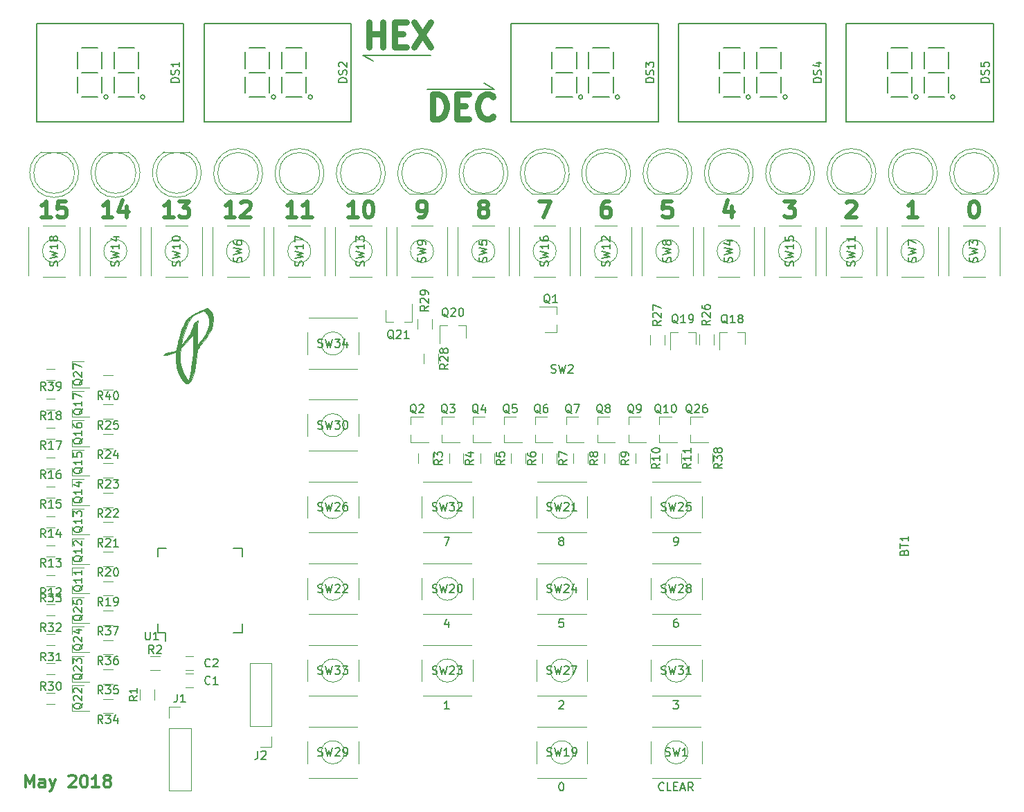
<source format=gbr>
G04 #@! TF.FileFunction,Legend,Top*
%FSLAX46Y46*%
G04 Gerber Fmt 4.6, Leading zero omitted, Abs format (unit mm)*
G04 Created by KiCad (PCBNEW 4.0.7) date 05/15/18 18:49:16*
%MOMM*%
%LPD*%
G01*
G04 APERTURE LIST*
%ADD10C,0.100000*%
%ADD11C,0.300000*%
%ADD12C,0.500000*%
%ADD13C,0.200000*%
%ADD14C,0.750000*%
%ADD15C,0.120000*%
%ADD16C,0.150000*%
%ADD17C,0.010000*%
G04 APERTURE END LIST*
D10*
D11*
X90681430Y-154038571D02*
X90681430Y-152538571D01*
X91181430Y-153610000D01*
X91681430Y-152538571D01*
X91681430Y-154038571D01*
X93038573Y-154038571D02*
X93038573Y-153252857D01*
X92967144Y-153110000D01*
X92824287Y-153038571D01*
X92538573Y-153038571D01*
X92395716Y-153110000D01*
X93038573Y-153967143D02*
X92895716Y-154038571D01*
X92538573Y-154038571D01*
X92395716Y-153967143D01*
X92324287Y-153824286D01*
X92324287Y-153681429D01*
X92395716Y-153538571D01*
X92538573Y-153467143D01*
X92895716Y-153467143D01*
X93038573Y-153395714D01*
X93610002Y-153038571D02*
X93967145Y-154038571D01*
X94324287Y-153038571D02*
X93967145Y-154038571D01*
X93824287Y-154395714D01*
X93752859Y-154467143D01*
X93610002Y-154538571D01*
X95967144Y-152681429D02*
X96038573Y-152610000D01*
X96181430Y-152538571D01*
X96538573Y-152538571D01*
X96681430Y-152610000D01*
X96752859Y-152681429D01*
X96824287Y-152824286D01*
X96824287Y-152967143D01*
X96752859Y-153181429D01*
X95895716Y-154038571D01*
X96824287Y-154038571D01*
X97752858Y-152538571D02*
X97895715Y-152538571D01*
X98038572Y-152610000D01*
X98110001Y-152681429D01*
X98181430Y-152824286D01*
X98252858Y-153110000D01*
X98252858Y-153467143D01*
X98181430Y-153752857D01*
X98110001Y-153895714D01*
X98038572Y-153967143D01*
X97895715Y-154038571D01*
X97752858Y-154038571D01*
X97610001Y-153967143D01*
X97538572Y-153895714D01*
X97467144Y-153752857D01*
X97395715Y-153467143D01*
X97395715Y-153110000D01*
X97467144Y-152824286D01*
X97538572Y-152681429D01*
X97610001Y-152610000D01*
X97752858Y-152538571D01*
X99681429Y-154038571D02*
X98824286Y-154038571D01*
X99252858Y-154038571D02*
X99252858Y-152538571D01*
X99110001Y-152752857D01*
X98967143Y-152895714D01*
X98824286Y-152967143D01*
X100538572Y-153181429D02*
X100395714Y-153110000D01*
X100324286Y-153038571D01*
X100252857Y-152895714D01*
X100252857Y-152824286D01*
X100324286Y-152681429D01*
X100395714Y-152610000D01*
X100538572Y-152538571D01*
X100824286Y-152538571D01*
X100967143Y-152610000D01*
X101038572Y-152681429D01*
X101110000Y-152824286D01*
X101110000Y-152895714D01*
X101038572Y-153038571D01*
X100967143Y-153110000D01*
X100824286Y-153181429D01*
X100538572Y-153181429D01*
X100395714Y-153252857D01*
X100324286Y-153324286D01*
X100252857Y-153467143D01*
X100252857Y-153752857D01*
X100324286Y-153895714D01*
X100395714Y-153967143D01*
X100538572Y-154038571D01*
X100824286Y-154038571D01*
X100967143Y-153967143D01*
X101038572Y-153895714D01*
X101110000Y-153752857D01*
X101110000Y-153467143D01*
X101038572Y-153324286D01*
X100967143Y-153252857D01*
X100824286Y-153181429D01*
D12*
X199741429Y-84344762D02*
X198598571Y-84344762D01*
X199170000Y-84344762D02*
X199170000Y-82344762D01*
X198979524Y-82630476D01*
X198789048Y-82820952D01*
X198598571Y-82916190D01*
X191098571Y-82535238D02*
X191193809Y-82440000D01*
X191384286Y-82344762D01*
X191860476Y-82344762D01*
X192050952Y-82440000D01*
X192146190Y-82535238D01*
X192241429Y-82725714D01*
X192241429Y-82916190D01*
X192146190Y-83201905D01*
X191003333Y-84344762D01*
X192241429Y-84344762D01*
X177050952Y-83011429D02*
X177050952Y-84344762D01*
X176574762Y-82249524D02*
X176098571Y-83678095D01*
X177336667Y-83678095D01*
X169646190Y-82344762D02*
X168693809Y-82344762D01*
X168598571Y-83297143D01*
X168693809Y-83201905D01*
X168884286Y-83106667D01*
X169360476Y-83106667D01*
X169550952Y-83201905D01*
X169646190Y-83297143D01*
X169741429Y-83487619D01*
X169741429Y-83963810D01*
X169646190Y-84154286D01*
X169550952Y-84249524D01*
X169360476Y-84344762D01*
X168884286Y-84344762D01*
X168693809Y-84249524D01*
X168598571Y-84154286D01*
X162050952Y-82344762D02*
X161670000Y-82344762D01*
X161479524Y-82440000D01*
X161384286Y-82535238D01*
X161193809Y-82820952D01*
X161098571Y-83201905D01*
X161098571Y-83963810D01*
X161193809Y-84154286D01*
X161289048Y-84249524D01*
X161479524Y-84344762D01*
X161860476Y-84344762D01*
X162050952Y-84249524D01*
X162146190Y-84154286D01*
X162241429Y-83963810D01*
X162241429Y-83487619D01*
X162146190Y-83297143D01*
X162050952Y-83201905D01*
X161860476Y-83106667D01*
X161479524Y-83106667D01*
X161289048Y-83201905D01*
X161193809Y-83297143D01*
X161098571Y-83487619D01*
X146479524Y-83201905D02*
X146289048Y-83106667D01*
X146193809Y-83011429D01*
X146098571Y-82820952D01*
X146098571Y-82725714D01*
X146193809Y-82535238D01*
X146289048Y-82440000D01*
X146479524Y-82344762D01*
X146860476Y-82344762D01*
X147050952Y-82440000D01*
X147146190Y-82535238D01*
X147241429Y-82725714D01*
X147241429Y-82820952D01*
X147146190Y-83011429D01*
X147050952Y-83106667D01*
X146860476Y-83201905D01*
X146479524Y-83201905D01*
X146289048Y-83297143D01*
X146193809Y-83392381D01*
X146098571Y-83582857D01*
X146098571Y-83963810D01*
X146193809Y-84154286D01*
X146289048Y-84249524D01*
X146479524Y-84344762D01*
X146860476Y-84344762D01*
X147050952Y-84249524D01*
X147146190Y-84154286D01*
X147241429Y-83963810D01*
X147241429Y-83582857D01*
X147146190Y-83392381D01*
X147050952Y-83297143D01*
X146860476Y-83201905D01*
X138789048Y-84344762D02*
X139170000Y-84344762D01*
X139360476Y-84249524D01*
X139455714Y-84154286D01*
X139646190Y-83868571D01*
X139741429Y-83487619D01*
X139741429Y-82725714D01*
X139646190Y-82535238D01*
X139550952Y-82440000D01*
X139360476Y-82344762D01*
X138979524Y-82344762D01*
X138789048Y-82440000D01*
X138693809Y-82535238D01*
X138598571Y-82725714D01*
X138598571Y-83201905D01*
X138693809Y-83392381D01*
X138789048Y-83487619D01*
X138979524Y-83582857D01*
X139360476Y-83582857D01*
X139550952Y-83487619D01*
X139646190Y-83392381D01*
X139741429Y-83201905D01*
X131289048Y-84344762D02*
X130146190Y-84344762D01*
X130717619Y-84344762D02*
X130717619Y-82344762D01*
X130527143Y-82630476D01*
X130336667Y-82820952D01*
X130146190Y-82916190D01*
X132527143Y-82344762D02*
X132717619Y-82344762D01*
X132908095Y-82440000D01*
X133003333Y-82535238D01*
X133098571Y-82725714D01*
X133193810Y-83106667D01*
X133193810Y-83582857D01*
X133098571Y-83963810D01*
X133003333Y-84154286D01*
X132908095Y-84249524D01*
X132717619Y-84344762D01*
X132527143Y-84344762D01*
X132336667Y-84249524D01*
X132241429Y-84154286D01*
X132146190Y-83963810D01*
X132050952Y-83582857D01*
X132050952Y-83106667D01*
X132146190Y-82725714D01*
X132241429Y-82535238D01*
X132336667Y-82440000D01*
X132527143Y-82344762D01*
X116289048Y-84344762D02*
X115146190Y-84344762D01*
X115717619Y-84344762D02*
X115717619Y-82344762D01*
X115527143Y-82630476D01*
X115336667Y-82820952D01*
X115146190Y-82916190D01*
X117050952Y-82535238D02*
X117146190Y-82440000D01*
X117336667Y-82344762D01*
X117812857Y-82344762D01*
X118003333Y-82440000D01*
X118098571Y-82535238D01*
X118193810Y-82725714D01*
X118193810Y-82916190D01*
X118098571Y-83201905D01*
X116955714Y-84344762D01*
X118193810Y-84344762D01*
X93789048Y-84344762D02*
X92646190Y-84344762D01*
X93217619Y-84344762D02*
X93217619Y-82344762D01*
X93027143Y-82630476D01*
X92836667Y-82820952D01*
X92646190Y-82916190D01*
X95598571Y-82344762D02*
X94646190Y-82344762D01*
X94550952Y-83297143D01*
X94646190Y-83201905D01*
X94836667Y-83106667D01*
X95312857Y-83106667D01*
X95503333Y-83201905D01*
X95598571Y-83297143D01*
X95693810Y-83487619D01*
X95693810Y-83963810D01*
X95598571Y-84154286D01*
X95503333Y-84249524D01*
X95312857Y-84344762D01*
X94836667Y-84344762D01*
X94646190Y-84249524D01*
X94550952Y-84154286D01*
X101289048Y-84344762D02*
X100146190Y-84344762D01*
X100717619Y-84344762D02*
X100717619Y-82344762D01*
X100527143Y-82630476D01*
X100336667Y-82820952D01*
X100146190Y-82916190D01*
X103003333Y-83011429D02*
X103003333Y-84344762D01*
X102527143Y-82249524D02*
X102050952Y-83678095D01*
X103289048Y-83678095D01*
X108789048Y-84344762D02*
X107646190Y-84344762D01*
X108217619Y-84344762D02*
X108217619Y-82344762D01*
X108027143Y-82630476D01*
X107836667Y-82820952D01*
X107646190Y-82916190D01*
X109455714Y-82344762D02*
X110693810Y-82344762D01*
X110027143Y-83106667D01*
X110312857Y-83106667D01*
X110503333Y-83201905D01*
X110598571Y-83297143D01*
X110693810Y-83487619D01*
X110693810Y-83963810D01*
X110598571Y-84154286D01*
X110503333Y-84249524D01*
X110312857Y-84344762D01*
X109741429Y-84344762D01*
X109550952Y-84249524D01*
X109455714Y-84154286D01*
X123789048Y-84344762D02*
X122646190Y-84344762D01*
X123217619Y-84344762D02*
X123217619Y-82344762D01*
X123027143Y-82630476D01*
X122836667Y-82820952D01*
X122646190Y-82916190D01*
X125693810Y-84344762D02*
X124550952Y-84344762D01*
X125122381Y-84344762D02*
X125122381Y-82344762D01*
X124931905Y-82630476D01*
X124741429Y-82820952D01*
X124550952Y-82916190D01*
X153503333Y-82344762D02*
X154836667Y-82344762D01*
X153979524Y-84344762D01*
X183503333Y-82344762D02*
X184741429Y-82344762D01*
X184074762Y-83106667D01*
X184360476Y-83106667D01*
X184550952Y-83201905D01*
X184646190Y-83297143D01*
X184741429Y-83487619D01*
X184741429Y-83963810D01*
X184646190Y-84154286D01*
X184550952Y-84249524D01*
X184360476Y-84344762D01*
X183789048Y-84344762D01*
X183598571Y-84249524D01*
X183503333Y-84154286D01*
X206574762Y-82344762D02*
X206765238Y-82344762D01*
X206955714Y-82440000D01*
X207050952Y-82535238D01*
X207146190Y-82725714D01*
X207241429Y-83106667D01*
X207241429Y-83582857D01*
X207146190Y-83963810D01*
X207050952Y-84154286D01*
X206955714Y-84249524D01*
X206765238Y-84344762D01*
X206574762Y-84344762D01*
X206384286Y-84249524D01*
X206289048Y-84154286D01*
X206193809Y-83963810D01*
X206098571Y-83582857D01*
X206098571Y-83106667D01*
X206193809Y-82725714D01*
X206289048Y-82535238D01*
X206384286Y-82440000D01*
X206574762Y-82344762D01*
D13*
X146770000Y-67890000D02*
X148010000Y-68630000D01*
X148010000Y-68630000D02*
X139780000Y-68630000D01*
X131940000Y-64480000D02*
X133180000Y-65220000D01*
X140170000Y-64480000D02*
X131940000Y-64480000D01*
D14*
X140427143Y-72267143D02*
X140427143Y-69267143D01*
X141141428Y-69267143D01*
X141570000Y-69410000D01*
X141855714Y-69695714D01*
X141998571Y-69981429D01*
X142141428Y-70552857D01*
X142141428Y-70981429D01*
X141998571Y-71552857D01*
X141855714Y-71838571D01*
X141570000Y-72124286D01*
X141141428Y-72267143D01*
X140427143Y-72267143D01*
X143427143Y-70695714D02*
X144427143Y-70695714D01*
X144855714Y-72267143D02*
X143427143Y-72267143D01*
X143427143Y-69267143D01*
X144855714Y-69267143D01*
X147855714Y-71981429D02*
X147712857Y-72124286D01*
X147284286Y-72267143D01*
X146998572Y-72267143D01*
X146570000Y-72124286D01*
X146284286Y-71838571D01*
X146141429Y-71552857D01*
X145998572Y-70981429D01*
X145998572Y-70552857D01*
X146141429Y-69981429D01*
X146284286Y-69695714D01*
X146570000Y-69410000D01*
X146998572Y-69267143D01*
X147284286Y-69267143D01*
X147712857Y-69410000D01*
X147855714Y-69552857D01*
X132647143Y-63467143D02*
X132647143Y-60467143D01*
X132647143Y-61895714D02*
X134361428Y-61895714D01*
X134361428Y-63467143D02*
X134361428Y-60467143D01*
X135790000Y-61895714D02*
X136790000Y-61895714D01*
X137218571Y-63467143D02*
X135790000Y-63467143D01*
X135790000Y-60467143D01*
X137218571Y-60467143D01*
X138218571Y-60467143D02*
X140218571Y-63467143D01*
X140218571Y-60467143D02*
X138218571Y-63467143D01*
D15*
X109169538Y-81880000D02*
G75*
G03X110714830Y-76330000I462J2990000D01*
G01*
X109170462Y-81880000D02*
G75*
G02X107625170Y-76330000I-462J2990000D01*
G01*
X111670000Y-78890000D02*
G75*
G03X111670000Y-78890000I-2500000J0D01*
G01*
X110715000Y-76330000D02*
X107625000Y-76330000D01*
X96340000Y-101970000D02*
X96340000Y-102900000D01*
X96340000Y-105130000D02*
X96340000Y-104200000D01*
X96340000Y-105130000D02*
X98500000Y-105130000D01*
X96340000Y-101970000D02*
X97800000Y-101970000D01*
X199170462Y-75910000D02*
G75*
G03X197625170Y-81460000I-462J-2990000D01*
G01*
X199169538Y-75910000D02*
G75*
G02X200714830Y-81460000I462J-2990000D01*
G01*
X201670000Y-78900000D02*
G75*
G03X201670000Y-78900000I-2500000J0D01*
G01*
X197625000Y-81460000D02*
X200715000Y-81460000D01*
X110200000Y-141850000D02*
X111200000Y-141850000D01*
X111200000Y-140150000D02*
X110200000Y-140150000D01*
X110200000Y-139700000D02*
X111200000Y-139700000D01*
X111200000Y-138000000D02*
X110200000Y-138000000D01*
X184170462Y-75910000D02*
G75*
G03X182625170Y-81460000I-462J-2990000D01*
G01*
X184169538Y-75910000D02*
G75*
G02X185714830Y-81460000I462J-2990000D01*
G01*
X186670000Y-78900000D02*
G75*
G03X186670000Y-78900000I-2500000J0D01*
G01*
X182625000Y-81460000D02*
X185715000Y-81460000D01*
X154170462Y-75910000D02*
G75*
G03X152625170Y-81460000I-462J-2990000D01*
G01*
X154169538Y-75910000D02*
G75*
G02X155714830Y-81460000I462J-2990000D01*
G01*
X156670000Y-78900000D02*
G75*
G03X156670000Y-78900000I-2500000J0D01*
G01*
X152625000Y-81460000D02*
X155715000Y-81460000D01*
X124170462Y-75910000D02*
G75*
G03X122625170Y-81460000I-462J-2990000D01*
G01*
X124169538Y-75910000D02*
G75*
G02X125714830Y-81460000I462J-2990000D01*
G01*
X126670000Y-78900000D02*
G75*
G03X126670000Y-78900000I-2500000J0D01*
G01*
X122625000Y-81460000D02*
X125715000Y-81460000D01*
X94169538Y-81880000D02*
G75*
G03X95714830Y-76330000I462J2990000D01*
G01*
X94170462Y-81880000D02*
G75*
G02X92625170Y-76330000I-462J2990000D01*
G01*
X96670000Y-78890000D02*
G75*
G03X96670000Y-78890000I-2500000J0D01*
G01*
X95715000Y-76330000D02*
X92625000Y-76330000D01*
X191670462Y-75910000D02*
G75*
G03X190125170Y-81460000I-462J-2990000D01*
G01*
X191669538Y-75910000D02*
G75*
G02X193214830Y-81460000I462J-2990000D01*
G01*
X194170000Y-78900000D02*
G75*
G03X194170000Y-78900000I-2500000J0D01*
G01*
X190125000Y-81460000D02*
X193215000Y-81460000D01*
X161670462Y-75910000D02*
G75*
G03X160125170Y-81460000I-462J-2990000D01*
G01*
X161669538Y-75910000D02*
G75*
G02X163214830Y-81460000I462J-2990000D01*
G01*
X164170000Y-78900000D02*
G75*
G03X164170000Y-78900000I-2500000J0D01*
G01*
X160125000Y-81460000D02*
X163215000Y-81460000D01*
X131670462Y-75910000D02*
G75*
G03X130125170Y-81460000I-462J-2990000D01*
G01*
X131669538Y-75910000D02*
G75*
G02X133214830Y-81460000I462J-2990000D01*
G01*
X134170000Y-78900000D02*
G75*
G03X134170000Y-78900000I-2500000J0D01*
G01*
X130125000Y-81460000D02*
X133215000Y-81460000D01*
X101669538Y-81880000D02*
G75*
G03X103214830Y-76330000I462J2990000D01*
G01*
X101670462Y-81880000D02*
G75*
G02X100125170Y-76330000I-462J2990000D01*
G01*
X104170000Y-78890000D02*
G75*
G03X104170000Y-78890000I-2500000J0D01*
G01*
X103215000Y-76330000D02*
X100125000Y-76330000D01*
X169170462Y-75910000D02*
G75*
G03X167625170Y-81460000I-462J-2990000D01*
G01*
X169169538Y-75910000D02*
G75*
G02X170714830Y-81460000I462J-2990000D01*
G01*
X171670000Y-78900000D02*
G75*
G03X171670000Y-78900000I-2500000J0D01*
G01*
X167625000Y-81460000D02*
X170715000Y-81460000D01*
X139170462Y-75910000D02*
G75*
G03X137625170Y-81460000I-462J-2990000D01*
G01*
X139169538Y-75910000D02*
G75*
G02X140714830Y-81460000I462J-2990000D01*
G01*
X141670000Y-78900000D02*
G75*
G03X141670000Y-78900000I-2500000J0D01*
G01*
X137625000Y-81460000D02*
X140715000Y-81460000D01*
X206670462Y-75910000D02*
G75*
G03X205125170Y-81460000I-462J-2990000D01*
G01*
X206669538Y-75910000D02*
G75*
G02X208214830Y-81460000I462J-2990000D01*
G01*
X209170000Y-78900000D02*
G75*
G03X209170000Y-78900000I-2500000J0D01*
G01*
X205125000Y-81460000D02*
X208215000Y-81460000D01*
X176670462Y-75910000D02*
G75*
G03X175125170Y-81460000I-462J-2990000D01*
G01*
X176669538Y-75910000D02*
G75*
G02X178214830Y-81460000I462J-2990000D01*
G01*
X179170000Y-78900000D02*
G75*
G03X179170000Y-78900000I-2500000J0D01*
G01*
X175125000Y-81460000D02*
X178215000Y-81460000D01*
X146670462Y-75910000D02*
G75*
G03X145125170Y-81460000I-462J-2990000D01*
G01*
X146669538Y-75910000D02*
G75*
G02X148214830Y-81460000I462J-2990000D01*
G01*
X149170000Y-78900000D02*
G75*
G03X149170000Y-78900000I-2500000J0D01*
G01*
X145125000Y-81460000D02*
X148215000Y-81460000D01*
X116670462Y-75910000D02*
G75*
G03X115125170Y-81460000I-462J-2990000D01*
G01*
X116669538Y-75910000D02*
G75*
G02X118214830Y-81460000I462J-2990000D01*
G01*
X119170000Y-78900000D02*
G75*
G03X119170000Y-78900000I-2500000J0D01*
G01*
X115125000Y-81460000D02*
X118215000Y-81460000D01*
X108220000Y-154450000D02*
X110880000Y-154450000D01*
X108220000Y-146770000D02*
X108220000Y-154450000D01*
X110880000Y-146770000D02*
X110880000Y-154450000D01*
X108220000Y-146770000D02*
X110880000Y-146770000D01*
X108220000Y-145500000D02*
X108220000Y-144170000D01*
X108220000Y-144170000D02*
X109550000Y-144170000D01*
X155660000Y-98380000D02*
X155660000Y-97450000D01*
X155660000Y-95220000D02*
X155660000Y-96150000D01*
X155660000Y-95220000D02*
X153500000Y-95220000D01*
X155660000Y-98380000D02*
X154200000Y-98380000D01*
X137790000Y-108670000D02*
X137790000Y-109600000D01*
X137790000Y-111830000D02*
X137790000Y-110900000D01*
X137790000Y-111830000D02*
X139950000Y-111830000D01*
X137790000Y-108670000D02*
X139250000Y-108670000D01*
X141590000Y-108670000D02*
X141590000Y-109600000D01*
X141590000Y-111830000D02*
X141590000Y-110900000D01*
X141590000Y-111830000D02*
X143750000Y-111830000D01*
X141590000Y-108670000D02*
X143050000Y-108670000D01*
X145390000Y-108670000D02*
X145390000Y-109600000D01*
X145390000Y-111830000D02*
X145390000Y-110900000D01*
X145390000Y-111830000D02*
X147550000Y-111830000D01*
X145390000Y-108670000D02*
X146850000Y-108670000D01*
X149190000Y-108670000D02*
X149190000Y-109600000D01*
X149190000Y-111830000D02*
X149190000Y-110900000D01*
X149190000Y-111830000D02*
X151350000Y-111830000D01*
X149190000Y-108670000D02*
X150650000Y-108670000D01*
X152990000Y-108670000D02*
X152990000Y-109600000D01*
X152990000Y-111830000D02*
X152990000Y-110900000D01*
X152990000Y-111830000D02*
X155150000Y-111830000D01*
X152990000Y-108670000D02*
X154450000Y-108670000D01*
X156790000Y-108670000D02*
X156790000Y-109600000D01*
X156790000Y-111830000D02*
X156790000Y-110900000D01*
X156790000Y-111830000D02*
X158950000Y-111830000D01*
X156790000Y-108670000D02*
X158250000Y-108670000D01*
X160590000Y-108670000D02*
X160590000Y-109600000D01*
X160590000Y-111830000D02*
X160590000Y-110900000D01*
X160590000Y-111830000D02*
X162750000Y-111830000D01*
X160590000Y-108670000D02*
X162050000Y-108670000D01*
X164390000Y-108670000D02*
X164390000Y-109600000D01*
X164390000Y-111830000D02*
X164390000Y-110900000D01*
X164390000Y-111830000D02*
X166550000Y-111830000D01*
X164390000Y-108670000D02*
X165850000Y-108670000D01*
X168190000Y-108670000D02*
X168190000Y-109600000D01*
X168190000Y-111830000D02*
X168190000Y-110900000D01*
X168190000Y-111830000D02*
X170350000Y-111830000D01*
X168190000Y-108670000D02*
X169650000Y-108670000D01*
X96340000Y-127170000D02*
X96340000Y-128100000D01*
X96340000Y-130330000D02*
X96340000Y-129400000D01*
X96340000Y-130330000D02*
X98500000Y-130330000D01*
X96340000Y-127170000D02*
X97800000Y-127170000D01*
X96340000Y-123570000D02*
X96340000Y-124500000D01*
X96340000Y-126730000D02*
X96340000Y-125800000D01*
X96340000Y-126730000D02*
X98500000Y-126730000D01*
X96340000Y-123570000D02*
X97800000Y-123570000D01*
X96340000Y-119970000D02*
X96340000Y-120900000D01*
X96340000Y-123130000D02*
X96340000Y-122200000D01*
X96340000Y-123130000D02*
X98500000Y-123130000D01*
X96340000Y-119970000D02*
X97800000Y-119970000D01*
X96340000Y-116370000D02*
X96340000Y-117300000D01*
X96340000Y-119530000D02*
X96340000Y-118600000D01*
X96340000Y-119530000D02*
X98500000Y-119530000D01*
X96340000Y-116370000D02*
X97800000Y-116370000D01*
X96340000Y-112770000D02*
X96340000Y-113700000D01*
X96340000Y-115930000D02*
X96340000Y-115000000D01*
X96340000Y-115930000D02*
X98500000Y-115930000D01*
X96340000Y-112770000D02*
X97800000Y-112770000D01*
X96340000Y-109170000D02*
X96340000Y-110100000D01*
X96340000Y-112330000D02*
X96340000Y-111400000D01*
X96340000Y-112330000D02*
X98500000Y-112330000D01*
X96340000Y-109170000D02*
X97800000Y-109170000D01*
X96340000Y-105570000D02*
X96340000Y-106500000D01*
X96340000Y-108730000D02*
X96340000Y-107800000D01*
X96340000Y-108730000D02*
X98500000Y-108730000D01*
X96340000Y-105570000D02*
X97800000Y-105570000D01*
X178690000Y-98360000D02*
X177760000Y-98360000D01*
X175530000Y-98360000D02*
X176460000Y-98360000D01*
X175530000Y-98360000D02*
X175530000Y-100520000D01*
X178690000Y-98360000D02*
X178690000Y-99820000D01*
X172650000Y-98360000D02*
X171720000Y-98360000D01*
X169490000Y-98360000D02*
X170420000Y-98360000D01*
X169490000Y-98360000D02*
X169490000Y-100520000D01*
X172650000Y-98360000D02*
X172650000Y-99820000D01*
X144510000Y-97570000D02*
X143580000Y-97570000D01*
X141350000Y-97570000D02*
X142280000Y-97570000D01*
X141350000Y-97570000D02*
X141350000Y-99730000D01*
X144510000Y-97570000D02*
X144510000Y-99030000D01*
X134740000Y-97100000D02*
X135670000Y-97100000D01*
X137900000Y-97100000D02*
X136970000Y-97100000D01*
X137900000Y-97100000D02*
X137900000Y-94940000D01*
X134740000Y-97100000D02*
X134740000Y-95640000D01*
X96340000Y-141570000D02*
X96340000Y-142500000D01*
X96340000Y-144730000D02*
X96340000Y-143800000D01*
X96340000Y-144730000D02*
X98500000Y-144730000D01*
X96340000Y-141570000D02*
X97800000Y-141570000D01*
X96340000Y-137970000D02*
X96340000Y-138900000D01*
X96340000Y-141130000D02*
X96340000Y-140200000D01*
X96340000Y-141130000D02*
X98500000Y-141130000D01*
X96340000Y-137970000D02*
X97800000Y-137970000D01*
X96340000Y-134370000D02*
X96340000Y-135300000D01*
X96340000Y-137530000D02*
X96340000Y-136600000D01*
X96340000Y-137530000D02*
X98500000Y-137530000D01*
X96340000Y-134370000D02*
X97800000Y-134370000D01*
X96340000Y-130770000D02*
X96340000Y-131700000D01*
X96340000Y-133930000D02*
X96340000Y-133000000D01*
X96340000Y-133930000D02*
X98500000Y-133930000D01*
X96340000Y-130770000D02*
X97800000Y-130770000D01*
X106430000Y-142100000D02*
X106430000Y-143300000D01*
X104670000Y-143300000D02*
X104670000Y-142100000D01*
X107100000Y-139730000D02*
X105900000Y-139730000D01*
X105900000Y-137970000D02*
X107100000Y-137970000D01*
X138670000Y-114400000D02*
X138670000Y-113200000D01*
X140430000Y-113200000D02*
X140430000Y-114400000D01*
X142470000Y-114400000D02*
X142470000Y-113200000D01*
X144230000Y-113200000D02*
X144230000Y-114400000D01*
X146270000Y-114400000D02*
X146270000Y-113200000D01*
X148030000Y-113200000D02*
X148030000Y-114400000D01*
X150070000Y-114400000D02*
X150070000Y-113200000D01*
X151830000Y-113200000D02*
X151830000Y-114400000D01*
X153870000Y-114400000D02*
X153870000Y-113200000D01*
X155630000Y-113200000D02*
X155630000Y-114400000D01*
X157670000Y-114400000D02*
X157670000Y-113200000D01*
X159430000Y-113200000D02*
X159430000Y-114400000D01*
X161470000Y-114400000D02*
X161470000Y-113200000D01*
X163230000Y-113200000D02*
X163230000Y-114400000D01*
X165270000Y-114400000D02*
X165270000Y-113200000D01*
X167030000Y-113200000D02*
X167030000Y-114400000D01*
X169070000Y-114400000D02*
X169070000Y-113200000D01*
X170830000Y-113200000D02*
X170830000Y-114400000D01*
X93250000Y-128070000D02*
X94250000Y-128070000D01*
X94250000Y-129430000D02*
X93250000Y-129430000D01*
X93250000Y-124470000D02*
X94250000Y-124470000D01*
X94250000Y-125830000D02*
X93250000Y-125830000D01*
X93250000Y-120870000D02*
X94250000Y-120870000D01*
X94250000Y-122230000D02*
X93250000Y-122230000D01*
X93250000Y-117270000D02*
X94250000Y-117270000D01*
X94250000Y-118630000D02*
X93250000Y-118630000D01*
X93250000Y-113670000D02*
X94250000Y-113670000D01*
X94250000Y-115030000D02*
X93250000Y-115030000D01*
X93250000Y-110070000D02*
X94250000Y-110070000D01*
X94250000Y-111430000D02*
X93250000Y-111430000D01*
X93250000Y-106470000D02*
X94250000Y-106470000D01*
X94250000Y-107830000D02*
X93250000Y-107830000D01*
X100150000Y-128820000D02*
X101350000Y-128820000D01*
X101350000Y-130580000D02*
X100150000Y-130580000D01*
X100150000Y-125220000D02*
X101350000Y-125220000D01*
X101350000Y-126980000D02*
X100150000Y-126980000D01*
X100150000Y-121620000D02*
X101350000Y-121620000D01*
X101350000Y-123380000D02*
X100150000Y-123380000D01*
X100150000Y-118020000D02*
X101350000Y-118020000D01*
X101350000Y-119780000D02*
X100150000Y-119780000D01*
X100150000Y-114420000D02*
X101350000Y-114420000D01*
X101350000Y-116180000D02*
X100150000Y-116180000D01*
X100150000Y-110820000D02*
X101350000Y-110820000D01*
X101350000Y-112580000D02*
X100150000Y-112580000D01*
X100150000Y-107220000D02*
X101350000Y-107220000D01*
X101350000Y-108980000D02*
X100150000Y-108980000D01*
X173080000Y-99870000D02*
X173080000Y-98670000D01*
X174840000Y-98670000D02*
X174840000Y-99870000D01*
X167040000Y-99880000D02*
X167040000Y-98680000D01*
X168800000Y-98680000D02*
X168800000Y-99880000D01*
X139360000Y-102220000D02*
X139360000Y-101020000D01*
X141120000Y-101020000D02*
X141120000Y-102220000D01*
X138590000Y-97980000D02*
X138590000Y-96780000D01*
X140350000Y-96780000D02*
X140350000Y-97980000D01*
X94250000Y-143830000D02*
X93250000Y-143830000D01*
X93250000Y-142470000D02*
X94250000Y-142470000D01*
X94250000Y-140230000D02*
X93250000Y-140230000D01*
X93250000Y-138870000D02*
X94250000Y-138870000D01*
X94250000Y-136630000D02*
X93250000Y-136630000D01*
X93250000Y-135270000D02*
X94250000Y-135270000D01*
X94250000Y-133030000D02*
X93250000Y-133030000D01*
X93250000Y-131670000D02*
X94250000Y-131670000D01*
X100150000Y-143220000D02*
X101350000Y-143220000D01*
X101350000Y-144980000D02*
X100150000Y-144980000D01*
X100150000Y-139620000D02*
X101350000Y-139620000D01*
X101350000Y-141380000D02*
X100150000Y-141380000D01*
X100150000Y-136020000D02*
X101350000Y-136020000D01*
X101350000Y-137780000D02*
X100150000Y-137780000D01*
X100150000Y-132420000D02*
X101350000Y-132420000D01*
X101350000Y-134180000D02*
X100150000Y-134180000D01*
D16*
X106825000Y-135125000D02*
X107825000Y-135125000D01*
X106825000Y-124775000D02*
X107900000Y-124775000D01*
X117175000Y-124775000D02*
X116100000Y-124775000D01*
X117175000Y-135125000D02*
X116100000Y-135125000D01*
X106825000Y-135125000D02*
X106825000Y-134050000D01*
X117175000Y-135125000D02*
X117175000Y-134050000D01*
X117175000Y-124775000D02*
X117175000Y-125850000D01*
X106825000Y-124775000D02*
X106825000Y-125850000D01*
X107825000Y-135125000D02*
X107825000Y-136150000D01*
X105250000Y-69600000D02*
G75*
G03X105250000Y-69600000I-250000J0D01*
G01*
X100750000Y-69600000D02*
G75*
G03X100750000Y-69600000I-250000J0D01*
G01*
X102000000Y-63600000D02*
X104000000Y-63600000D01*
X104500000Y-69100000D02*
X104500000Y-67100000D01*
X102000000Y-69600000D02*
X104000000Y-69600000D01*
X101500000Y-67100000D02*
X101500000Y-69100000D01*
X102000000Y-66600000D02*
X104000000Y-66600000D01*
X104500000Y-64100000D02*
X104500000Y-66100000D01*
X101500000Y-66100000D02*
X101500000Y-64100000D01*
X97000000Y-67100000D02*
X97000000Y-69100000D01*
X100000000Y-67100000D02*
X100000000Y-69100000D01*
X97000000Y-66100000D02*
X97000000Y-64100000D01*
X100000000Y-66100000D02*
X100000000Y-64100000D01*
X97500000Y-69600000D02*
X99500000Y-69600000D01*
X97500000Y-66600000D02*
X99500000Y-66600000D01*
X97500000Y-63600000D02*
X99500000Y-63600000D01*
X92000000Y-60600000D02*
X110000000Y-60600000D01*
X110000000Y-60600000D02*
X110000000Y-72600000D01*
X110000000Y-72600000D02*
X92000000Y-72600000D01*
X92000000Y-72600000D02*
X92000000Y-60600000D01*
X125750000Y-69600000D02*
G75*
G03X125750000Y-69600000I-250000J0D01*
G01*
X121250000Y-69600000D02*
G75*
G03X121250000Y-69600000I-250000J0D01*
G01*
X122500000Y-63600000D02*
X124500000Y-63600000D01*
X125000000Y-69100000D02*
X125000000Y-67100000D01*
X122500000Y-69600000D02*
X124500000Y-69600000D01*
X122000000Y-67100000D02*
X122000000Y-69100000D01*
X122500000Y-66600000D02*
X124500000Y-66600000D01*
X125000000Y-64100000D02*
X125000000Y-66100000D01*
X122000000Y-66100000D02*
X122000000Y-64100000D01*
X117500000Y-67100000D02*
X117500000Y-69100000D01*
X120500000Y-67100000D02*
X120500000Y-69100000D01*
X117500000Y-66100000D02*
X117500000Y-64100000D01*
X120500000Y-66100000D02*
X120500000Y-64100000D01*
X118000000Y-69600000D02*
X120000000Y-69600000D01*
X118000000Y-66600000D02*
X120000000Y-66600000D01*
X118000000Y-63600000D02*
X120000000Y-63600000D01*
X112500000Y-60600000D02*
X130500000Y-60600000D01*
X130500000Y-60600000D02*
X130500000Y-72600000D01*
X130500000Y-72600000D02*
X112500000Y-72600000D01*
X112500000Y-72600000D02*
X112500000Y-60600000D01*
X163300000Y-69600000D02*
G75*
G03X163300000Y-69600000I-250000J0D01*
G01*
X158800000Y-69600000D02*
G75*
G03X158800000Y-69600000I-250000J0D01*
G01*
X160050000Y-63600000D02*
X162050000Y-63600000D01*
X162550000Y-69100000D02*
X162550000Y-67100000D01*
X160050000Y-69600000D02*
X162050000Y-69600000D01*
X159550000Y-67100000D02*
X159550000Y-69100000D01*
X160050000Y-66600000D02*
X162050000Y-66600000D01*
X162550000Y-64100000D02*
X162550000Y-66100000D01*
X159550000Y-66100000D02*
X159550000Y-64100000D01*
X155050000Y-67100000D02*
X155050000Y-69100000D01*
X158050000Y-67100000D02*
X158050000Y-69100000D01*
X155050000Y-66100000D02*
X155050000Y-64100000D01*
X158050000Y-66100000D02*
X158050000Y-64100000D01*
X155550000Y-69600000D02*
X157550000Y-69600000D01*
X155550000Y-66600000D02*
X157550000Y-66600000D01*
X155550000Y-63600000D02*
X157550000Y-63600000D01*
X150050000Y-60600000D02*
X168050000Y-60600000D01*
X168050000Y-60600000D02*
X168050000Y-72600000D01*
X168050000Y-72600000D02*
X150050000Y-72600000D01*
X150050000Y-72600000D02*
X150050000Y-60600000D01*
X183800000Y-69600000D02*
G75*
G03X183800000Y-69600000I-250000J0D01*
G01*
X179300000Y-69600000D02*
G75*
G03X179300000Y-69600000I-250000J0D01*
G01*
X180550000Y-63600000D02*
X182550000Y-63600000D01*
X183050000Y-69100000D02*
X183050000Y-67100000D01*
X180550000Y-69600000D02*
X182550000Y-69600000D01*
X180050000Y-67100000D02*
X180050000Y-69100000D01*
X180550000Y-66600000D02*
X182550000Y-66600000D01*
X183050000Y-64100000D02*
X183050000Y-66100000D01*
X180050000Y-66100000D02*
X180050000Y-64100000D01*
X175550000Y-67100000D02*
X175550000Y-69100000D01*
X178550000Y-67100000D02*
X178550000Y-69100000D01*
X175550000Y-66100000D02*
X175550000Y-64100000D01*
X178550000Y-66100000D02*
X178550000Y-64100000D01*
X176050000Y-69600000D02*
X178050000Y-69600000D01*
X176050000Y-66600000D02*
X178050000Y-66600000D01*
X176050000Y-63600000D02*
X178050000Y-63600000D01*
X170550000Y-60600000D02*
X188550000Y-60600000D01*
X188550000Y-60600000D02*
X188550000Y-72600000D01*
X188550000Y-72600000D02*
X170550000Y-72600000D01*
X170550000Y-72600000D02*
X170550000Y-60600000D01*
X204300000Y-69600000D02*
G75*
G03X204300000Y-69600000I-250000J0D01*
G01*
X199800000Y-69600000D02*
G75*
G03X199800000Y-69600000I-250000J0D01*
G01*
X201050000Y-63600000D02*
X203050000Y-63600000D01*
X203550000Y-69100000D02*
X203550000Y-67100000D01*
X201050000Y-69600000D02*
X203050000Y-69600000D01*
X200550000Y-67100000D02*
X200550000Y-69100000D01*
X201050000Y-66600000D02*
X203050000Y-66600000D01*
X203550000Y-64100000D02*
X203550000Y-66100000D01*
X200550000Y-66100000D02*
X200550000Y-64100000D01*
X196050000Y-67100000D02*
X196050000Y-69100000D01*
X199050000Y-67100000D02*
X199050000Y-69100000D01*
X196050000Y-66100000D02*
X196050000Y-64100000D01*
X199050000Y-66100000D02*
X199050000Y-64100000D01*
X196550000Y-69600000D02*
X198550000Y-69600000D01*
X196550000Y-66600000D02*
X198550000Y-66600000D01*
X196550000Y-63600000D02*
X198550000Y-63600000D01*
X191050000Y-60600000D02*
X209050000Y-60600000D01*
X209050000Y-60600000D02*
X209050000Y-72600000D01*
X209050000Y-72600000D02*
X191050000Y-72600000D01*
X191050000Y-72600000D02*
X191050000Y-60600000D01*
D15*
X171990000Y-108670000D02*
X171990000Y-109600000D01*
X171990000Y-111830000D02*
X171990000Y-110900000D01*
X171990000Y-111830000D02*
X174150000Y-111830000D01*
X171990000Y-108670000D02*
X173450000Y-108670000D01*
X172870000Y-114400000D02*
X172870000Y-113200000D01*
X174630000Y-113200000D02*
X174630000Y-114400000D01*
X93250000Y-102870000D02*
X94250000Y-102870000D01*
X94250000Y-104230000D02*
X93250000Y-104230000D01*
X100150000Y-103620000D02*
X101350000Y-103620000D01*
X101350000Y-105380000D02*
X100150000Y-105380000D01*
X129664214Y-149750000D02*
G75*
G03X129664214Y-149750000I-1414214J0D01*
G01*
X125280000Y-152870000D02*
X131220000Y-152870000D01*
X125280000Y-146630000D02*
X131220000Y-146630000D01*
X125130000Y-151090000D02*
X125130000Y-148410000D01*
X131370000Y-148410000D02*
X131370000Y-151090000D01*
X129664214Y-99750000D02*
G75*
G03X129664214Y-99750000I-1414214J0D01*
G01*
X125280000Y-102870000D02*
X131220000Y-102870000D01*
X125280000Y-96630000D02*
X131220000Y-96630000D01*
X125130000Y-101090000D02*
X125130000Y-98410000D01*
X131370000Y-98410000D02*
X131370000Y-101090000D01*
X129664214Y-139750000D02*
G75*
G03X129664214Y-139750000I-1414214J0D01*
G01*
X125280000Y-142870000D02*
X131220000Y-142870000D01*
X125280000Y-136630000D02*
X131220000Y-136630000D01*
X125130000Y-141090000D02*
X125130000Y-138410000D01*
X131370000Y-138410000D02*
X131370000Y-141090000D01*
X143664214Y-119750000D02*
G75*
G03X143664214Y-119750000I-1414214J0D01*
G01*
X139280000Y-122870000D02*
X145220000Y-122870000D01*
X139280000Y-116630000D02*
X145220000Y-116630000D01*
X139130000Y-121090000D02*
X139130000Y-118410000D01*
X145370000Y-118410000D02*
X145370000Y-121090000D01*
X171664214Y-139750000D02*
G75*
G03X171664214Y-139750000I-1414214J0D01*
G01*
X167280000Y-142870000D02*
X173220000Y-142870000D01*
X167280000Y-136630000D02*
X173220000Y-136630000D01*
X167130000Y-141090000D02*
X167130000Y-138410000D01*
X173370000Y-138410000D02*
X173370000Y-141090000D01*
X129664214Y-109750000D02*
G75*
G03X129664214Y-109750000I-1414214J0D01*
G01*
X125280000Y-112870000D02*
X131220000Y-112870000D01*
X125280000Y-106630000D02*
X131220000Y-106630000D01*
X125130000Y-111090000D02*
X125130000Y-108410000D01*
X131370000Y-108410000D02*
X131370000Y-111090000D01*
X171664214Y-129750000D02*
G75*
G03X171664214Y-129750000I-1414214J0D01*
G01*
X167280000Y-132870000D02*
X173220000Y-132870000D01*
X167280000Y-126630000D02*
X173220000Y-126630000D01*
X167130000Y-131090000D02*
X167130000Y-128410000D01*
X173370000Y-128410000D02*
X173370000Y-131090000D01*
X157664214Y-139750000D02*
G75*
G03X157664214Y-139750000I-1414214J0D01*
G01*
X153280000Y-142870000D02*
X159220000Y-142870000D01*
X153280000Y-136630000D02*
X159220000Y-136630000D01*
X153130000Y-141090000D02*
X153130000Y-138410000D01*
X159370000Y-138410000D02*
X159370000Y-141090000D01*
X129664214Y-119750000D02*
G75*
G03X129664214Y-119750000I-1414214J0D01*
G01*
X125280000Y-122870000D02*
X131220000Y-122870000D01*
X125280000Y-116630000D02*
X131220000Y-116630000D01*
X125130000Y-121090000D02*
X125130000Y-118410000D01*
X131370000Y-118410000D02*
X131370000Y-121090000D01*
X171664214Y-119750000D02*
G75*
G03X171664214Y-119750000I-1414214J0D01*
G01*
X167280000Y-122870000D02*
X173220000Y-122870000D01*
X167280000Y-116630000D02*
X173220000Y-116630000D01*
X167130000Y-121090000D02*
X167130000Y-118410000D01*
X173370000Y-118410000D02*
X173370000Y-121090000D01*
X157664214Y-129750000D02*
G75*
G03X157664214Y-129750000I-1414214J0D01*
G01*
X153280000Y-132870000D02*
X159220000Y-132870000D01*
X153280000Y-126630000D02*
X159220000Y-126630000D01*
X153130000Y-131090000D02*
X153130000Y-128410000D01*
X159370000Y-128410000D02*
X159370000Y-131090000D01*
X143664214Y-139750000D02*
G75*
G03X143664214Y-139750000I-1414214J0D01*
G01*
X139280000Y-142870000D02*
X145220000Y-142870000D01*
X139280000Y-136630000D02*
X145220000Y-136630000D01*
X139130000Y-141090000D02*
X139130000Y-138410000D01*
X145370000Y-138410000D02*
X145370000Y-141090000D01*
X129664214Y-129750000D02*
G75*
G03X129664214Y-129750000I-1414214J0D01*
G01*
X125280000Y-132870000D02*
X131220000Y-132870000D01*
X125280000Y-126630000D02*
X131220000Y-126630000D01*
X125130000Y-131090000D02*
X125130000Y-128410000D01*
X131370000Y-128410000D02*
X131370000Y-131090000D01*
X157664214Y-119750000D02*
G75*
G03X157664214Y-119750000I-1414214J0D01*
G01*
X153280000Y-122870000D02*
X159220000Y-122870000D01*
X153280000Y-116630000D02*
X159220000Y-116630000D01*
X153130000Y-121090000D02*
X153130000Y-118410000D01*
X159370000Y-118410000D02*
X159370000Y-121090000D01*
X143664214Y-129750000D02*
G75*
G03X143664214Y-129750000I-1414214J0D01*
G01*
X139280000Y-132870000D02*
X145220000Y-132870000D01*
X139280000Y-126630000D02*
X145220000Y-126630000D01*
X139130000Y-131090000D02*
X139130000Y-128410000D01*
X145370000Y-128410000D02*
X145370000Y-131090000D01*
X157664214Y-149750000D02*
G75*
G03X157664214Y-149750000I-1414214J0D01*
G01*
X153280000Y-152870000D02*
X159220000Y-152870000D01*
X153280000Y-146630000D02*
X159220000Y-146630000D01*
X153130000Y-151090000D02*
X153130000Y-148410000D01*
X159370000Y-148410000D02*
X159370000Y-151090000D01*
X95564214Y-88450000D02*
G75*
G03X95564214Y-88450000I-1414214J0D01*
G01*
X97270000Y-91420000D02*
X97270000Y-85480000D01*
X91030000Y-91420000D02*
X91030000Y-85480000D01*
X95490000Y-91570000D02*
X92810000Y-91570000D01*
X92810000Y-85330000D02*
X95490000Y-85330000D01*
X125564214Y-88450000D02*
G75*
G03X125564214Y-88450000I-1414214J0D01*
G01*
X127270000Y-91420000D02*
X127270000Y-85480000D01*
X121030000Y-91420000D02*
X121030000Y-85480000D01*
X125490000Y-91570000D02*
X122810000Y-91570000D01*
X122810000Y-85330000D02*
X125490000Y-85330000D01*
X155564214Y-88450000D02*
G75*
G03X155564214Y-88450000I-1414214J0D01*
G01*
X157270000Y-91420000D02*
X157270000Y-85480000D01*
X151030000Y-91420000D02*
X151030000Y-85480000D01*
X155490000Y-91570000D02*
X152810000Y-91570000D01*
X152810000Y-85330000D02*
X155490000Y-85330000D01*
X185564214Y-88450000D02*
G75*
G03X185564214Y-88450000I-1414214J0D01*
G01*
X187270000Y-91420000D02*
X187270000Y-85480000D01*
X181030000Y-91420000D02*
X181030000Y-85480000D01*
X185490000Y-91570000D02*
X182810000Y-91570000D01*
X182810000Y-85330000D02*
X185490000Y-85330000D01*
X103064214Y-88450000D02*
G75*
G03X103064214Y-88450000I-1414214J0D01*
G01*
X104770000Y-91420000D02*
X104770000Y-85480000D01*
X98530000Y-91420000D02*
X98530000Y-85480000D01*
X102990000Y-91570000D02*
X100310000Y-91570000D01*
X100310000Y-85330000D02*
X102990000Y-85330000D01*
X133064214Y-88450000D02*
G75*
G03X133064214Y-88450000I-1414214J0D01*
G01*
X134770000Y-91420000D02*
X134770000Y-85480000D01*
X128530000Y-91420000D02*
X128530000Y-85480000D01*
X132990000Y-91570000D02*
X130310000Y-91570000D01*
X130310000Y-85330000D02*
X132990000Y-85330000D01*
X163064214Y-88450000D02*
G75*
G03X163064214Y-88450000I-1414214J0D01*
G01*
X164770000Y-91420000D02*
X164770000Y-85480000D01*
X158530000Y-91420000D02*
X158530000Y-85480000D01*
X162990000Y-91570000D02*
X160310000Y-91570000D01*
X160310000Y-85330000D02*
X162990000Y-85330000D01*
X193064214Y-88450000D02*
G75*
G03X193064214Y-88450000I-1414214J0D01*
G01*
X194770000Y-91420000D02*
X194770000Y-85480000D01*
X188530000Y-91420000D02*
X188530000Y-85480000D01*
X192990000Y-91570000D02*
X190310000Y-91570000D01*
X190310000Y-85330000D02*
X192990000Y-85330000D01*
X110564214Y-88450000D02*
G75*
G03X110564214Y-88450000I-1414214J0D01*
G01*
X112270000Y-91420000D02*
X112270000Y-85480000D01*
X106030000Y-91420000D02*
X106030000Y-85480000D01*
X110490000Y-91570000D02*
X107810000Y-91570000D01*
X107810000Y-85330000D02*
X110490000Y-85330000D01*
X140564214Y-88450000D02*
G75*
G03X140564214Y-88450000I-1414214J0D01*
G01*
X142270000Y-91420000D02*
X142270000Y-85480000D01*
X136030000Y-91420000D02*
X136030000Y-85480000D01*
X140490000Y-91570000D02*
X137810000Y-91570000D01*
X137810000Y-85330000D02*
X140490000Y-85330000D01*
X170564214Y-88450000D02*
G75*
G03X170564214Y-88450000I-1414214J0D01*
G01*
X172270000Y-91420000D02*
X172270000Y-85480000D01*
X166030000Y-91420000D02*
X166030000Y-85480000D01*
X170490000Y-91570000D02*
X167810000Y-91570000D01*
X167810000Y-85330000D02*
X170490000Y-85330000D01*
X200564214Y-88450000D02*
G75*
G03X200564214Y-88450000I-1414214J0D01*
G01*
X202270000Y-91420000D02*
X202270000Y-85480000D01*
X196030000Y-91420000D02*
X196030000Y-85480000D01*
X200490000Y-91570000D02*
X197810000Y-91570000D01*
X197810000Y-85330000D02*
X200490000Y-85330000D01*
X118064214Y-88450000D02*
G75*
G03X118064214Y-88450000I-1414214J0D01*
G01*
X119770000Y-91420000D02*
X119770000Y-85480000D01*
X113530000Y-91420000D02*
X113530000Y-85480000D01*
X117990000Y-91570000D02*
X115310000Y-91570000D01*
X115310000Y-85330000D02*
X117990000Y-85330000D01*
X148064214Y-88450000D02*
G75*
G03X148064214Y-88450000I-1414214J0D01*
G01*
X149770000Y-91420000D02*
X149770000Y-85480000D01*
X143530000Y-91420000D02*
X143530000Y-85480000D01*
X147990000Y-91570000D02*
X145310000Y-91570000D01*
X145310000Y-85330000D02*
X147990000Y-85330000D01*
X178064214Y-88450000D02*
G75*
G03X178064214Y-88450000I-1414214J0D01*
G01*
X179770000Y-91420000D02*
X179770000Y-85480000D01*
X173530000Y-91420000D02*
X173530000Y-85480000D01*
X177990000Y-91570000D02*
X175310000Y-91570000D01*
X175310000Y-85330000D02*
X177990000Y-85330000D01*
X208064214Y-88450000D02*
G75*
G03X208064214Y-88450000I-1414214J0D01*
G01*
X209770000Y-91420000D02*
X209770000Y-85480000D01*
X203530000Y-91420000D02*
X203530000Y-85480000D01*
X207990000Y-91570000D02*
X205310000Y-91570000D01*
X205310000Y-85330000D02*
X207990000Y-85330000D01*
X171664214Y-149750000D02*
G75*
G03X171664214Y-149750000I-1414214J0D01*
G01*
X167280000Y-152870000D02*
X173220000Y-152870000D01*
X167280000Y-146630000D02*
X173220000Y-146630000D01*
X167130000Y-151090000D02*
X167130000Y-148410000D01*
X173370000Y-148410000D02*
X173370000Y-151090000D01*
X120740000Y-138850000D02*
X118080000Y-138850000D01*
X120740000Y-146530000D02*
X120740000Y-138850000D01*
X118080000Y-146530000D02*
X118080000Y-138850000D01*
X120740000Y-146530000D02*
X118080000Y-146530000D01*
X120740000Y-147800000D02*
X120740000Y-149130000D01*
X120740000Y-149130000D02*
X119410000Y-149130000D01*
D17*
G36*
X112935564Y-95443745D02*
X113038850Y-95516402D01*
X113124668Y-95592282D01*
X113363216Y-95879766D01*
X113527320Y-96205250D01*
X113616824Y-96566108D01*
X113631569Y-96959718D01*
X113571398Y-97383454D01*
X113436153Y-97834693D01*
X113281433Y-98197822D01*
X113130757Y-98493467D01*
X112971823Y-98760835D01*
X112789349Y-99022340D01*
X112568054Y-99300396D01*
X112382999Y-99515596D01*
X112230547Y-99697765D01*
X112086630Y-99885530D01*
X111968154Y-100055900D01*
X111895828Y-100178167D01*
X111822159Y-100318591D01*
X111755926Y-100434329D01*
X111714913Y-100495667D01*
X111688723Y-100564012D01*
X111662767Y-100694484D01*
X111641015Y-100864627D01*
X111632732Y-100960651D01*
X111615012Y-101154947D01*
X111586605Y-101405780D01*
X111549967Y-101696171D01*
X111507556Y-102009140D01*
X111461826Y-102327707D01*
X111415236Y-102634892D01*
X111370240Y-102913714D01*
X111329295Y-103147193D01*
X111294858Y-103318351D01*
X111286624Y-103353167D01*
X111203076Y-103664880D01*
X111123510Y-103907288D01*
X111041748Y-104095141D01*
X110951612Y-104243189D01*
X110874385Y-104337424D01*
X110677712Y-104520803D01*
X110498457Y-104622958D01*
X110332704Y-104644600D01*
X110176538Y-104586439D01*
X110058350Y-104485583D01*
X109915315Y-104321705D01*
X109789979Y-104149986D01*
X109669810Y-103950361D01*
X109542275Y-103702763D01*
X109456852Y-103522500D01*
X109321026Y-103212927D01*
X109219541Y-102936017D01*
X109148260Y-102670310D01*
X109103041Y-102394346D01*
X109079746Y-102086667D01*
X109074236Y-101725813D01*
X109076153Y-101561518D01*
X109579349Y-101561518D01*
X109579534Y-101796238D01*
X109585121Y-101980697D01*
X109597137Y-102132062D01*
X109616614Y-102267503D01*
X109644581Y-102404189D01*
X109654848Y-102448289D01*
X109713585Y-102652523D01*
X109796030Y-102879853D01*
X109896189Y-103119169D01*
X110008063Y-103359364D01*
X110125658Y-103589329D01*
X110242977Y-103797955D01*
X110354023Y-103974135D01*
X110452801Y-104106760D01*
X110533314Y-104184722D01*
X110589567Y-104196913D01*
X110596038Y-104191895D01*
X110621409Y-104138098D01*
X110661033Y-104022132D01*
X110708396Y-103863907D01*
X110735830Y-103764430D01*
X110790432Y-103542703D01*
X110841807Y-103303747D01*
X110880770Y-103091050D01*
X110887807Y-103044903D01*
X110914307Y-102865858D01*
X110949489Y-102636037D01*
X110988291Y-102388206D01*
X111017707Y-102204132D01*
X111086377Y-101694758D01*
X111136544Y-101128178D01*
X111168695Y-100496641D01*
X111183315Y-99792399D01*
X111184372Y-99547398D01*
X111185000Y-98620297D01*
X111065206Y-98785398D01*
X110999564Y-98866028D01*
X110885864Y-98995273D01*
X110735101Y-99161073D01*
X110558269Y-99351370D01*
X110366361Y-99554104D01*
X110325464Y-99596828D01*
X110137194Y-99794887D01*
X109966729Y-99977572D01*
X109823713Y-100134277D01*
X109717790Y-100254395D01*
X109658604Y-100327322D01*
X109651822Y-100337661D01*
X109629151Y-100417028D01*
X109610900Y-100569496D01*
X109596817Y-100798432D01*
X109586655Y-101107200D01*
X109583533Y-101259366D01*
X109579349Y-101561518D01*
X109076153Y-101561518D01*
X109076293Y-101549584D01*
X109079681Y-101306923D01*
X109081010Y-101096468D01*
X109080329Y-100931610D01*
X109077686Y-100825740D01*
X109073582Y-100791947D01*
X109029889Y-100806579D01*
X108925893Y-100845786D01*
X108779865Y-100902605D01*
X108692582Y-100937119D01*
X108457350Y-101021227D01*
X108201684Y-101097166D01*
X107950276Y-101158873D01*
X107727821Y-101200283D01*
X107559639Y-101215333D01*
X107503001Y-101211596D01*
X107493232Y-101193070D01*
X107537300Y-101148789D01*
X107642173Y-101067782D01*
X107663468Y-101051868D01*
X107811650Y-100952404D01*
X107946032Y-100895959D01*
X108110761Y-100865397D01*
X108156986Y-100860288D01*
X108362078Y-100829803D01*
X108576718Y-100782235D01*
X108778995Y-100724091D01*
X108946995Y-100661876D01*
X109058806Y-100602097D01*
X109076445Y-100587289D01*
X109120838Y-100505812D01*
X109166749Y-100353888D01*
X109210053Y-100145551D01*
X109215342Y-100114667D01*
X109266722Y-99850640D01*
X109727249Y-99850640D01*
X109729967Y-99856879D01*
X109760427Y-99852027D01*
X109825606Y-99800708D01*
X109930280Y-99698241D01*
X110079228Y-99539943D01*
X110277227Y-99321134D01*
X110281386Y-99316482D01*
X110589232Y-98928458D01*
X110830808Y-98521517D01*
X111016991Y-98074819D01*
X111128836Y-97693126D01*
X111241867Y-97240085D01*
X111748401Y-96939437D01*
X111720478Y-97521635D01*
X111705148Y-97861105D01*
X111691319Y-98205590D01*
X111679244Y-98544719D01*
X111669178Y-98868119D01*
X111661375Y-99165418D01*
X111656089Y-99426246D01*
X111653574Y-99640231D01*
X111654084Y-99797000D01*
X111657874Y-99886183D01*
X111662130Y-99903000D01*
X111700812Y-99874450D01*
X111781947Y-99798474D01*
X111890263Y-99689587D01*
X111928096Y-99650241D01*
X112325957Y-99172508D01*
X112659626Y-98643408D01*
X112923246Y-98072942D01*
X113027351Y-97774053D01*
X113085806Y-97572035D01*
X113117990Y-97410081D01*
X113128872Y-97249560D01*
X113123421Y-97051843D01*
X113122490Y-97034391D01*
X113089170Y-96730268D01*
X113027358Y-96473666D01*
X113010091Y-96425440D01*
X112926820Y-96254058D01*
X112815087Y-96083152D01*
X112690947Y-95932433D01*
X112570456Y-95821613D01*
X112478002Y-95772178D01*
X112388827Y-95779339D01*
X112229558Y-95828437D01*
X111999071Y-95919854D01*
X111836126Y-95990720D01*
X111603593Y-96096916D01*
X111430268Y-96184436D01*
X111296546Y-96265539D01*
X111182822Y-96352488D01*
X111069493Y-96457543D01*
X111035694Y-96491335D01*
X110810325Y-96761283D01*
X110598430Y-97103372D01*
X110397180Y-97522497D01*
X110297695Y-97767578D01*
X110229174Y-97957191D01*
X110153849Y-98185383D01*
X110075228Y-98439244D01*
X109996819Y-98705864D01*
X109922129Y-98972336D01*
X109854667Y-99225750D01*
X109797940Y-99453196D01*
X109755456Y-99641766D01*
X109730723Y-99778550D01*
X109727249Y-99850640D01*
X109266722Y-99850640D01*
X109270658Y-99830417D01*
X109348957Y-99491569D01*
X109443593Y-99122836D01*
X109547923Y-98748932D01*
X109655302Y-98394574D01*
X109759085Y-98084474D01*
X109767329Y-98061500D01*
X109946774Y-97617518D01*
X110144401Y-97225117D01*
X110354668Y-96893465D01*
X110572031Y-96631728D01*
X110705096Y-96510826D01*
X110835873Y-96418333D01*
X111018799Y-96304789D01*
X111240943Y-96176752D01*
X111489375Y-96040780D01*
X111751165Y-95903431D01*
X112013382Y-95771263D01*
X112263095Y-95650835D01*
X112487375Y-95548704D01*
X112673290Y-95471429D01*
X112807910Y-95425567D01*
X112864409Y-95415667D01*
X112935564Y-95443745D01*
X112935564Y-95443745D01*
G37*
X112935564Y-95443745D02*
X113038850Y-95516402D01*
X113124668Y-95592282D01*
X113363216Y-95879766D01*
X113527320Y-96205250D01*
X113616824Y-96566108D01*
X113631569Y-96959718D01*
X113571398Y-97383454D01*
X113436153Y-97834693D01*
X113281433Y-98197822D01*
X113130757Y-98493467D01*
X112971823Y-98760835D01*
X112789349Y-99022340D01*
X112568054Y-99300396D01*
X112382999Y-99515596D01*
X112230547Y-99697765D01*
X112086630Y-99885530D01*
X111968154Y-100055900D01*
X111895828Y-100178167D01*
X111822159Y-100318591D01*
X111755926Y-100434329D01*
X111714913Y-100495667D01*
X111688723Y-100564012D01*
X111662767Y-100694484D01*
X111641015Y-100864627D01*
X111632732Y-100960651D01*
X111615012Y-101154947D01*
X111586605Y-101405780D01*
X111549967Y-101696171D01*
X111507556Y-102009140D01*
X111461826Y-102327707D01*
X111415236Y-102634892D01*
X111370240Y-102913714D01*
X111329295Y-103147193D01*
X111294858Y-103318351D01*
X111286624Y-103353167D01*
X111203076Y-103664880D01*
X111123510Y-103907288D01*
X111041748Y-104095141D01*
X110951612Y-104243189D01*
X110874385Y-104337424D01*
X110677712Y-104520803D01*
X110498457Y-104622958D01*
X110332704Y-104644600D01*
X110176538Y-104586439D01*
X110058350Y-104485583D01*
X109915315Y-104321705D01*
X109789979Y-104149986D01*
X109669810Y-103950361D01*
X109542275Y-103702763D01*
X109456852Y-103522500D01*
X109321026Y-103212927D01*
X109219541Y-102936017D01*
X109148260Y-102670310D01*
X109103041Y-102394346D01*
X109079746Y-102086667D01*
X109074236Y-101725813D01*
X109076153Y-101561518D01*
X109579349Y-101561518D01*
X109579534Y-101796238D01*
X109585121Y-101980697D01*
X109597137Y-102132062D01*
X109616614Y-102267503D01*
X109644581Y-102404189D01*
X109654848Y-102448289D01*
X109713585Y-102652523D01*
X109796030Y-102879853D01*
X109896189Y-103119169D01*
X110008063Y-103359364D01*
X110125658Y-103589329D01*
X110242977Y-103797955D01*
X110354023Y-103974135D01*
X110452801Y-104106760D01*
X110533314Y-104184722D01*
X110589567Y-104196913D01*
X110596038Y-104191895D01*
X110621409Y-104138098D01*
X110661033Y-104022132D01*
X110708396Y-103863907D01*
X110735830Y-103764430D01*
X110790432Y-103542703D01*
X110841807Y-103303747D01*
X110880770Y-103091050D01*
X110887807Y-103044903D01*
X110914307Y-102865858D01*
X110949489Y-102636037D01*
X110988291Y-102388206D01*
X111017707Y-102204132D01*
X111086377Y-101694758D01*
X111136544Y-101128178D01*
X111168695Y-100496641D01*
X111183315Y-99792399D01*
X111184372Y-99547398D01*
X111185000Y-98620297D01*
X111065206Y-98785398D01*
X110999564Y-98866028D01*
X110885864Y-98995273D01*
X110735101Y-99161073D01*
X110558269Y-99351370D01*
X110366361Y-99554104D01*
X110325464Y-99596828D01*
X110137194Y-99794887D01*
X109966729Y-99977572D01*
X109823713Y-100134277D01*
X109717790Y-100254395D01*
X109658604Y-100327322D01*
X109651822Y-100337661D01*
X109629151Y-100417028D01*
X109610900Y-100569496D01*
X109596817Y-100798432D01*
X109586655Y-101107200D01*
X109583533Y-101259366D01*
X109579349Y-101561518D01*
X109076153Y-101561518D01*
X109076293Y-101549584D01*
X109079681Y-101306923D01*
X109081010Y-101096468D01*
X109080329Y-100931610D01*
X109077686Y-100825740D01*
X109073582Y-100791947D01*
X109029889Y-100806579D01*
X108925893Y-100845786D01*
X108779865Y-100902605D01*
X108692582Y-100937119D01*
X108457350Y-101021227D01*
X108201684Y-101097166D01*
X107950276Y-101158873D01*
X107727821Y-101200283D01*
X107559639Y-101215333D01*
X107503001Y-101211596D01*
X107493232Y-101193070D01*
X107537300Y-101148789D01*
X107642173Y-101067782D01*
X107663468Y-101051868D01*
X107811650Y-100952404D01*
X107946032Y-100895959D01*
X108110761Y-100865397D01*
X108156986Y-100860288D01*
X108362078Y-100829803D01*
X108576718Y-100782235D01*
X108778995Y-100724091D01*
X108946995Y-100661876D01*
X109058806Y-100602097D01*
X109076445Y-100587289D01*
X109120838Y-100505812D01*
X109166749Y-100353888D01*
X109210053Y-100145551D01*
X109215342Y-100114667D01*
X109266722Y-99850640D01*
X109727249Y-99850640D01*
X109729967Y-99856879D01*
X109760427Y-99852027D01*
X109825606Y-99800708D01*
X109930280Y-99698241D01*
X110079228Y-99539943D01*
X110277227Y-99321134D01*
X110281386Y-99316482D01*
X110589232Y-98928458D01*
X110830808Y-98521517D01*
X111016991Y-98074819D01*
X111128836Y-97693126D01*
X111241867Y-97240085D01*
X111748401Y-96939437D01*
X111720478Y-97521635D01*
X111705148Y-97861105D01*
X111691319Y-98205590D01*
X111679244Y-98544719D01*
X111669178Y-98868119D01*
X111661375Y-99165418D01*
X111656089Y-99426246D01*
X111653574Y-99640231D01*
X111654084Y-99797000D01*
X111657874Y-99886183D01*
X111662130Y-99903000D01*
X111700812Y-99874450D01*
X111781947Y-99798474D01*
X111890263Y-99689587D01*
X111928096Y-99650241D01*
X112325957Y-99172508D01*
X112659626Y-98643408D01*
X112923246Y-98072942D01*
X113027351Y-97774053D01*
X113085806Y-97572035D01*
X113117990Y-97410081D01*
X113128872Y-97249560D01*
X113123421Y-97051843D01*
X113122490Y-97034391D01*
X113089170Y-96730268D01*
X113027358Y-96473666D01*
X113010091Y-96425440D01*
X112926820Y-96254058D01*
X112815087Y-96083152D01*
X112690947Y-95932433D01*
X112570456Y-95821613D01*
X112478002Y-95772178D01*
X112388827Y-95779339D01*
X112229558Y-95828437D01*
X111999071Y-95919854D01*
X111836126Y-95990720D01*
X111603593Y-96096916D01*
X111430268Y-96184436D01*
X111296546Y-96265539D01*
X111182822Y-96352488D01*
X111069493Y-96457543D01*
X111035694Y-96491335D01*
X110810325Y-96761283D01*
X110598430Y-97103372D01*
X110397180Y-97522497D01*
X110297695Y-97767578D01*
X110229174Y-97957191D01*
X110153849Y-98185383D01*
X110075228Y-98439244D01*
X109996819Y-98705864D01*
X109922129Y-98972336D01*
X109854667Y-99225750D01*
X109797940Y-99453196D01*
X109755456Y-99641766D01*
X109730723Y-99778550D01*
X109727249Y-99850640D01*
X109266722Y-99850640D01*
X109270658Y-99830417D01*
X109348957Y-99491569D01*
X109443593Y-99122836D01*
X109547923Y-98748932D01*
X109655302Y-98394574D01*
X109759085Y-98084474D01*
X109767329Y-98061500D01*
X109946774Y-97617518D01*
X110144401Y-97225117D01*
X110354668Y-96893465D01*
X110572031Y-96631728D01*
X110705096Y-96510826D01*
X110835873Y-96418333D01*
X111018799Y-96304789D01*
X111240943Y-96176752D01*
X111489375Y-96040780D01*
X111751165Y-95903431D01*
X112013382Y-95771263D01*
X112263095Y-95650835D01*
X112487375Y-95548704D01*
X112673290Y-95471429D01*
X112807910Y-95425567D01*
X112864409Y-95415667D01*
X112935564Y-95443745D01*
D16*
X198128571Y-125285714D02*
X198176190Y-125142857D01*
X198223810Y-125095238D01*
X198319048Y-125047619D01*
X198461905Y-125047619D01*
X198557143Y-125095238D01*
X198604762Y-125142857D01*
X198652381Y-125238095D01*
X198652381Y-125619048D01*
X197652381Y-125619048D01*
X197652381Y-125285714D01*
X197700000Y-125190476D01*
X197747619Y-125142857D01*
X197842857Y-125095238D01*
X197938095Y-125095238D01*
X198033333Y-125142857D01*
X198080952Y-125190476D01*
X198128571Y-125285714D01*
X198128571Y-125619048D01*
X197652381Y-124761905D02*
X197652381Y-124190476D01*
X198652381Y-124476191D02*
X197652381Y-124476191D01*
X198652381Y-123333333D02*
X198652381Y-123904762D01*
X198652381Y-123619048D02*
X197652381Y-123619048D01*
X197795238Y-123714286D01*
X197890476Y-123809524D01*
X197938095Y-123904762D01*
X97647619Y-104131428D02*
X97600000Y-104226666D01*
X97504762Y-104321904D01*
X97361905Y-104464761D01*
X97314286Y-104560000D01*
X97314286Y-104655238D01*
X97552381Y-104607619D02*
X97504762Y-104702857D01*
X97409524Y-104798095D01*
X97219048Y-104845714D01*
X96885714Y-104845714D01*
X96695238Y-104798095D01*
X96600000Y-104702857D01*
X96552381Y-104607619D01*
X96552381Y-104417142D01*
X96600000Y-104321904D01*
X96695238Y-104226666D01*
X96885714Y-104179047D01*
X97219048Y-104179047D01*
X97409524Y-104226666D01*
X97504762Y-104321904D01*
X97552381Y-104417142D01*
X97552381Y-104607619D01*
X96647619Y-103798095D02*
X96600000Y-103750476D01*
X96552381Y-103655238D01*
X96552381Y-103417142D01*
X96600000Y-103321904D01*
X96647619Y-103274285D01*
X96742857Y-103226666D01*
X96838095Y-103226666D01*
X96980952Y-103274285D01*
X97552381Y-103845714D01*
X97552381Y-103226666D01*
X96552381Y-102893333D02*
X96552381Y-102226666D01*
X97552381Y-102655238D01*
X113243334Y-141357143D02*
X113195715Y-141404762D01*
X113052858Y-141452381D01*
X112957620Y-141452381D01*
X112814762Y-141404762D01*
X112719524Y-141309524D01*
X112671905Y-141214286D01*
X112624286Y-141023810D01*
X112624286Y-140880952D01*
X112671905Y-140690476D01*
X112719524Y-140595238D01*
X112814762Y-140500000D01*
X112957620Y-140452381D01*
X113052858Y-140452381D01*
X113195715Y-140500000D01*
X113243334Y-140547619D01*
X114195715Y-141452381D02*
X113624286Y-141452381D01*
X113910000Y-141452381D02*
X113910000Y-140452381D01*
X113814762Y-140595238D01*
X113719524Y-140690476D01*
X113624286Y-140738095D01*
X113233334Y-139207143D02*
X113185715Y-139254762D01*
X113042858Y-139302381D01*
X112947620Y-139302381D01*
X112804762Y-139254762D01*
X112709524Y-139159524D01*
X112661905Y-139064286D01*
X112614286Y-138873810D01*
X112614286Y-138730952D01*
X112661905Y-138540476D01*
X112709524Y-138445238D01*
X112804762Y-138350000D01*
X112947620Y-138302381D01*
X113042858Y-138302381D01*
X113185715Y-138350000D01*
X113233334Y-138397619D01*
X113614286Y-138397619D02*
X113661905Y-138350000D01*
X113757143Y-138302381D01*
X113995239Y-138302381D01*
X114090477Y-138350000D01*
X114138096Y-138397619D01*
X114185715Y-138492857D01*
X114185715Y-138588095D01*
X114138096Y-138730952D01*
X113566667Y-139302381D01*
X114185715Y-139302381D01*
X109216667Y-142622381D02*
X109216667Y-143336667D01*
X109169047Y-143479524D01*
X109073809Y-143574762D01*
X108930952Y-143622381D01*
X108835714Y-143622381D01*
X110216667Y-143622381D02*
X109645238Y-143622381D01*
X109930952Y-143622381D02*
X109930952Y-142622381D01*
X109835714Y-142765238D01*
X109740476Y-142860476D01*
X109645238Y-142908095D01*
X154804762Y-94847619D02*
X154709524Y-94800000D01*
X154614286Y-94704762D01*
X154471429Y-94561905D01*
X154376190Y-94514286D01*
X154280952Y-94514286D01*
X154328571Y-94752381D02*
X154233333Y-94704762D01*
X154138095Y-94609524D01*
X154090476Y-94419048D01*
X154090476Y-94085714D01*
X154138095Y-93895238D01*
X154233333Y-93800000D01*
X154328571Y-93752381D01*
X154519048Y-93752381D01*
X154614286Y-93800000D01*
X154709524Y-93895238D01*
X154757143Y-94085714D01*
X154757143Y-94419048D01*
X154709524Y-94609524D01*
X154614286Y-94704762D01*
X154519048Y-94752381D01*
X154328571Y-94752381D01*
X155709524Y-94752381D02*
X155138095Y-94752381D01*
X155423809Y-94752381D02*
X155423809Y-93752381D01*
X155328571Y-93895238D01*
X155233333Y-93990476D01*
X155138095Y-94038095D01*
X138454762Y-108297619D02*
X138359524Y-108250000D01*
X138264286Y-108154762D01*
X138121429Y-108011905D01*
X138026190Y-107964286D01*
X137930952Y-107964286D01*
X137978571Y-108202381D02*
X137883333Y-108154762D01*
X137788095Y-108059524D01*
X137740476Y-107869048D01*
X137740476Y-107535714D01*
X137788095Y-107345238D01*
X137883333Y-107250000D01*
X137978571Y-107202381D01*
X138169048Y-107202381D01*
X138264286Y-107250000D01*
X138359524Y-107345238D01*
X138407143Y-107535714D01*
X138407143Y-107869048D01*
X138359524Y-108059524D01*
X138264286Y-108154762D01*
X138169048Y-108202381D01*
X137978571Y-108202381D01*
X138788095Y-107297619D02*
X138835714Y-107250000D01*
X138930952Y-107202381D01*
X139169048Y-107202381D01*
X139264286Y-107250000D01*
X139311905Y-107297619D01*
X139359524Y-107392857D01*
X139359524Y-107488095D01*
X139311905Y-107630952D01*
X138740476Y-108202381D01*
X139359524Y-108202381D01*
X142254762Y-108297619D02*
X142159524Y-108250000D01*
X142064286Y-108154762D01*
X141921429Y-108011905D01*
X141826190Y-107964286D01*
X141730952Y-107964286D01*
X141778571Y-108202381D02*
X141683333Y-108154762D01*
X141588095Y-108059524D01*
X141540476Y-107869048D01*
X141540476Y-107535714D01*
X141588095Y-107345238D01*
X141683333Y-107250000D01*
X141778571Y-107202381D01*
X141969048Y-107202381D01*
X142064286Y-107250000D01*
X142159524Y-107345238D01*
X142207143Y-107535714D01*
X142207143Y-107869048D01*
X142159524Y-108059524D01*
X142064286Y-108154762D01*
X141969048Y-108202381D01*
X141778571Y-108202381D01*
X142540476Y-107202381D02*
X143159524Y-107202381D01*
X142826190Y-107583333D01*
X142969048Y-107583333D01*
X143064286Y-107630952D01*
X143111905Y-107678571D01*
X143159524Y-107773810D01*
X143159524Y-108011905D01*
X143111905Y-108107143D01*
X143064286Y-108154762D01*
X142969048Y-108202381D01*
X142683333Y-108202381D01*
X142588095Y-108154762D01*
X142540476Y-108107143D01*
X146054762Y-108297619D02*
X145959524Y-108250000D01*
X145864286Y-108154762D01*
X145721429Y-108011905D01*
X145626190Y-107964286D01*
X145530952Y-107964286D01*
X145578571Y-108202381D02*
X145483333Y-108154762D01*
X145388095Y-108059524D01*
X145340476Y-107869048D01*
X145340476Y-107535714D01*
X145388095Y-107345238D01*
X145483333Y-107250000D01*
X145578571Y-107202381D01*
X145769048Y-107202381D01*
X145864286Y-107250000D01*
X145959524Y-107345238D01*
X146007143Y-107535714D01*
X146007143Y-107869048D01*
X145959524Y-108059524D01*
X145864286Y-108154762D01*
X145769048Y-108202381D01*
X145578571Y-108202381D01*
X146864286Y-107535714D02*
X146864286Y-108202381D01*
X146626190Y-107154762D02*
X146388095Y-107869048D01*
X147007143Y-107869048D01*
X149854762Y-108297619D02*
X149759524Y-108250000D01*
X149664286Y-108154762D01*
X149521429Y-108011905D01*
X149426190Y-107964286D01*
X149330952Y-107964286D01*
X149378571Y-108202381D02*
X149283333Y-108154762D01*
X149188095Y-108059524D01*
X149140476Y-107869048D01*
X149140476Y-107535714D01*
X149188095Y-107345238D01*
X149283333Y-107250000D01*
X149378571Y-107202381D01*
X149569048Y-107202381D01*
X149664286Y-107250000D01*
X149759524Y-107345238D01*
X149807143Y-107535714D01*
X149807143Y-107869048D01*
X149759524Y-108059524D01*
X149664286Y-108154762D01*
X149569048Y-108202381D01*
X149378571Y-108202381D01*
X150711905Y-107202381D02*
X150235714Y-107202381D01*
X150188095Y-107678571D01*
X150235714Y-107630952D01*
X150330952Y-107583333D01*
X150569048Y-107583333D01*
X150664286Y-107630952D01*
X150711905Y-107678571D01*
X150759524Y-107773810D01*
X150759524Y-108011905D01*
X150711905Y-108107143D01*
X150664286Y-108154762D01*
X150569048Y-108202381D01*
X150330952Y-108202381D01*
X150235714Y-108154762D01*
X150188095Y-108107143D01*
X153654762Y-108297619D02*
X153559524Y-108250000D01*
X153464286Y-108154762D01*
X153321429Y-108011905D01*
X153226190Y-107964286D01*
X153130952Y-107964286D01*
X153178571Y-108202381D02*
X153083333Y-108154762D01*
X152988095Y-108059524D01*
X152940476Y-107869048D01*
X152940476Y-107535714D01*
X152988095Y-107345238D01*
X153083333Y-107250000D01*
X153178571Y-107202381D01*
X153369048Y-107202381D01*
X153464286Y-107250000D01*
X153559524Y-107345238D01*
X153607143Y-107535714D01*
X153607143Y-107869048D01*
X153559524Y-108059524D01*
X153464286Y-108154762D01*
X153369048Y-108202381D01*
X153178571Y-108202381D01*
X154464286Y-107202381D02*
X154273809Y-107202381D01*
X154178571Y-107250000D01*
X154130952Y-107297619D01*
X154035714Y-107440476D01*
X153988095Y-107630952D01*
X153988095Y-108011905D01*
X154035714Y-108107143D01*
X154083333Y-108154762D01*
X154178571Y-108202381D01*
X154369048Y-108202381D01*
X154464286Y-108154762D01*
X154511905Y-108107143D01*
X154559524Y-108011905D01*
X154559524Y-107773810D01*
X154511905Y-107678571D01*
X154464286Y-107630952D01*
X154369048Y-107583333D01*
X154178571Y-107583333D01*
X154083333Y-107630952D01*
X154035714Y-107678571D01*
X153988095Y-107773810D01*
X157454762Y-108297619D02*
X157359524Y-108250000D01*
X157264286Y-108154762D01*
X157121429Y-108011905D01*
X157026190Y-107964286D01*
X156930952Y-107964286D01*
X156978571Y-108202381D02*
X156883333Y-108154762D01*
X156788095Y-108059524D01*
X156740476Y-107869048D01*
X156740476Y-107535714D01*
X156788095Y-107345238D01*
X156883333Y-107250000D01*
X156978571Y-107202381D01*
X157169048Y-107202381D01*
X157264286Y-107250000D01*
X157359524Y-107345238D01*
X157407143Y-107535714D01*
X157407143Y-107869048D01*
X157359524Y-108059524D01*
X157264286Y-108154762D01*
X157169048Y-108202381D01*
X156978571Y-108202381D01*
X157740476Y-107202381D02*
X158407143Y-107202381D01*
X157978571Y-108202381D01*
X161254762Y-108297619D02*
X161159524Y-108250000D01*
X161064286Y-108154762D01*
X160921429Y-108011905D01*
X160826190Y-107964286D01*
X160730952Y-107964286D01*
X160778571Y-108202381D02*
X160683333Y-108154762D01*
X160588095Y-108059524D01*
X160540476Y-107869048D01*
X160540476Y-107535714D01*
X160588095Y-107345238D01*
X160683333Y-107250000D01*
X160778571Y-107202381D01*
X160969048Y-107202381D01*
X161064286Y-107250000D01*
X161159524Y-107345238D01*
X161207143Y-107535714D01*
X161207143Y-107869048D01*
X161159524Y-108059524D01*
X161064286Y-108154762D01*
X160969048Y-108202381D01*
X160778571Y-108202381D01*
X161778571Y-107630952D02*
X161683333Y-107583333D01*
X161635714Y-107535714D01*
X161588095Y-107440476D01*
X161588095Y-107392857D01*
X161635714Y-107297619D01*
X161683333Y-107250000D01*
X161778571Y-107202381D01*
X161969048Y-107202381D01*
X162064286Y-107250000D01*
X162111905Y-107297619D01*
X162159524Y-107392857D01*
X162159524Y-107440476D01*
X162111905Y-107535714D01*
X162064286Y-107583333D01*
X161969048Y-107630952D01*
X161778571Y-107630952D01*
X161683333Y-107678571D01*
X161635714Y-107726190D01*
X161588095Y-107821429D01*
X161588095Y-108011905D01*
X161635714Y-108107143D01*
X161683333Y-108154762D01*
X161778571Y-108202381D01*
X161969048Y-108202381D01*
X162064286Y-108154762D01*
X162111905Y-108107143D01*
X162159524Y-108011905D01*
X162159524Y-107821429D01*
X162111905Y-107726190D01*
X162064286Y-107678571D01*
X161969048Y-107630952D01*
X165054762Y-108297619D02*
X164959524Y-108250000D01*
X164864286Y-108154762D01*
X164721429Y-108011905D01*
X164626190Y-107964286D01*
X164530952Y-107964286D01*
X164578571Y-108202381D02*
X164483333Y-108154762D01*
X164388095Y-108059524D01*
X164340476Y-107869048D01*
X164340476Y-107535714D01*
X164388095Y-107345238D01*
X164483333Y-107250000D01*
X164578571Y-107202381D01*
X164769048Y-107202381D01*
X164864286Y-107250000D01*
X164959524Y-107345238D01*
X165007143Y-107535714D01*
X165007143Y-107869048D01*
X164959524Y-108059524D01*
X164864286Y-108154762D01*
X164769048Y-108202381D01*
X164578571Y-108202381D01*
X165483333Y-108202381D02*
X165673809Y-108202381D01*
X165769048Y-108154762D01*
X165816667Y-108107143D01*
X165911905Y-107964286D01*
X165959524Y-107773810D01*
X165959524Y-107392857D01*
X165911905Y-107297619D01*
X165864286Y-107250000D01*
X165769048Y-107202381D01*
X165578571Y-107202381D01*
X165483333Y-107250000D01*
X165435714Y-107297619D01*
X165388095Y-107392857D01*
X165388095Y-107630952D01*
X165435714Y-107726190D01*
X165483333Y-107773810D01*
X165578571Y-107821429D01*
X165769048Y-107821429D01*
X165864286Y-107773810D01*
X165911905Y-107726190D01*
X165959524Y-107630952D01*
X168378572Y-108297619D02*
X168283334Y-108250000D01*
X168188096Y-108154762D01*
X168045239Y-108011905D01*
X167950000Y-107964286D01*
X167854762Y-107964286D01*
X167902381Y-108202381D02*
X167807143Y-108154762D01*
X167711905Y-108059524D01*
X167664286Y-107869048D01*
X167664286Y-107535714D01*
X167711905Y-107345238D01*
X167807143Y-107250000D01*
X167902381Y-107202381D01*
X168092858Y-107202381D01*
X168188096Y-107250000D01*
X168283334Y-107345238D01*
X168330953Y-107535714D01*
X168330953Y-107869048D01*
X168283334Y-108059524D01*
X168188096Y-108154762D01*
X168092858Y-108202381D01*
X167902381Y-108202381D01*
X169283334Y-108202381D02*
X168711905Y-108202381D01*
X168997619Y-108202381D02*
X168997619Y-107202381D01*
X168902381Y-107345238D01*
X168807143Y-107440476D01*
X168711905Y-107488095D01*
X169902381Y-107202381D02*
X169997620Y-107202381D01*
X170092858Y-107250000D01*
X170140477Y-107297619D01*
X170188096Y-107392857D01*
X170235715Y-107583333D01*
X170235715Y-107821429D01*
X170188096Y-108011905D01*
X170140477Y-108107143D01*
X170092858Y-108154762D01*
X169997620Y-108202381D01*
X169902381Y-108202381D01*
X169807143Y-108154762D01*
X169759524Y-108107143D01*
X169711905Y-108011905D01*
X169664286Y-107821429D01*
X169664286Y-107583333D01*
X169711905Y-107392857D01*
X169759524Y-107297619D01*
X169807143Y-107250000D01*
X169902381Y-107202381D01*
X97647619Y-129321428D02*
X97600000Y-129416666D01*
X97504762Y-129511904D01*
X97361905Y-129654761D01*
X97314286Y-129750000D01*
X97314286Y-129845238D01*
X97552381Y-129797619D02*
X97504762Y-129892857D01*
X97409524Y-129988095D01*
X97219048Y-130035714D01*
X96885714Y-130035714D01*
X96695238Y-129988095D01*
X96600000Y-129892857D01*
X96552381Y-129797619D01*
X96552381Y-129607142D01*
X96600000Y-129511904D01*
X96695238Y-129416666D01*
X96885714Y-129369047D01*
X97219048Y-129369047D01*
X97409524Y-129416666D01*
X97504762Y-129511904D01*
X97552381Y-129607142D01*
X97552381Y-129797619D01*
X97552381Y-128416666D02*
X97552381Y-128988095D01*
X97552381Y-128702381D02*
X96552381Y-128702381D01*
X96695238Y-128797619D01*
X96790476Y-128892857D01*
X96838095Y-128988095D01*
X97552381Y-127464285D02*
X97552381Y-128035714D01*
X97552381Y-127750000D02*
X96552381Y-127750000D01*
X96695238Y-127845238D01*
X96790476Y-127940476D01*
X96838095Y-128035714D01*
X97647619Y-125721428D02*
X97600000Y-125816666D01*
X97504762Y-125911904D01*
X97361905Y-126054761D01*
X97314286Y-126150000D01*
X97314286Y-126245238D01*
X97552381Y-126197619D02*
X97504762Y-126292857D01*
X97409524Y-126388095D01*
X97219048Y-126435714D01*
X96885714Y-126435714D01*
X96695238Y-126388095D01*
X96600000Y-126292857D01*
X96552381Y-126197619D01*
X96552381Y-126007142D01*
X96600000Y-125911904D01*
X96695238Y-125816666D01*
X96885714Y-125769047D01*
X97219048Y-125769047D01*
X97409524Y-125816666D01*
X97504762Y-125911904D01*
X97552381Y-126007142D01*
X97552381Y-126197619D01*
X97552381Y-124816666D02*
X97552381Y-125388095D01*
X97552381Y-125102381D02*
X96552381Y-125102381D01*
X96695238Y-125197619D01*
X96790476Y-125292857D01*
X96838095Y-125388095D01*
X96647619Y-124435714D02*
X96600000Y-124388095D01*
X96552381Y-124292857D01*
X96552381Y-124054761D01*
X96600000Y-123959523D01*
X96647619Y-123911904D01*
X96742857Y-123864285D01*
X96838095Y-123864285D01*
X96980952Y-123911904D01*
X97552381Y-124483333D01*
X97552381Y-123864285D01*
X97647619Y-122121428D02*
X97600000Y-122216666D01*
X97504762Y-122311904D01*
X97361905Y-122454761D01*
X97314286Y-122550000D01*
X97314286Y-122645238D01*
X97552381Y-122597619D02*
X97504762Y-122692857D01*
X97409524Y-122788095D01*
X97219048Y-122835714D01*
X96885714Y-122835714D01*
X96695238Y-122788095D01*
X96600000Y-122692857D01*
X96552381Y-122597619D01*
X96552381Y-122407142D01*
X96600000Y-122311904D01*
X96695238Y-122216666D01*
X96885714Y-122169047D01*
X97219048Y-122169047D01*
X97409524Y-122216666D01*
X97504762Y-122311904D01*
X97552381Y-122407142D01*
X97552381Y-122597619D01*
X97552381Y-121216666D02*
X97552381Y-121788095D01*
X97552381Y-121502381D02*
X96552381Y-121502381D01*
X96695238Y-121597619D01*
X96790476Y-121692857D01*
X96838095Y-121788095D01*
X96552381Y-120883333D02*
X96552381Y-120264285D01*
X96933333Y-120597619D01*
X96933333Y-120454761D01*
X96980952Y-120359523D01*
X97028571Y-120311904D01*
X97123810Y-120264285D01*
X97361905Y-120264285D01*
X97457143Y-120311904D01*
X97504762Y-120359523D01*
X97552381Y-120454761D01*
X97552381Y-120740476D01*
X97504762Y-120835714D01*
X97457143Y-120883333D01*
X97647619Y-118521428D02*
X97600000Y-118616666D01*
X97504762Y-118711904D01*
X97361905Y-118854761D01*
X97314286Y-118950000D01*
X97314286Y-119045238D01*
X97552381Y-118997619D02*
X97504762Y-119092857D01*
X97409524Y-119188095D01*
X97219048Y-119235714D01*
X96885714Y-119235714D01*
X96695238Y-119188095D01*
X96600000Y-119092857D01*
X96552381Y-118997619D01*
X96552381Y-118807142D01*
X96600000Y-118711904D01*
X96695238Y-118616666D01*
X96885714Y-118569047D01*
X97219048Y-118569047D01*
X97409524Y-118616666D01*
X97504762Y-118711904D01*
X97552381Y-118807142D01*
X97552381Y-118997619D01*
X97552381Y-117616666D02*
X97552381Y-118188095D01*
X97552381Y-117902381D02*
X96552381Y-117902381D01*
X96695238Y-117997619D01*
X96790476Y-118092857D01*
X96838095Y-118188095D01*
X96885714Y-116759523D02*
X97552381Y-116759523D01*
X96504762Y-116997619D02*
X97219048Y-117235714D01*
X97219048Y-116616666D01*
X97647619Y-114921428D02*
X97600000Y-115016666D01*
X97504762Y-115111904D01*
X97361905Y-115254761D01*
X97314286Y-115350000D01*
X97314286Y-115445238D01*
X97552381Y-115397619D02*
X97504762Y-115492857D01*
X97409524Y-115588095D01*
X97219048Y-115635714D01*
X96885714Y-115635714D01*
X96695238Y-115588095D01*
X96600000Y-115492857D01*
X96552381Y-115397619D01*
X96552381Y-115207142D01*
X96600000Y-115111904D01*
X96695238Y-115016666D01*
X96885714Y-114969047D01*
X97219048Y-114969047D01*
X97409524Y-115016666D01*
X97504762Y-115111904D01*
X97552381Y-115207142D01*
X97552381Y-115397619D01*
X97552381Y-114016666D02*
X97552381Y-114588095D01*
X97552381Y-114302381D02*
X96552381Y-114302381D01*
X96695238Y-114397619D01*
X96790476Y-114492857D01*
X96838095Y-114588095D01*
X96552381Y-113111904D02*
X96552381Y-113588095D01*
X97028571Y-113635714D01*
X96980952Y-113588095D01*
X96933333Y-113492857D01*
X96933333Y-113254761D01*
X96980952Y-113159523D01*
X97028571Y-113111904D01*
X97123810Y-113064285D01*
X97361905Y-113064285D01*
X97457143Y-113111904D01*
X97504762Y-113159523D01*
X97552381Y-113254761D01*
X97552381Y-113492857D01*
X97504762Y-113588095D01*
X97457143Y-113635714D01*
X97647619Y-111321428D02*
X97600000Y-111416666D01*
X97504762Y-111511904D01*
X97361905Y-111654761D01*
X97314286Y-111750000D01*
X97314286Y-111845238D01*
X97552381Y-111797619D02*
X97504762Y-111892857D01*
X97409524Y-111988095D01*
X97219048Y-112035714D01*
X96885714Y-112035714D01*
X96695238Y-111988095D01*
X96600000Y-111892857D01*
X96552381Y-111797619D01*
X96552381Y-111607142D01*
X96600000Y-111511904D01*
X96695238Y-111416666D01*
X96885714Y-111369047D01*
X97219048Y-111369047D01*
X97409524Y-111416666D01*
X97504762Y-111511904D01*
X97552381Y-111607142D01*
X97552381Y-111797619D01*
X97552381Y-110416666D02*
X97552381Y-110988095D01*
X97552381Y-110702381D02*
X96552381Y-110702381D01*
X96695238Y-110797619D01*
X96790476Y-110892857D01*
X96838095Y-110988095D01*
X96552381Y-109559523D02*
X96552381Y-109750000D01*
X96600000Y-109845238D01*
X96647619Y-109892857D01*
X96790476Y-109988095D01*
X96980952Y-110035714D01*
X97361905Y-110035714D01*
X97457143Y-109988095D01*
X97504762Y-109940476D01*
X97552381Y-109845238D01*
X97552381Y-109654761D01*
X97504762Y-109559523D01*
X97457143Y-109511904D01*
X97361905Y-109464285D01*
X97123810Y-109464285D01*
X97028571Y-109511904D01*
X96980952Y-109559523D01*
X96933333Y-109654761D01*
X96933333Y-109845238D01*
X96980952Y-109940476D01*
X97028571Y-109988095D01*
X97123810Y-110035714D01*
X97647619Y-107721428D02*
X97600000Y-107816666D01*
X97504762Y-107911904D01*
X97361905Y-108054761D01*
X97314286Y-108150000D01*
X97314286Y-108245238D01*
X97552381Y-108197619D02*
X97504762Y-108292857D01*
X97409524Y-108388095D01*
X97219048Y-108435714D01*
X96885714Y-108435714D01*
X96695238Y-108388095D01*
X96600000Y-108292857D01*
X96552381Y-108197619D01*
X96552381Y-108007142D01*
X96600000Y-107911904D01*
X96695238Y-107816666D01*
X96885714Y-107769047D01*
X97219048Y-107769047D01*
X97409524Y-107816666D01*
X97504762Y-107911904D01*
X97552381Y-108007142D01*
X97552381Y-108197619D01*
X97552381Y-106816666D02*
X97552381Y-107388095D01*
X97552381Y-107102381D02*
X96552381Y-107102381D01*
X96695238Y-107197619D01*
X96790476Y-107292857D01*
X96838095Y-107388095D01*
X96552381Y-106483333D02*
X96552381Y-105816666D01*
X97552381Y-106245238D01*
X176518572Y-97317619D02*
X176423334Y-97270000D01*
X176328096Y-97174762D01*
X176185239Y-97031905D01*
X176090000Y-96984286D01*
X175994762Y-96984286D01*
X176042381Y-97222381D02*
X175947143Y-97174762D01*
X175851905Y-97079524D01*
X175804286Y-96889048D01*
X175804286Y-96555714D01*
X175851905Y-96365238D01*
X175947143Y-96270000D01*
X176042381Y-96222381D01*
X176232858Y-96222381D01*
X176328096Y-96270000D01*
X176423334Y-96365238D01*
X176470953Y-96555714D01*
X176470953Y-96889048D01*
X176423334Y-97079524D01*
X176328096Y-97174762D01*
X176232858Y-97222381D01*
X176042381Y-97222381D01*
X177423334Y-97222381D02*
X176851905Y-97222381D01*
X177137619Y-97222381D02*
X177137619Y-96222381D01*
X177042381Y-96365238D01*
X176947143Y-96460476D01*
X176851905Y-96508095D01*
X177994762Y-96650952D02*
X177899524Y-96603333D01*
X177851905Y-96555714D01*
X177804286Y-96460476D01*
X177804286Y-96412857D01*
X177851905Y-96317619D01*
X177899524Y-96270000D01*
X177994762Y-96222381D01*
X178185239Y-96222381D01*
X178280477Y-96270000D01*
X178328096Y-96317619D01*
X178375715Y-96412857D01*
X178375715Y-96460476D01*
X178328096Y-96555714D01*
X178280477Y-96603333D01*
X178185239Y-96650952D01*
X177994762Y-96650952D01*
X177899524Y-96698571D01*
X177851905Y-96746190D01*
X177804286Y-96841429D01*
X177804286Y-97031905D01*
X177851905Y-97127143D01*
X177899524Y-97174762D01*
X177994762Y-97222381D01*
X178185239Y-97222381D01*
X178280477Y-97174762D01*
X178328096Y-97127143D01*
X178375715Y-97031905D01*
X178375715Y-96841429D01*
X178328096Y-96746190D01*
X178280477Y-96698571D01*
X178185239Y-96650952D01*
X170468572Y-97297619D02*
X170373334Y-97250000D01*
X170278096Y-97154762D01*
X170135239Y-97011905D01*
X170040000Y-96964286D01*
X169944762Y-96964286D01*
X169992381Y-97202381D02*
X169897143Y-97154762D01*
X169801905Y-97059524D01*
X169754286Y-96869048D01*
X169754286Y-96535714D01*
X169801905Y-96345238D01*
X169897143Y-96250000D01*
X169992381Y-96202381D01*
X170182858Y-96202381D01*
X170278096Y-96250000D01*
X170373334Y-96345238D01*
X170420953Y-96535714D01*
X170420953Y-96869048D01*
X170373334Y-97059524D01*
X170278096Y-97154762D01*
X170182858Y-97202381D01*
X169992381Y-97202381D01*
X171373334Y-97202381D02*
X170801905Y-97202381D01*
X171087619Y-97202381D02*
X171087619Y-96202381D01*
X170992381Y-96345238D01*
X170897143Y-96440476D01*
X170801905Y-96488095D01*
X171849524Y-97202381D02*
X172040000Y-97202381D01*
X172135239Y-97154762D01*
X172182858Y-97107143D01*
X172278096Y-96964286D01*
X172325715Y-96773810D01*
X172325715Y-96392857D01*
X172278096Y-96297619D01*
X172230477Y-96250000D01*
X172135239Y-96202381D01*
X171944762Y-96202381D01*
X171849524Y-96250000D01*
X171801905Y-96297619D01*
X171754286Y-96392857D01*
X171754286Y-96630952D01*
X171801905Y-96726190D01*
X171849524Y-96773810D01*
X171944762Y-96821429D01*
X172135239Y-96821429D01*
X172230477Y-96773810D01*
X172278096Y-96726190D01*
X172325715Y-96630952D01*
X142358572Y-96527619D02*
X142263334Y-96480000D01*
X142168096Y-96384762D01*
X142025239Y-96241905D01*
X141930000Y-96194286D01*
X141834762Y-96194286D01*
X141882381Y-96432381D02*
X141787143Y-96384762D01*
X141691905Y-96289524D01*
X141644286Y-96099048D01*
X141644286Y-95765714D01*
X141691905Y-95575238D01*
X141787143Y-95480000D01*
X141882381Y-95432381D01*
X142072858Y-95432381D01*
X142168096Y-95480000D01*
X142263334Y-95575238D01*
X142310953Y-95765714D01*
X142310953Y-96099048D01*
X142263334Y-96289524D01*
X142168096Y-96384762D01*
X142072858Y-96432381D01*
X141882381Y-96432381D01*
X142691905Y-95527619D02*
X142739524Y-95480000D01*
X142834762Y-95432381D01*
X143072858Y-95432381D01*
X143168096Y-95480000D01*
X143215715Y-95527619D01*
X143263334Y-95622857D01*
X143263334Y-95718095D01*
X143215715Y-95860952D01*
X142644286Y-96432381D01*
X143263334Y-96432381D01*
X143882381Y-95432381D02*
X143977620Y-95432381D01*
X144072858Y-95480000D01*
X144120477Y-95527619D01*
X144168096Y-95622857D01*
X144215715Y-95813333D01*
X144215715Y-96051429D01*
X144168096Y-96241905D01*
X144120477Y-96337143D01*
X144072858Y-96384762D01*
X143977620Y-96432381D01*
X143882381Y-96432381D01*
X143787143Y-96384762D01*
X143739524Y-96337143D01*
X143691905Y-96241905D01*
X143644286Y-96051429D01*
X143644286Y-95813333D01*
X143691905Y-95622857D01*
X143739524Y-95527619D01*
X143787143Y-95480000D01*
X143882381Y-95432381D01*
X135698572Y-99207619D02*
X135603334Y-99160000D01*
X135508096Y-99064762D01*
X135365239Y-98921905D01*
X135270000Y-98874286D01*
X135174762Y-98874286D01*
X135222381Y-99112381D02*
X135127143Y-99064762D01*
X135031905Y-98969524D01*
X134984286Y-98779048D01*
X134984286Y-98445714D01*
X135031905Y-98255238D01*
X135127143Y-98160000D01*
X135222381Y-98112381D01*
X135412858Y-98112381D01*
X135508096Y-98160000D01*
X135603334Y-98255238D01*
X135650953Y-98445714D01*
X135650953Y-98779048D01*
X135603334Y-98969524D01*
X135508096Y-99064762D01*
X135412858Y-99112381D01*
X135222381Y-99112381D01*
X136031905Y-98207619D02*
X136079524Y-98160000D01*
X136174762Y-98112381D01*
X136412858Y-98112381D01*
X136508096Y-98160000D01*
X136555715Y-98207619D01*
X136603334Y-98302857D01*
X136603334Y-98398095D01*
X136555715Y-98540952D01*
X135984286Y-99112381D01*
X136603334Y-99112381D01*
X137555715Y-99112381D02*
X136984286Y-99112381D01*
X137270000Y-99112381D02*
X137270000Y-98112381D01*
X137174762Y-98255238D01*
X137079524Y-98350476D01*
X136984286Y-98398095D01*
X97647619Y-143721428D02*
X97600000Y-143816666D01*
X97504762Y-143911904D01*
X97361905Y-144054761D01*
X97314286Y-144150000D01*
X97314286Y-144245238D01*
X97552381Y-144197619D02*
X97504762Y-144292857D01*
X97409524Y-144388095D01*
X97219048Y-144435714D01*
X96885714Y-144435714D01*
X96695238Y-144388095D01*
X96600000Y-144292857D01*
X96552381Y-144197619D01*
X96552381Y-144007142D01*
X96600000Y-143911904D01*
X96695238Y-143816666D01*
X96885714Y-143769047D01*
X97219048Y-143769047D01*
X97409524Y-143816666D01*
X97504762Y-143911904D01*
X97552381Y-144007142D01*
X97552381Y-144197619D01*
X96647619Y-143388095D02*
X96600000Y-143340476D01*
X96552381Y-143245238D01*
X96552381Y-143007142D01*
X96600000Y-142911904D01*
X96647619Y-142864285D01*
X96742857Y-142816666D01*
X96838095Y-142816666D01*
X96980952Y-142864285D01*
X97552381Y-143435714D01*
X97552381Y-142816666D01*
X96647619Y-142435714D02*
X96600000Y-142388095D01*
X96552381Y-142292857D01*
X96552381Y-142054761D01*
X96600000Y-141959523D01*
X96647619Y-141911904D01*
X96742857Y-141864285D01*
X96838095Y-141864285D01*
X96980952Y-141911904D01*
X97552381Y-142483333D01*
X97552381Y-141864285D01*
X97647619Y-140121428D02*
X97600000Y-140216666D01*
X97504762Y-140311904D01*
X97361905Y-140454761D01*
X97314286Y-140550000D01*
X97314286Y-140645238D01*
X97552381Y-140597619D02*
X97504762Y-140692857D01*
X97409524Y-140788095D01*
X97219048Y-140835714D01*
X96885714Y-140835714D01*
X96695238Y-140788095D01*
X96600000Y-140692857D01*
X96552381Y-140597619D01*
X96552381Y-140407142D01*
X96600000Y-140311904D01*
X96695238Y-140216666D01*
X96885714Y-140169047D01*
X97219048Y-140169047D01*
X97409524Y-140216666D01*
X97504762Y-140311904D01*
X97552381Y-140407142D01*
X97552381Y-140597619D01*
X96647619Y-139788095D02*
X96600000Y-139740476D01*
X96552381Y-139645238D01*
X96552381Y-139407142D01*
X96600000Y-139311904D01*
X96647619Y-139264285D01*
X96742857Y-139216666D01*
X96838095Y-139216666D01*
X96980952Y-139264285D01*
X97552381Y-139835714D01*
X97552381Y-139216666D01*
X96552381Y-138883333D02*
X96552381Y-138264285D01*
X96933333Y-138597619D01*
X96933333Y-138454761D01*
X96980952Y-138359523D01*
X97028571Y-138311904D01*
X97123810Y-138264285D01*
X97361905Y-138264285D01*
X97457143Y-138311904D01*
X97504762Y-138359523D01*
X97552381Y-138454761D01*
X97552381Y-138740476D01*
X97504762Y-138835714D01*
X97457143Y-138883333D01*
X97647619Y-136521428D02*
X97600000Y-136616666D01*
X97504762Y-136711904D01*
X97361905Y-136854761D01*
X97314286Y-136950000D01*
X97314286Y-137045238D01*
X97552381Y-136997619D02*
X97504762Y-137092857D01*
X97409524Y-137188095D01*
X97219048Y-137235714D01*
X96885714Y-137235714D01*
X96695238Y-137188095D01*
X96600000Y-137092857D01*
X96552381Y-136997619D01*
X96552381Y-136807142D01*
X96600000Y-136711904D01*
X96695238Y-136616666D01*
X96885714Y-136569047D01*
X97219048Y-136569047D01*
X97409524Y-136616666D01*
X97504762Y-136711904D01*
X97552381Y-136807142D01*
X97552381Y-136997619D01*
X96647619Y-136188095D02*
X96600000Y-136140476D01*
X96552381Y-136045238D01*
X96552381Y-135807142D01*
X96600000Y-135711904D01*
X96647619Y-135664285D01*
X96742857Y-135616666D01*
X96838095Y-135616666D01*
X96980952Y-135664285D01*
X97552381Y-136235714D01*
X97552381Y-135616666D01*
X96885714Y-134759523D02*
X97552381Y-134759523D01*
X96504762Y-134997619D02*
X97219048Y-135235714D01*
X97219048Y-134616666D01*
X97647619Y-132921428D02*
X97600000Y-133016666D01*
X97504762Y-133111904D01*
X97361905Y-133254761D01*
X97314286Y-133350000D01*
X97314286Y-133445238D01*
X97552381Y-133397619D02*
X97504762Y-133492857D01*
X97409524Y-133588095D01*
X97219048Y-133635714D01*
X96885714Y-133635714D01*
X96695238Y-133588095D01*
X96600000Y-133492857D01*
X96552381Y-133397619D01*
X96552381Y-133207142D01*
X96600000Y-133111904D01*
X96695238Y-133016666D01*
X96885714Y-132969047D01*
X97219048Y-132969047D01*
X97409524Y-133016666D01*
X97504762Y-133111904D01*
X97552381Y-133207142D01*
X97552381Y-133397619D01*
X96647619Y-132588095D02*
X96600000Y-132540476D01*
X96552381Y-132445238D01*
X96552381Y-132207142D01*
X96600000Y-132111904D01*
X96647619Y-132064285D01*
X96742857Y-132016666D01*
X96838095Y-132016666D01*
X96980952Y-132064285D01*
X97552381Y-132635714D01*
X97552381Y-132016666D01*
X96552381Y-131111904D02*
X96552381Y-131588095D01*
X97028571Y-131635714D01*
X96980952Y-131588095D01*
X96933333Y-131492857D01*
X96933333Y-131254761D01*
X96980952Y-131159523D01*
X97028571Y-131111904D01*
X97123810Y-131064285D01*
X97361905Y-131064285D01*
X97457143Y-131111904D01*
X97504762Y-131159523D01*
X97552381Y-131254761D01*
X97552381Y-131492857D01*
X97504762Y-131588095D01*
X97457143Y-131635714D01*
X104352381Y-142866666D02*
X103876190Y-143200000D01*
X104352381Y-143438095D02*
X103352381Y-143438095D01*
X103352381Y-143057142D01*
X103400000Y-142961904D01*
X103447619Y-142914285D01*
X103542857Y-142866666D01*
X103685714Y-142866666D01*
X103780952Y-142914285D01*
X103828571Y-142961904D01*
X103876190Y-143057142D01*
X103876190Y-143438095D01*
X104352381Y-141914285D02*
X104352381Y-142485714D01*
X104352381Y-142200000D02*
X103352381Y-142200000D01*
X103495238Y-142295238D01*
X103590476Y-142390476D01*
X103638095Y-142485714D01*
X106333334Y-137652381D02*
X106000000Y-137176190D01*
X105761905Y-137652381D02*
X105761905Y-136652381D01*
X106142858Y-136652381D01*
X106238096Y-136700000D01*
X106285715Y-136747619D01*
X106333334Y-136842857D01*
X106333334Y-136985714D01*
X106285715Y-137080952D01*
X106238096Y-137128571D01*
X106142858Y-137176190D01*
X105761905Y-137176190D01*
X106714286Y-136747619D02*
X106761905Y-136700000D01*
X106857143Y-136652381D01*
X107095239Y-136652381D01*
X107190477Y-136700000D01*
X107238096Y-136747619D01*
X107285715Y-136842857D01*
X107285715Y-136938095D01*
X107238096Y-137080952D01*
X106666667Y-137652381D01*
X107285715Y-137652381D01*
X141652381Y-113966666D02*
X141176190Y-114300000D01*
X141652381Y-114538095D02*
X140652381Y-114538095D01*
X140652381Y-114157142D01*
X140700000Y-114061904D01*
X140747619Y-114014285D01*
X140842857Y-113966666D01*
X140985714Y-113966666D01*
X141080952Y-114014285D01*
X141128571Y-114061904D01*
X141176190Y-114157142D01*
X141176190Y-114538095D01*
X140652381Y-113633333D02*
X140652381Y-113014285D01*
X141033333Y-113347619D01*
X141033333Y-113204761D01*
X141080952Y-113109523D01*
X141128571Y-113061904D01*
X141223810Y-113014285D01*
X141461905Y-113014285D01*
X141557143Y-113061904D01*
X141604762Y-113109523D01*
X141652381Y-113204761D01*
X141652381Y-113490476D01*
X141604762Y-113585714D01*
X141557143Y-113633333D01*
X145452381Y-113966666D02*
X144976190Y-114300000D01*
X145452381Y-114538095D02*
X144452381Y-114538095D01*
X144452381Y-114157142D01*
X144500000Y-114061904D01*
X144547619Y-114014285D01*
X144642857Y-113966666D01*
X144785714Y-113966666D01*
X144880952Y-114014285D01*
X144928571Y-114061904D01*
X144976190Y-114157142D01*
X144976190Y-114538095D01*
X144785714Y-113109523D02*
X145452381Y-113109523D01*
X144404762Y-113347619D02*
X145119048Y-113585714D01*
X145119048Y-112966666D01*
X149252381Y-113966666D02*
X148776190Y-114300000D01*
X149252381Y-114538095D02*
X148252381Y-114538095D01*
X148252381Y-114157142D01*
X148300000Y-114061904D01*
X148347619Y-114014285D01*
X148442857Y-113966666D01*
X148585714Y-113966666D01*
X148680952Y-114014285D01*
X148728571Y-114061904D01*
X148776190Y-114157142D01*
X148776190Y-114538095D01*
X148252381Y-113061904D02*
X148252381Y-113538095D01*
X148728571Y-113585714D01*
X148680952Y-113538095D01*
X148633333Y-113442857D01*
X148633333Y-113204761D01*
X148680952Y-113109523D01*
X148728571Y-113061904D01*
X148823810Y-113014285D01*
X149061905Y-113014285D01*
X149157143Y-113061904D01*
X149204762Y-113109523D01*
X149252381Y-113204761D01*
X149252381Y-113442857D01*
X149204762Y-113538095D01*
X149157143Y-113585714D01*
X153052381Y-113966666D02*
X152576190Y-114300000D01*
X153052381Y-114538095D02*
X152052381Y-114538095D01*
X152052381Y-114157142D01*
X152100000Y-114061904D01*
X152147619Y-114014285D01*
X152242857Y-113966666D01*
X152385714Y-113966666D01*
X152480952Y-114014285D01*
X152528571Y-114061904D01*
X152576190Y-114157142D01*
X152576190Y-114538095D01*
X152052381Y-113109523D02*
X152052381Y-113300000D01*
X152100000Y-113395238D01*
X152147619Y-113442857D01*
X152290476Y-113538095D01*
X152480952Y-113585714D01*
X152861905Y-113585714D01*
X152957143Y-113538095D01*
X153004762Y-113490476D01*
X153052381Y-113395238D01*
X153052381Y-113204761D01*
X153004762Y-113109523D01*
X152957143Y-113061904D01*
X152861905Y-113014285D01*
X152623810Y-113014285D01*
X152528571Y-113061904D01*
X152480952Y-113109523D01*
X152433333Y-113204761D01*
X152433333Y-113395238D01*
X152480952Y-113490476D01*
X152528571Y-113538095D01*
X152623810Y-113585714D01*
X156852381Y-113966666D02*
X156376190Y-114300000D01*
X156852381Y-114538095D02*
X155852381Y-114538095D01*
X155852381Y-114157142D01*
X155900000Y-114061904D01*
X155947619Y-114014285D01*
X156042857Y-113966666D01*
X156185714Y-113966666D01*
X156280952Y-114014285D01*
X156328571Y-114061904D01*
X156376190Y-114157142D01*
X156376190Y-114538095D01*
X155852381Y-113633333D02*
X155852381Y-112966666D01*
X156852381Y-113395238D01*
X160652381Y-113966666D02*
X160176190Y-114300000D01*
X160652381Y-114538095D02*
X159652381Y-114538095D01*
X159652381Y-114157142D01*
X159700000Y-114061904D01*
X159747619Y-114014285D01*
X159842857Y-113966666D01*
X159985714Y-113966666D01*
X160080952Y-114014285D01*
X160128571Y-114061904D01*
X160176190Y-114157142D01*
X160176190Y-114538095D01*
X160080952Y-113395238D02*
X160033333Y-113490476D01*
X159985714Y-113538095D01*
X159890476Y-113585714D01*
X159842857Y-113585714D01*
X159747619Y-113538095D01*
X159700000Y-113490476D01*
X159652381Y-113395238D01*
X159652381Y-113204761D01*
X159700000Y-113109523D01*
X159747619Y-113061904D01*
X159842857Y-113014285D01*
X159890476Y-113014285D01*
X159985714Y-113061904D01*
X160033333Y-113109523D01*
X160080952Y-113204761D01*
X160080952Y-113395238D01*
X160128571Y-113490476D01*
X160176190Y-113538095D01*
X160271429Y-113585714D01*
X160461905Y-113585714D01*
X160557143Y-113538095D01*
X160604762Y-113490476D01*
X160652381Y-113395238D01*
X160652381Y-113204761D01*
X160604762Y-113109523D01*
X160557143Y-113061904D01*
X160461905Y-113014285D01*
X160271429Y-113014285D01*
X160176190Y-113061904D01*
X160128571Y-113109523D01*
X160080952Y-113204761D01*
X164452381Y-113966666D02*
X163976190Y-114300000D01*
X164452381Y-114538095D02*
X163452381Y-114538095D01*
X163452381Y-114157142D01*
X163500000Y-114061904D01*
X163547619Y-114014285D01*
X163642857Y-113966666D01*
X163785714Y-113966666D01*
X163880952Y-114014285D01*
X163928571Y-114061904D01*
X163976190Y-114157142D01*
X163976190Y-114538095D01*
X164452381Y-113490476D02*
X164452381Y-113300000D01*
X164404762Y-113204761D01*
X164357143Y-113157142D01*
X164214286Y-113061904D01*
X164023810Y-113014285D01*
X163642857Y-113014285D01*
X163547619Y-113061904D01*
X163500000Y-113109523D01*
X163452381Y-113204761D01*
X163452381Y-113395238D01*
X163500000Y-113490476D01*
X163547619Y-113538095D01*
X163642857Y-113585714D01*
X163880952Y-113585714D01*
X163976190Y-113538095D01*
X164023810Y-113490476D01*
X164071429Y-113395238D01*
X164071429Y-113204761D01*
X164023810Y-113109523D01*
X163976190Y-113061904D01*
X163880952Y-113014285D01*
X168252381Y-114442857D02*
X167776190Y-114776191D01*
X168252381Y-115014286D02*
X167252381Y-115014286D01*
X167252381Y-114633333D01*
X167300000Y-114538095D01*
X167347619Y-114490476D01*
X167442857Y-114442857D01*
X167585714Y-114442857D01*
X167680952Y-114490476D01*
X167728571Y-114538095D01*
X167776190Y-114633333D01*
X167776190Y-115014286D01*
X168252381Y-113490476D02*
X168252381Y-114061905D01*
X168252381Y-113776191D02*
X167252381Y-113776191D01*
X167395238Y-113871429D01*
X167490476Y-113966667D01*
X167538095Y-114061905D01*
X167252381Y-112871429D02*
X167252381Y-112776190D01*
X167300000Y-112680952D01*
X167347619Y-112633333D01*
X167442857Y-112585714D01*
X167633333Y-112538095D01*
X167871429Y-112538095D01*
X168061905Y-112585714D01*
X168157143Y-112633333D01*
X168204762Y-112680952D01*
X168252381Y-112776190D01*
X168252381Y-112871429D01*
X168204762Y-112966667D01*
X168157143Y-113014286D01*
X168061905Y-113061905D01*
X167871429Y-113109524D01*
X167633333Y-113109524D01*
X167442857Y-113061905D01*
X167347619Y-113014286D01*
X167300000Y-112966667D01*
X167252381Y-112871429D01*
X172052381Y-114442857D02*
X171576190Y-114776191D01*
X172052381Y-115014286D02*
X171052381Y-115014286D01*
X171052381Y-114633333D01*
X171100000Y-114538095D01*
X171147619Y-114490476D01*
X171242857Y-114442857D01*
X171385714Y-114442857D01*
X171480952Y-114490476D01*
X171528571Y-114538095D01*
X171576190Y-114633333D01*
X171576190Y-115014286D01*
X172052381Y-113490476D02*
X172052381Y-114061905D01*
X172052381Y-113776191D02*
X171052381Y-113776191D01*
X171195238Y-113871429D01*
X171290476Y-113966667D01*
X171338095Y-114061905D01*
X172052381Y-112538095D02*
X172052381Y-113109524D01*
X172052381Y-112823810D02*
X171052381Y-112823810D01*
X171195238Y-112919048D01*
X171290476Y-113014286D01*
X171338095Y-113109524D01*
X93107143Y-130652381D02*
X92773809Y-130176190D01*
X92535714Y-130652381D02*
X92535714Y-129652381D01*
X92916667Y-129652381D01*
X93011905Y-129700000D01*
X93059524Y-129747619D01*
X93107143Y-129842857D01*
X93107143Y-129985714D01*
X93059524Y-130080952D01*
X93011905Y-130128571D01*
X92916667Y-130176190D01*
X92535714Y-130176190D01*
X94059524Y-130652381D02*
X93488095Y-130652381D01*
X93773809Y-130652381D02*
X93773809Y-129652381D01*
X93678571Y-129795238D01*
X93583333Y-129890476D01*
X93488095Y-129938095D01*
X94440476Y-129747619D02*
X94488095Y-129700000D01*
X94583333Y-129652381D01*
X94821429Y-129652381D01*
X94916667Y-129700000D01*
X94964286Y-129747619D01*
X95011905Y-129842857D01*
X95011905Y-129938095D01*
X94964286Y-130080952D01*
X94392857Y-130652381D01*
X95011905Y-130652381D01*
X93107143Y-127052381D02*
X92773809Y-126576190D01*
X92535714Y-127052381D02*
X92535714Y-126052381D01*
X92916667Y-126052381D01*
X93011905Y-126100000D01*
X93059524Y-126147619D01*
X93107143Y-126242857D01*
X93107143Y-126385714D01*
X93059524Y-126480952D01*
X93011905Y-126528571D01*
X92916667Y-126576190D01*
X92535714Y-126576190D01*
X94059524Y-127052381D02*
X93488095Y-127052381D01*
X93773809Y-127052381D02*
X93773809Y-126052381D01*
X93678571Y-126195238D01*
X93583333Y-126290476D01*
X93488095Y-126338095D01*
X94392857Y-126052381D02*
X95011905Y-126052381D01*
X94678571Y-126433333D01*
X94821429Y-126433333D01*
X94916667Y-126480952D01*
X94964286Y-126528571D01*
X95011905Y-126623810D01*
X95011905Y-126861905D01*
X94964286Y-126957143D01*
X94916667Y-127004762D01*
X94821429Y-127052381D01*
X94535714Y-127052381D01*
X94440476Y-127004762D01*
X94392857Y-126957143D01*
X93107143Y-123452381D02*
X92773809Y-122976190D01*
X92535714Y-123452381D02*
X92535714Y-122452381D01*
X92916667Y-122452381D01*
X93011905Y-122500000D01*
X93059524Y-122547619D01*
X93107143Y-122642857D01*
X93107143Y-122785714D01*
X93059524Y-122880952D01*
X93011905Y-122928571D01*
X92916667Y-122976190D01*
X92535714Y-122976190D01*
X94059524Y-123452381D02*
X93488095Y-123452381D01*
X93773809Y-123452381D02*
X93773809Y-122452381D01*
X93678571Y-122595238D01*
X93583333Y-122690476D01*
X93488095Y-122738095D01*
X94916667Y-122785714D02*
X94916667Y-123452381D01*
X94678571Y-122404762D02*
X94440476Y-123119048D01*
X95059524Y-123119048D01*
X93107143Y-119852381D02*
X92773809Y-119376190D01*
X92535714Y-119852381D02*
X92535714Y-118852381D01*
X92916667Y-118852381D01*
X93011905Y-118900000D01*
X93059524Y-118947619D01*
X93107143Y-119042857D01*
X93107143Y-119185714D01*
X93059524Y-119280952D01*
X93011905Y-119328571D01*
X92916667Y-119376190D01*
X92535714Y-119376190D01*
X94059524Y-119852381D02*
X93488095Y-119852381D01*
X93773809Y-119852381D02*
X93773809Y-118852381D01*
X93678571Y-118995238D01*
X93583333Y-119090476D01*
X93488095Y-119138095D01*
X94964286Y-118852381D02*
X94488095Y-118852381D01*
X94440476Y-119328571D01*
X94488095Y-119280952D01*
X94583333Y-119233333D01*
X94821429Y-119233333D01*
X94916667Y-119280952D01*
X94964286Y-119328571D01*
X95011905Y-119423810D01*
X95011905Y-119661905D01*
X94964286Y-119757143D01*
X94916667Y-119804762D01*
X94821429Y-119852381D01*
X94583333Y-119852381D01*
X94488095Y-119804762D01*
X94440476Y-119757143D01*
X93107143Y-116252381D02*
X92773809Y-115776190D01*
X92535714Y-116252381D02*
X92535714Y-115252381D01*
X92916667Y-115252381D01*
X93011905Y-115300000D01*
X93059524Y-115347619D01*
X93107143Y-115442857D01*
X93107143Y-115585714D01*
X93059524Y-115680952D01*
X93011905Y-115728571D01*
X92916667Y-115776190D01*
X92535714Y-115776190D01*
X94059524Y-116252381D02*
X93488095Y-116252381D01*
X93773809Y-116252381D02*
X93773809Y-115252381D01*
X93678571Y-115395238D01*
X93583333Y-115490476D01*
X93488095Y-115538095D01*
X94916667Y-115252381D02*
X94726190Y-115252381D01*
X94630952Y-115300000D01*
X94583333Y-115347619D01*
X94488095Y-115490476D01*
X94440476Y-115680952D01*
X94440476Y-116061905D01*
X94488095Y-116157143D01*
X94535714Y-116204762D01*
X94630952Y-116252381D01*
X94821429Y-116252381D01*
X94916667Y-116204762D01*
X94964286Y-116157143D01*
X95011905Y-116061905D01*
X95011905Y-115823810D01*
X94964286Y-115728571D01*
X94916667Y-115680952D01*
X94821429Y-115633333D01*
X94630952Y-115633333D01*
X94535714Y-115680952D01*
X94488095Y-115728571D01*
X94440476Y-115823810D01*
X93107143Y-112652381D02*
X92773809Y-112176190D01*
X92535714Y-112652381D02*
X92535714Y-111652381D01*
X92916667Y-111652381D01*
X93011905Y-111700000D01*
X93059524Y-111747619D01*
X93107143Y-111842857D01*
X93107143Y-111985714D01*
X93059524Y-112080952D01*
X93011905Y-112128571D01*
X92916667Y-112176190D01*
X92535714Y-112176190D01*
X94059524Y-112652381D02*
X93488095Y-112652381D01*
X93773809Y-112652381D02*
X93773809Y-111652381D01*
X93678571Y-111795238D01*
X93583333Y-111890476D01*
X93488095Y-111938095D01*
X94392857Y-111652381D02*
X95059524Y-111652381D01*
X94630952Y-112652381D01*
X93107143Y-109052381D02*
X92773809Y-108576190D01*
X92535714Y-109052381D02*
X92535714Y-108052381D01*
X92916667Y-108052381D01*
X93011905Y-108100000D01*
X93059524Y-108147619D01*
X93107143Y-108242857D01*
X93107143Y-108385714D01*
X93059524Y-108480952D01*
X93011905Y-108528571D01*
X92916667Y-108576190D01*
X92535714Y-108576190D01*
X94059524Y-109052381D02*
X93488095Y-109052381D01*
X93773809Y-109052381D02*
X93773809Y-108052381D01*
X93678571Y-108195238D01*
X93583333Y-108290476D01*
X93488095Y-108338095D01*
X94630952Y-108480952D02*
X94535714Y-108433333D01*
X94488095Y-108385714D01*
X94440476Y-108290476D01*
X94440476Y-108242857D01*
X94488095Y-108147619D01*
X94535714Y-108100000D01*
X94630952Y-108052381D01*
X94821429Y-108052381D01*
X94916667Y-108100000D01*
X94964286Y-108147619D01*
X95011905Y-108242857D01*
X95011905Y-108290476D01*
X94964286Y-108385714D01*
X94916667Y-108433333D01*
X94821429Y-108480952D01*
X94630952Y-108480952D01*
X94535714Y-108528571D01*
X94488095Y-108576190D01*
X94440476Y-108671429D01*
X94440476Y-108861905D01*
X94488095Y-108957143D01*
X94535714Y-109004762D01*
X94630952Y-109052381D01*
X94821429Y-109052381D01*
X94916667Y-109004762D01*
X94964286Y-108957143D01*
X95011905Y-108861905D01*
X95011905Y-108671429D01*
X94964286Y-108576190D01*
X94916667Y-108528571D01*
X94821429Y-108480952D01*
X100107143Y-131802381D02*
X99773809Y-131326190D01*
X99535714Y-131802381D02*
X99535714Y-130802381D01*
X99916667Y-130802381D01*
X100011905Y-130850000D01*
X100059524Y-130897619D01*
X100107143Y-130992857D01*
X100107143Y-131135714D01*
X100059524Y-131230952D01*
X100011905Y-131278571D01*
X99916667Y-131326190D01*
X99535714Y-131326190D01*
X101059524Y-131802381D02*
X100488095Y-131802381D01*
X100773809Y-131802381D02*
X100773809Y-130802381D01*
X100678571Y-130945238D01*
X100583333Y-131040476D01*
X100488095Y-131088095D01*
X101535714Y-131802381D02*
X101726190Y-131802381D01*
X101821429Y-131754762D01*
X101869048Y-131707143D01*
X101964286Y-131564286D01*
X102011905Y-131373810D01*
X102011905Y-130992857D01*
X101964286Y-130897619D01*
X101916667Y-130850000D01*
X101821429Y-130802381D01*
X101630952Y-130802381D01*
X101535714Y-130850000D01*
X101488095Y-130897619D01*
X101440476Y-130992857D01*
X101440476Y-131230952D01*
X101488095Y-131326190D01*
X101535714Y-131373810D01*
X101630952Y-131421429D01*
X101821429Y-131421429D01*
X101916667Y-131373810D01*
X101964286Y-131326190D01*
X102011905Y-131230952D01*
X100107143Y-128202381D02*
X99773809Y-127726190D01*
X99535714Y-128202381D02*
X99535714Y-127202381D01*
X99916667Y-127202381D01*
X100011905Y-127250000D01*
X100059524Y-127297619D01*
X100107143Y-127392857D01*
X100107143Y-127535714D01*
X100059524Y-127630952D01*
X100011905Y-127678571D01*
X99916667Y-127726190D01*
X99535714Y-127726190D01*
X100488095Y-127297619D02*
X100535714Y-127250000D01*
X100630952Y-127202381D01*
X100869048Y-127202381D01*
X100964286Y-127250000D01*
X101011905Y-127297619D01*
X101059524Y-127392857D01*
X101059524Y-127488095D01*
X101011905Y-127630952D01*
X100440476Y-128202381D01*
X101059524Y-128202381D01*
X101678571Y-127202381D02*
X101773810Y-127202381D01*
X101869048Y-127250000D01*
X101916667Y-127297619D01*
X101964286Y-127392857D01*
X102011905Y-127583333D01*
X102011905Y-127821429D01*
X101964286Y-128011905D01*
X101916667Y-128107143D01*
X101869048Y-128154762D01*
X101773810Y-128202381D01*
X101678571Y-128202381D01*
X101583333Y-128154762D01*
X101535714Y-128107143D01*
X101488095Y-128011905D01*
X101440476Y-127821429D01*
X101440476Y-127583333D01*
X101488095Y-127392857D01*
X101535714Y-127297619D01*
X101583333Y-127250000D01*
X101678571Y-127202381D01*
X100107143Y-124602381D02*
X99773809Y-124126190D01*
X99535714Y-124602381D02*
X99535714Y-123602381D01*
X99916667Y-123602381D01*
X100011905Y-123650000D01*
X100059524Y-123697619D01*
X100107143Y-123792857D01*
X100107143Y-123935714D01*
X100059524Y-124030952D01*
X100011905Y-124078571D01*
X99916667Y-124126190D01*
X99535714Y-124126190D01*
X100488095Y-123697619D02*
X100535714Y-123650000D01*
X100630952Y-123602381D01*
X100869048Y-123602381D01*
X100964286Y-123650000D01*
X101011905Y-123697619D01*
X101059524Y-123792857D01*
X101059524Y-123888095D01*
X101011905Y-124030952D01*
X100440476Y-124602381D01*
X101059524Y-124602381D01*
X102011905Y-124602381D02*
X101440476Y-124602381D01*
X101726190Y-124602381D02*
X101726190Y-123602381D01*
X101630952Y-123745238D01*
X101535714Y-123840476D01*
X101440476Y-123888095D01*
X100107143Y-121002381D02*
X99773809Y-120526190D01*
X99535714Y-121002381D02*
X99535714Y-120002381D01*
X99916667Y-120002381D01*
X100011905Y-120050000D01*
X100059524Y-120097619D01*
X100107143Y-120192857D01*
X100107143Y-120335714D01*
X100059524Y-120430952D01*
X100011905Y-120478571D01*
X99916667Y-120526190D01*
X99535714Y-120526190D01*
X100488095Y-120097619D02*
X100535714Y-120050000D01*
X100630952Y-120002381D01*
X100869048Y-120002381D01*
X100964286Y-120050000D01*
X101011905Y-120097619D01*
X101059524Y-120192857D01*
X101059524Y-120288095D01*
X101011905Y-120430952D01*
X100440476Y-121002381D01*
X101059524Y-121002381D01*
X101440476Y-120097619D02*
X101488095Y-120050000D01*
X101583333Y-120002381D01*
X101821429Y-120002381D01*
X101916667Y-120050000D01*
X101964286Y-120097619D01*
X102011905Y-120192857D01*
X102011905Y-120288095D01*
X101964286Y-120430952D01*
X101392857Y-121002381D01*
X102011905Y-121002381D01*
X100107143Y-117402381D02*
X99773809Y-116926190D01*
X99535714Y-117402381D02*
X99535714Y-116402381D01*
X99916667Y-116402381D01*
X100011905Y-116450000D01*
X100059524Y-116497619D01*
X100107143Y-116592857D01*
X100107143Y-116735714D01*
X100059524Y-116830952D01*
X100011905Y-116878571D01*
X99916667Y-116926190D01*
X99535714Y-116926190D01*
X100488095Y-116497619D02*
X100535714Y-116450000D01*
X100630952Y-116402381D01*
X100869048Y-116402381D01*
X100964286Y-116450000D01*
X101011905Y-116497619D01*
X101059524Y-116592857D01*
X101059524Y-116688095D01*
X101011905Y-116830952D01*
X100440476Y-117402381D01*
X101059524Y-117402381D01*
X101392857Y-116402381D02*
X102011905Y-116402381D01*
X101678571Y-116783333D01*
X101821429Y-116783333D01*
X101916667Y-116830952D01*
X101964286Y-116878571D01*
X102011905Y-116973810D01*
X102011905Y-117211905D01*
X101964286Y-117307143D01*
X101916667Y-117354762D01*
X101821429Y-117402381D01*
X101535714Y-117402381D01*
X101440476Y-117354762D01*
X101392857Y-117307143D01*
X100107143Y-113802381D02*
X99773809Y-113326190D01*
X99535714Y-113802381D02*
X99535714Y-112802381D01*
X99916667Y-112802381D01*
X100011905Y-112850000D01*
X100059524Y-112897619D01*
X100107143Y-112992857D01*
X100107143Y-113135714D01*
X100059524Y-113230952D01*
X100011905Y-113278571D01*
X99916667Y-113326190D01*
X99535714Y-113326190D01*
X100488095Y-112897619D02*
X100535714Y-112850000D01*
X100630952Y-112802381D01*
X100869048Y-112802381D01*
X100964286Y-112850000D01*
X101011905Y-112897619D01*
X101059524Y-112992857D01*
X101059524Y-113088095D01*
X101011905Y-113230952D01*
X100440476Y-113802381D01*
X101059524Y-113802381D01*
X101916667Y-113135714D02*
X101916667Y-113802381D01*
X101678571Y-112754762D02*
X101440476Y-113469048D01*
X102059524Y-113469048D01*
X100107143Y-110202381D02*
X99773809Y-109726190D01*
X99535714Y-110202381D02*
X99535714Y-109202381D01*
X99916667Y-109202381D01*
X100011905Y-109250000D01*
X100059524Y-109297619D01*
X100107143Y-109392857D01*
X100107143Y-109535714D01*
X100059524Y-109630952D01*
X100011905Y-109678571D01*
X99916667Y-109726190D01*
X99535714Y-109726190D01*
X100488095Y-109297619D02*
X100535714Y-109250000D01*
X100630952Y-109202381D01*
X100869048Y-109202381D01*
X100964286Y-109250000D01*
X101011905Y-109297619D01*
X101059524Y-109392857D01*
X101059524Y-109488095D01*
X101011905Y-109630952D01*
X100440476Y-110202381D01*
X101059524Y-110202381D01*
X101964286Y-109202381D02*
X101488095Y-109202381D01*
X101440476Y-109678571D01*
X101488095Y-109630952D01*
X101583333Y-109583333D01*
X101821429Y-109583333D01*
X101916667Y-109630952D01*
X101964286Y-109678571D01*
X102011905Y-109773810D01*
X102011905Y-110011905D01*
X101964286Y-110107143D01*
X101916667Y-110154762D01*
X101821429Y-110202381D01*
X101583333Y-110202381D01*
X101488095Y-110154762D01*
X101440476Y-110107143D01*
X174382381Y-96902857D02*
X173906190Y-97236191D01*
X174382381Y-97474286D02*
X173382381Y-97474286D01*
X173382381Y-97093333D01*
X173430000Y-96998095D01*
X173477619Y-96950476D01*
X173572857Y-96902857D01*
X173715714Y-96902857D01*
X173810952Y-96950476D01*
X173858571Y-96998095D01*
X173906190Y-97093333D01*
X173906190Y-97474286D01*
X173477619Y-96521905D02*
X173430000Y-96474286D01*
X173382381Y-96379048D01*
X173382381Y-96140952D01*
X173430000Y-96045714D01*
X173477619Y-95998095D01*
X173572857Y-95950476D01*
X173668095Y-95950476D01*
X173810952Y-95998095D01*
X174382381Y-96569524D01*
X174382381Y-95950476D01*
X173382381Y-95093333D02*
X173382381Y-95283810D01*
X173430000Y-95379048D01*
X173477619Y-95426667D01*
X173620476Y-95521905D01*
X173810952Y-95569524D01*
X174191905Y-95569524D01*
X174287143Y-95521905D01*
X174334762Y-95474286D01*
X174382381Y-95379048D01*
X174382381Y-95188571D01*
X174334762Y-95093333D01*
X174287143Y-95045714D01*
X174191905Y-94998095D01*
X173953810Y-94998095D01*
X173858571Y-95045714D01*
X173810952Y-95093333D01*
X173763333Y-95188571D01*
X173763333Y-95379048D01*
X173810952Y-95474286D01*
X173858571Y-95521905D01*
X173953810Y-95569524D01*
X168372381Y-96922857D02*
X167896190Y-97256191D01*
X168372381Y-97494286D02*
X167372381Y-97494286D01*
X167372381Y-97113333D01*
X167420000Y-97018095D01*
X167467619Y-96970476D01*
X167562857Y-96922857D01*
X167705714Y-96922857D01*
X167800952Y-96970476D01*
X167848571Y-97018095D01*
X167896190Y-97113333D01*
X167896190Y-97494286D01*
X167467619Y-96541905D02*
X167420000Y-96494286D01*
X167372381Y-96399048D01*
X167372381Y-96160952D01*
X167420000Y-96065714D01*
X167467619Y-96018095D01*
X167562857Y-95970476D01*
X167658095Y-95970476D01*
X167800952Y-96018095D01*
X168372381Y-96589524D01*
X168372381Y-95970476D01*
X167372381Y-95637143D02*
X167372381Y-94970476D01*
X168372381Y-95399048D01*
X142342381Y-102262857D02*
X141866190Y-102596191D01*
X142342381Y-102834286D02*
X141342381Y-102834286D01*
X141342381Y-102453333D01*
X141390000Y-102358095D01*
X141437619Y-102310476D01*
X141532857Y-102262857D01*
X141675714Y-102262857D01*
X141770952Y-102310476D01*
X141818571Y-102358095D01*
X141866190Y-102453333D01*
X141866190Y-102834286D01*
X141437619Y-101881905D02*
X141390000Y-101834286D01*
X141342381Y-101739048D01*
X141342381Y-101500952D01*
X141390000Y-101405714D01*
X141437619Y-101358095D01*
X141532857Y-101310476D01*
X141628095Y-101310476D01*
X141770952Y-101358095D01*
X142342381Y-101929524D01*
X142342381Y-101310476D01*
X141770952Y-100739048D02*
X141723333Y-100834286D01*
X141675714Y-100881905D01*
X141580476Y-100929524D01*
X141532857Y-100929524D01*
X141437619Y-100881905D01*
X141390000Y-100834286D01*
X141342381Y-100739048D01*
X141342381Y-100548571D01*
X141390000Y-100453333D01*
X141437619Y-100405714D01*
X141532857Y-100358095D01*
X141580476Y-100358095D01*
X141675714Y-100405714D01*
X141723333Y-100453333D01*
X141770952Y-100548571D01*
X141770952Y-100739048D01*
X141818571Y-100834286D01*
X141866190Y-100881905D01*
X141961429Y-100929524D01*
X142151905Y-100929524D01*
X142247143Y-100881905D01*
X142294762Y-100834286D01*
X142342381Y-100739048D01*
X142342381Y-100548571D01*
X142294762Y-100453333D01*
X142247143Y-100405714D01*
X142151905Y-100358095D01*
X141961429Y-100358095D01*
X141866190Y-100405714D01*
X141818571Y-100453333D01*
X141770952Y-100548571D01*
X139932381Y-95142857D02*
X139456190Y-95476191D01*
X139932381Y-95714286D02*
X138932381Y-95714286D01*
X138932381Y-95333333D01*
X138980000Y-95238095D01*
X139027619Y-95190476D01*
X139122857Y-95142857D01*
X139265714Y-95142857D01*
X139360952Y-95190476D01*
X139408571Y-95238095D01*
X139456190Y-95333333D01*
X139456190Y-95714286D01*
X139027619Y-94761905D02*
X138980000Y-94714286D01*
X138932381Y-94619048D01*
X138932381Y-94380952D01*
X138980000Y-94285714D01*
X139027619Y-94238095D01*
X139122857Y-94190476D01*
X139218095Y-94190476D01*
X139360952Y-94238095D01*
X139932381Y-94809524D01*
X139932381Y-94190476D01*
X139932381Y-93714286D02*
X139932381Y-93523810D01*
X139884762Y-93428571D01*
X139837143Y-93380952D01*
X139694286Y-93285714D01*
X139503810Y-93238095D01*
X139122857Y-93238095D01*
X139027619Y-93285714D01*
X138980000Y-93333333D01*
X138932381Y-93428571D01*
X138932381Y-93619048D01*
X138980000Y-93714286D01*
X139027619Y-93761905D01*
X139122857Y-93809524D01*
X139360952Y-93809524D01*
X139456190Y-93761905D01*
X139503810Y-93714286D01*
X139551429Y-93619048D01*
X139551429Y-93428571D01*
X139503810Y-93333333D01*
X139456190Y-93285714D01*
X139360952Y-93238095D01*
X93107143Y-142152381D02*
X92773809Y-141676190D01*
X92535714Y-142152381D02*
X92535714Y-141152381D01*
X92916667Y-141152381D01*
X93011905Y-141200000D01*
X93059524Y-141247619D01*
X93107143Y-141342857D01*
X93107143Y-141485714D01*
X93059524Y-141580952D01*
X93011905Y-141628571D01*
X92916667Y-141676190D01*
X92535714Y-141676190D01*
X93440476Y-141152381D02*
X94059524Y-141152381D01*
X93726190Y-141533333D01*
X93869048Y-141533333D01*
X93964286Y-141580952D01*
X94011905Y-141628571D01*
X94059524Y-141723810D01*
X94059524Y-141961905D01*
X94011905Y-142057143D01*
X93964286Y-142104762D01*
X93869048Y-142152381D01*
X93583333Y-142152381D01*
X93488095Y-142104762D01*
X93440476Y-142057143D01*
X94678571Y-141152381D02*
X94773810Y-141152381D01*
X94869048Y-141200000D01*
X94916667Y-141247619D01*
X94964286Y-141342857D01*
X95011905Y-141533333D01*
X95011905Y-141771429D01*
X94964286Y-141961905D01*
X94916667Y-142057143D01*
X94869048Y-142104762D01*
X94773810Y-142152381D01*
X94678571Y-142152381D01*
X94583333Y-142104762D01*
X94535714Y-142057143D01*
X94488095Y-141961905D01*
X94440476Y-141771429D01*
X94440476Y-141533333D01*
X94488095Y-141342857D01*
X94535714Y-141247619D01*
X94583333Y-141200000D01*
X94678571Y-141152381D01*
X93107143Y-138552381D02*
X92773809Y-138076190D01*
X92535714Y-138552381D02*
X92535714Y-137552381D01*
X92916667Y-137552381D01*
X93011905Y-137600000D01*
X93059524Y-137647619D01*
X93107143Y-137742857D01*
X93107143Y-137885714D01*
X93059524Y-137980952D01*
X93011905Y-138028571D01*
X92916667Y-138076190D01*
X92535714Y-138076190D01*
X93440476Y-137552381D02*
X94059524Y-137552381D01*
X93726190Y-137933333D01*
X93869048Y-137933333D01*
X93964286Y-137980952D01*
X94011905Y-138028571D01*
X94059524Y-138123810D01*
X94059524Y-138361905D01*
X94011905Y-138457143D01*
X93964286Y-138504762D01*
X93869048Y-138552381D01*
X93583333Y-138552381D01*
X93488095Y-138504762D01*
X93440476Y-138457143D01*
X95011905Y-138552381D02*
X94440476Y-138552381D01*
X94726190Y-138552381D02*
X94726190Y-137552381D01*
X94630952Y-137695238D01*
X94535714Y-137790476D01*
X94440476Y-137838095D01*
X93107143Y-134952381D02*
X92773809Y-134476190D01*
X92535714Y-134952381D02*
X92535714Y-133952381D01*
X92916667Y-133952381D01*
X93011905Y-134000000D01*
X93059524Y-134047619D01*
X93107143Y-134142857D01*
X93107143Y-134285714D01*
X93059524Y-134380952D01*
X93011905Y-134428571D01*
X92916667Y-134476190D01*
X92535714Y-134476190D01*
X93440476Y-133952381D02*
X94059524Y-133952381D01*
X93726190Y-134333333D01*
X93869048Y-134333333D01*
X93964286Y-134380952D01*
X94011905Y-134428571D01*
X94059524Y-134523810D01*
X94059524Y-134761905D01*
X94011905Y-134857143D01*
X93964286Y-134904762D01*
X93869048Y-134952381D01*
X93583333Y-134952381D01*
X93488095Y-134904762D01*
X93440476Y-134857143D01*
X94440476Y-134047619D02*
X94488095Y-134000000D01*
X94583333Y-133952381D01*
X94821429Y-133952381D01*
X94916667Y-134000000D01*
X94964286Y-134047619D01*
X95011905Y-134142857D01*
X95011905Y-134238095D01*
X94964286Y-134380952D01*
X94392857Y-134952381D01*
X95011905Y-134952381D01*
X93107143Y-131352381D02*
X92773809Y-130876190D01*
X92535714Y-131352381D02*
X92535714Y-130352381D01*
X92916667Y-130352381D01*
X93011905Y-130400000D01*
X93059524Y-130447619D01*
X93107143Y-130542857D01*
X93107143Y-130685714D01*
X93059524Y-130780952D01*
X93011905Y-130828571D01*
X92916667Y-130876190D01*
X92535714Y-130876190D01*
X93440476Y-130352381D02*
X94059524Y-130352381D01*
X93726190Y-130733333D01*
X93869048Y-130733333D01*
X93964286Y-130780952D01*
X94011905Y-130828571D01*
X94059524Y-130923810D01*
X94059524Y-131161905D01*
X94011905Y-131257143D01*
X93964286Y-131304762D01*
X93869048Y-131352381D01*
X93583333Y-131352381D01*
X93488095Y-131304762D01*
X93440476Y-131257143D01*
X94392857Y-130352381D02*
X95011905Y-130352381D01*
X94678571Y-130733333D01*
X94821429Y-130733333D01*
X94916667Y-130780952D01*
X94964286Y-130828571D01*
X95011905Y-130923810D01*
X95011905Y-131161905D01*
X94964286Y-131257143D01*
X94916667Y-131304762D01*
X94821429Y-131352381D01*
X94535714Y-131352381D01*
X94440476Y-131304762D01*
X94392857Y-131257143D01*
X100107143Y-146202381D02*
X99773809Y-145726190D01*
X99535714Y-146202381D02*
X99535714Y-145202381D01*
X99916667Y-145202381D01*
X100011905Y-145250000D01*
X100059524Y-145297619D01*
X100107143Y-145392857D01*
X100107143Y-145535714D01*
X100059524Y-145630952D01*
X100011905Y-145678571D01*
X99916667Y-145726190D01*
X99535714Y-145726190D01*
X100440476Y-145202381D02*
X101059524Y-145202381D01*
X100726190Y-145583333D01*
X100869048Y-145583333D01*
X100964286Y-145630952D01*
X101011905Y-145678571D01*
X101059524Y-145773810D01*
X101059524Y-146011905D01*
X101011905Y-146107143D01*
X100964286Y-146154762D01*
X100869048Y-146202381D01*
X100583333Y-146202381D01*
X100488095Y-146154762D01*
X100440476Y-146107143D01*
X101916667Y-145535714D02*
X101916667Y-146202381D01*
X101678571Y-145154762D02*
X101440476Y-145869048D01*
X102059524Y-145869048D01*
X100107143Y-142602381D02*
X99773809Y-142126190D01*
X99535714Y-142602381D02*
X99535714Y-141602381D01*
X99916667Y-141602381D01*
X100011905Y-141650000D01*
X100059524Y-141697619D01*
X100107143Y-141792857D01*
X100107143Y-141935714D01*
X100059524Y-142030952D01*
X100011905Y-142078571D01*
X99916667Y-142126190D01*
X99535714Y-142126190D01*
X100440476Y-141602381D02*
X101059524Y-141602381D01*
X100726190Y-141983333D01*
X100869048Y-141983333D01*
X100964286Y-142030952D01*
X101011905Y-142078571D01*
X101059524Y-142173810D01*
X101059524Y-142411905D01*
X101011905Y-142507143D01*
X100964286Y-142554762D01*
X100869048Y-142602381D01*
X100583333Y-142602381D01*
X100488095Y-142554762D01*
X100440476Y-142507143D01*
X101964286Y-141602381D02*
X101488095Y-141602381D01*
X101440476Y-142078571D01*
X101488095Y-142030952D01*
X101583333Y-141983333D01*
X101821429Y-141983333D01*
X101916667Y-142030952D01*
X101964286Y-142078571D01*
X102011905Y-142173810D01*
X102011905Y-142411905D01*
X101964286Y-142507143D01*
X101916667Y-142554762D01*
X101821429Y-142602381D01*
X101583333Y-142602381D01*
X101488095Y-142554762D01*
X101440476Y-142507143D01*
X100107143Y-139002381D02*
X99773809Y-138526190D01*
X99535714Y-139002381D02*
X99535714Y-138002381D01*
X99916667Y-138002381D01*
X100011905Y-138050000D01*
X100059524Y-138097619D01*
X100107143Y-138192857D01*
X100107143Y-138335714D01*
X100059524Y-138430952D01*
X100011905Y-138478571D01*
X99916667Y-138526190D01*
X99535714Y-138526190D01*
X100440476Y-138002381D02*
X101059524Y-138002381D01*
X100726190Y-138383333D01*
X100869048Y-138383333D01*
X100964286Y-138430952D01*
X101011905Y-138478571D01*
X101059524Y-138573810D01*
X101059524Y-138811905D01*
X101011905Y-138907143D01*
X100964286Y-138954762D01*
X100869048Y-139002381D01*
X100583333Y-139002381D01*
X100488095Y-138954762D01*
X100440476Y-138907143D01*
X101916667Y-138002381D02*
X101726190Y-138002381D01*
X101630952Y-138050000D01*
X101583333Y-138097619D01*
X101488095Y-138240476D01*
X101440476Y-138430952D01*
X101440476Y-138811905D01*
X101488095Y-138907143D01*
X101535714Y-138954762D01*
X101630952Y-139002381D01*
X101821429Y-139002381D01*
X101916667Y-138954762D01*
X101964286Y-138907143D01*
X102011905Y-138811905D01*
X102011905Y-138573810D01*
X101964286Y-138478571D01*
X101916667Y-138430952D01*
X101821429Y-138383333D01*
X101630952Y-138383333D01*
X101535714Y-138430952D01*
X101488095Y-138478571D01*
X101440476Y-138573810D01*
X100107143Y-135402381D02*
X99773809Y-134926190D01*
X99535714Y-135402381D02*
X99535714Y-134402381D01*
X99916667Y-134402381D01*
X100011905Y-134450000D01*
X100059524Y-134497619D01*
X100107143Y-134592857D01*
X100107143Y-134735714D01*
X100059524Y-134830952D01*
X100011905Y-134878571D01*
X99916667Y-134926190D01*
X99535714Y-134926190D01*
X100440476Y-134402381D02*
X101059524Y-134402381D01*
X100726190Y-134783333D01*
X100869048Y-134783333D01*
X100964286Y-134830952D01*
X101011905Y-134878571D01*
X101059524Y-134973810D01*
X101059524Y-135211905D01*
X101011905Y-135307143D01*
X100964286Y-135354762D01*
X100869048Y-135402381D01*
X100583333Y-135402381D01*
X100488095Y-135354762D01*
X100440476Y-135307143D01*
X101392857Y-134402381D02*
X102059524Y-134402381D01*
X101630952Y-135402381D01*
X154966667Y-103304762D02*
X155109524Y-103352381D01*
X155347620Y-103352381D01*
X155442858Y-103304762D01*
X155490477Y-103257143D01*
X155538096Y-103161905D01*
X155538096Y-103066667D01*
X155490477Y-102971429D01*
X155442858Y-102923810D01*
X155347620Y-102876190D01*
X155157143Y-102828571D01*
X155061905Y-102780952D01*
X155014286Y-102733333D01*
X154966667Y-102638095D01*
X154966667Y-102542857D01*
X155014286Y-102447619D01*
X155061905Y-102400000D01*
X155157143Y-102352381D01*
X155395239Y-102352381D01*
X155538096Y-102400000D01*
X155871429Y-102352381D02*
X156109524Y-103352381D01*
X156300001Y-102638095D01*
X156490477Y-103352381D01*
X156728572Y-102352381D01*
X157061905Y-102447619D02*
X157109524Y-102400000D01*
X157204762Y-102352381D01*
X157442858Y-102352381D01*
X157538096Y-102400000D01*
X157585715Y-102447619D01*
X157633334Y-102542857D01*
X157633334Y-102638095D01*
X157585715Y-102780952D01*
X157014286Y-103352381D01*
X157633334Y-103352381D01*
X105338095Y-135002381D02*
X105338095Y-135811905D01*
X105385714Y-135907143D01*
X105433333Y-135954762D01*
X105528571Y-136002381D01*
X105719048Y-136002381D01*
X105814286Y-135954762D01*
X105861905Y-135907143D01*
X105909524Y-135811905D01*
X105909524Y-135002381D01*
X106909524Y-136002381D02*
X106338095Y-136002381D01*
X106623809Y-136002381D02*
X106623809Y-135002381D01*
X106528571Y-135145238D01*
X106433333Y-135240476D01*
X106338095Y-135288095D01*
X109452381Y-67814286D02*
X108452381Y-67814286D01*
X108452381Y-67576191D01*
X108500000Y-67433333D01*
X108595238Y-67338095D01*
X108690476Y-67290476D01*
X108880952Y-67242857D01*
X109023810Y-67242857D01*
X109214286Y-67290476D01*
X109309524Y-67338095D01*
X109404762Y-67433333D01*
X109452381Y-67576191D01*
X109452381Y-67814286D01*
X109404762Y-66861905D02*
X109452381Y-66719048D01*
X109452381Y-66480952D01*
X109404762Y-66385714D01*
X109357143Y-66338095D01*
X109261905Y-66290476D01*
X109166667Y-66290476D01*
X109071429Y-66338095D01*
X109023810Y-66385714D01*
X108976190Y-66480952D01*
X108928571Y-66671429D01*
X108880952Y-66766667D01*
X108833333Y-66814286D01*
X108738095Y-66861905D01*
X108642857Y-66861905D01*
X108547619Y-66814286D01*
X108500000Y-66766667D01*
X108452381Y-66671429D01*
X108452381Y-66433333D01*
X108500000Y-66290476D01*
X109452381Y-65338095D02*
X109452381Y-65909524D01*
X109452381Y-65623810D02*
X108452381Y-65623810D01*
X108595238Y-65719048D01*
X108690476Y-65814286D01*
X108738095Y-65909524D01*
X129952381Y-67814286D02*
X128952381Y-67814286D01*
X128952381Y-67576191D01*
X129000000Y-67433333D01*
X129095238Y-67338095D01*
X129190476Y-67290476D01*
X129380952Y-67242857D01*
X129523810Y-67242857D01*
X129714286Y-67290476D01*
X129809524Y-67338095D01*
X129904762Y-67433333D01*
X129952381Y-67576191D01*
X129952381Y-67814286D01*
X129904762Y-66861905D02*
X129952381Y-66719048D01*
X129952381Y-66480952D01*
X129904762Y-66385714D01*
X129857143Y-66338095D01*
X129761905Y-66290476D01*
X129666667Y-66290476D01*
X129571429Y-66338095D01*
X129523810Y-66385714D01*
X129476190Y-66480952D01*
X129428571Y-66671429D01*
X129380952Y-66766667D01*
X129333333Y-66814286D01*
X129238095Y-66861905D01*
X129142857Y-66861905D01*
X129047619Y-66814286D01*
X129000000Y-66766667D01*
X128952381Y-66671429D01*
X128952381Y-66433333D01*
X129000000Y-66290476D01*
X129047619Y-65909524D02*
X129000000Y-65861905D01*
X128952381Y-65766667D01*
X128952381Y-65528571D01*
X129000000Y-65433333D01*
X129047619Y-65385714D01*
X129142857Y-65338095D01*
X129238095Y-65338095D01*
X129380952Y-65385714D01*
X129952381Y-65957143D01*
X129952381Y-65338095D01*
X167502381Y-67814286D02*
X166502381Y-67814286D01*
X166502381Y-67576191D01*
X166550000Y-67433333D01*
X166645238Y-67338095D01*
X166740476Y-67290476D01*
X166930952Y-67242857D01*
X167073810Y-67242857D01*
X167264286Y-67290476D01*
X167359524Y-67338095D01*
X167454762Y-67433333D01*
X167502381Y-67576191D01*
X167502381Y-67814286D01*
X167454762Y-66861905D02*
X167502381Y-66719048D01*
X167502381Y-66480952D01*
X167454762Y-66385714D01*
X167407143Y-66338095D01*
X167311905Y-66290476D01*
X167216667Y-66290476D01*
X167121429Y-66338095D01*
X167073810Y-66385714D01*
X167026190Y-66480952D01*
X166978571Y-66671429D01*
X166930952Y-66766667D01*
X166883333Y-66814286D01*
X166788095Y-66861905D01*
X166692857Y-66861905D01*
X166597619Y-66814286D01*
X166550000Y-66766667D01*
X166502381Y-66671429D01*
X166502381Y-66433333D01*
X166550000Y-66290476D01*
X166502381Y-65957143D02*
X166502381Y-65338095D01*
X166883333Y-65671429D01*
X166883333Y-65528571D01*
X166930952Y-65433333D01*
X166978571Y-65385714D01*
X167073810Y-65338095D01*
X167311905Y-65338095D01*
X167407143Y-65385714D01*
X167454762Y-65433333D01*
X167502381Y-65528571D01*
X167502381Y-65814286D01*
X167454762Y-65909524D01*
X167407143Y-65957143D01*
X188002381Y-67814286D02*
X187002381Y-67814286D01*
X187002381Y-67576191D01*
X187050000Y-67433333D01*
X187145238Y-67338095D01*
X187240476Y-67290476D01*
X187430952Y-67242857D01*
X187573810Y-67242857D01*
X187764286Y-67290476D01*
X187859524Y-67338095D01*
X187954762Y-67433333D01*
X188002381Y-67576191D01*
X188002381Y-67814286D01*
X187954762Y-66861905D02*
X188002381Y-66719048D01*
X188002381Y-66480952D01*
X187954762Y-66385714D01*
X187907143Y-66338095D01*
X187811905Y-66290476D01*
X187716667Y-66290476D01*
X187621429Y-66338095D01*
X187573810Y-66385714D01*
X187526190Y-66480952D01*
X187478571Y-66671429D01*
X187430952Y-66766667D01*
X187383333Y-66814286D01*
X187288095Y-66861905D01*
X187192857Y-66861905D01*
X187097619Y-66814286D01*
X187050000Y-66766667D01*
X187002381Y-66671429D01*
X187002381Y-66433333D01*
X187050000Y-66290476D01*
X187335714Y-65433333D02*
X188002381Y-65433333D01*
X186954762Y-65671429D02*
X187669048Y-65909524D01*
X187669048Y-65290476D01*
X208502381Y-67814286D02*
X207502381Y-67814286D01*
X207502381Y-67576191D01*
X207550000Y-67433333D01*
X207645238Y-67338095D01*
X207740476Y-67290476D01*
X207930952Y-67242857D01*
X208073810Y-67242857D01*
X208264286Y-67290476D01*
X208359524Y-67338095D01*
X208454762Y-67433333D01*
X208502381Y-67576191D01*
X208502381Y-67814286D01*
X208454762Y-66861905D02*
X208502381Y-66719048D01*
X208502381Y-66480952D01*
X208454762Y-66385714D01*
X208407143Y-66338095D01*
X208311905Y-66290476D01*
X208216667Y-66290476D01*
X208121429Y-66338095D01*
X208073810Y-66385714D01*
X208026190Y-66480952D01*
X207978571Y-66671429D01*
X207930952Y-66766667D01*
X207883333Y-66814286D01*
X207788095Y-66861905D01*
X207692857Y-66861905D01*
X207597619Y-66814286D01*
X207550000Y-66766667D01*
X207502381Y-66671429D01*
X207502381Y-66433333D01*
X207550000Y-66290476D01*
X207502381Y-65385714D02*
X207502381Y-65861905D01*
X207978571Y-65909524D01*
X207930952Y-65861905D01*
X207883333Y-65766667D01*
X207883333Y-65528571D01*
X207930952Y-65433333D01*
X207978571Y-65385714D01*
X208073810Y-65338095D01*
X208311905Y-65338095D01*
X208407143Y-65385714D01*
X208454762Y-65433333D01*
X208502381Y-65528571D01*
X208502381Y-65766667D01*
X208454762Y-65861905D01*
X208407143Y-65909524D01*
X172178572Y-108297619D02*
X172083334Y-108250000D01*
X171988096Y-108154762D01*
X171845239Y-108011905D01*
X171750000Y-107964286D01*
X171654762Y-107964286D01*
X171702381Y-108202381D02*
X171607143Y-108154762D01*
X171511905Y-108059524D01*
X171464286Y-107869048D01*
X171464286Y-107535714D01*
X171511905Y-107345238D01*
X171607143Y-107250000D01*
X171702381Y-107202381D01*
X171892858Y-107202381D01*
X171988096Y-107250000D01*
X172083334Y-107345238D01*
X172130953Y-107535714D01*
X172130953Y-107869048D01*
X172083334Y-108059524D01*
X171988096Y-108154762D01*
X171892858Y-108202381D01*
X171702381Y-108202381D01*
X172511905Y-107297619D02*
X172559524Y-107250000D01*
X172654762Y-107202381D01*
X172892858Y-107202381D01*
X172988096Y-107250000D01*
X173035715Y-107297619D01*
X173083334Y-107392857D01*
X173083334Y-107488095D01*
X173035715Y-107630952D01*
X172464286Y-108202381D01*
X173083334Y-108202381D01*
X173940477Y-107202381D02*
X173750000Y-107202381D01*
X173654762Y-107250000D01*
X173607143Y-107297619D01*
X173511905Y-107440476D01*
X173464286Y-107630952D01*
X173464286Y-108011905D01*
X173511905Y-108107143D01*
X173559524Y-108154762D01*
X173654762Y-108202381D01*
X173845239Y-108202381D01*
X173940477Y-108154762D01*
X173988096Y-108107143D01*
X174035715Y-108011905D01*
X174035715Y-107773810D01*
X173988096Y-107678571D01*
X173940477Y-107630952D01*
X173845239Y-107583333D01*
X173654762Y-107583333D01*
X173559524Y-107630952D01*
X173511905Y-107678571D01*
X173464286Y-107773810D01*
X175852381Y-114442857D02*
X175376190Y-114776191D01*
X175852381Y-115014286D02*
X174852381Y-115014286D01*
X174852381Y-114633333D01*
X174900000Y-114538095D01*
X174947619Y-114490476D01*
X175042857Y-114442857D01*
X175185714Y-114442857D01*
X175280952Y-114490476D01*
X175328571Y-114538095D01*
X175376190Y-114633333D01*
X175376190Y-115014286D01*
X174852381Y-114109524D02*
X174852381Y-113490476D01*
X175233333Y-113823810D01*
X175233333Y-113680952D01*
X175280952Y-113585714D01*
X175328571Y-113538095D01*
X175423810Y-113490476D01*
X175661905Y-113490476D01*
X175757143Y-113538095D01*
X175804762Y-113585714D01*
X175852381Y-113680952D01*
X175852381Y-113966667D01*
X175804762Y-114061905D01*
X175757143Y-114109524D01*
X175280952Y-112919048D02*
X175233333Y-113014286D01*
X175185714Y-113061905D01*
X175090476Y-113109524D01*
X175042857Y-113109524D01*
X174947619Y-113061905D01*
X174900000Y-113014286D01*
X174852381Y-112919048D01*
X174852381Y-112728571D01*
X174900000Y-112633333D01*
X174947619Y-112585714D01*
X175042857Y-112538095D01*
X175090476Y-112538095D01*
X175185714Y-112585714D01*
X175233333Y-112633333D01*
X175280952Y-112728571D01*
X175280952Y-112919048D01*
X175328571Y-113014286D01*
X175376190Y-113061905D01*
X175471429Y-113109524D01*
X175661905Y-113109524D01*
X175757143Y-113061905D01*
X175804762Y-113014286D01*
X175852381Y-112919048D01*
X175852381Y-112728571D01*
X175804762Y-112633333D01*
X175757143Y-112585714D01*
X175661905Y-112538095D01*
X175471429Y-112538095D01*
X175376190Y-112585714D01*
X175328571Y-112633333D01*
X175280952Y-112728571D01*
X93107143Y-105452381D02*
X92773809Y-104976190D01*
X92535714Y-105452381D02*
X92535714Y-104452381D01*
X92916667Y-104452381D01*
X93011905Y-104500000D01*
X93059524Y-104547619D01*
X93107143Y-104642857D01*
X93107143Y-104785714D01*
X93059524Y-104880952D01*
X93011905Y-104928571D01*
X92916667Y-104976190D01*
X92535714Y-104976190D01*
X93440476Y-104452381D02*
X94059524Y-104452381D01*
X93726190Y-104833333D01*
X93869048Y-104833333D01*
X93964286Y-104880952D01*
X94011905Y-104928571D01*
X94059524Y-105023810D01*
X94059524Y-105261905D01*
X94011905Y-105357143D01*
X93964286Y-105404762D01*
X93869048Y-105452381D01*
X93583333Y-105452381D01*
X93488095Y-105404762D01*
X93440476Y-105357143D01*
X94535714Y-105452381D02*
X94726190Y-105452381D01*
X94821429Y-105404762D01*
X94869048Y-105357143D01*
X94964286Y-105214286D01*
X95011905Y-105023810D01*
X95011905Y-104642857D01*
X94964286Y-104547619D01*
X94916667Y-104500000D01*
X94821429Y-104452381D01*
X94630952Y-104452381D01*
X94535714Y-104500000D01*
X94488095Y-104547619D01*
X94440476Y-104642857D01*
X94440476Y-104880952D01*
X94488095Y-104976190D01*
X94535714Y-105023810D01*
X94630952Y-105071429D01*
X94821429Y-105071429D01*
X94916667Y-105023810D01*
X94964286Y-104976190D01*
X95011905Y-104880952D01*
X100107143Y-106602381D02*
X99773809Y-106126190D01*
X99535714Y-106602381D02*
X99535714Y-105602381D01*
X99916667Y-105602381D01*
X100011905Y-105650000D01*
X100059524Y-105697619D01*
X100107143Y-105792857D01*
X100107143Y-105935714D01*
X100059524Y-106030952D01*
X100011905Y-106078571D01*
X99916667Y-106126190D01*
X99535714Y-106126190D01*
X100964286Y-105935714D02*
X100964286Y-106602381D01*
X100726190Y-105554762D02*
X100488095Y-106269048D01*
X101107143Y-106269048D01*
X101678571Y-105602381D02*
X101773810Y-105602381D01*
X101869048Y-105650000D01*
X101916667Y-105697619D01*
X101964286Y-105792857D01*
X102011905Y-105983333D01*
X102011905Y-106221429D01*
X101964286Y-106411905D01*
X101916667Y-106507143D01*
X101869048Y-106554762D01*
X101773810Y-106602381D01*
X101678571Y-106602381D01*
X101583333Y-106554762D01*
X101535714Y-106507143D01*
X101488095Y-106411905D01*
X101440476Y-106221429D01*
X101440476Y-105983333D01*
X101488095Y-105792857D01*
X101535714Y-105697619D01*
X101583333Y-105650000D01*
X101678571Y-105602381D01*
X126440476Y-150154762D02*
X126583333Y-150202381D01*
X126821429Y-150202381D01*
X126916667Y-150154762D01*
X126964286Y-150107143D01*
X127011905Y-150011905D01*
X127011905Y-149916667D01*
X126964286Y-149821429D01*
X126916667Y-149773810D01*
X126821429Y-149726190D01*
X126630952Y-149678571D01*
X126535714Y-149630952D01*
X126488095Y-149583333D01*
X126440476Y-149488095D01*
X126440476Y-149392857D01*
X126488095Y-149297619D01*
X126535714Y-149250000D01*
X126630952Y-149202381D01*
X126869048Y-149202381D01*
X127011905Y-149250000D01*
X127345238Y-149202381D02*
X127583333Y-150202381D01*
X127773810Y-149488095D01*
X127964286Y-150202381D01*
X128202381Y-149202381D01*
X128535714Y-149297619D02*
X128583333Y-149250000D01*
X128678571Y-149202381D01*
X128916667Y-149202381D01*
X129011905Y-149250000D01*
X129059524Y-149297619D01*
X129107143Y-149392857D01*
X129107143Y-149488095D01*
X129059524Y-149630952D01*
X128488095Y-150202381D01*
X129107143Y-150202381D01*
X129583333Y-150202381D02*
X129773809Y-150202381D01*
X129869048Y-150154762D01*
X129916667Y-150107143D01*
X130011905Y-149964286D01*
X130059524Y-149773810D01*
X130059524Y-149392857D01*
X130011905Y-149297619D01*
X129964286Y-149250000D01*
X129869048Y-149202381D01*
X129678571Y-149202381D01*
X129583333Y-149250000D01*
X129535714Y-149297619D01*
X129488095Y-149392857D01*
X129488095Y-149630952D01*
X129535714Y-149726190D01*
X129583333Y-149773810D01*
X129678571Y-149821429D01*
X129869048Y-149821429D01*
X129964286Y-149773810D01*
X130011905Y-149726190D01*
X130059524Y-149630952D01*
X126440476Y-100154762D02*
X126583333Y-100202381D01*
X126821429Y-100202381D01*
X126916667Y-100154762D01*
X126964286Y-100107143D01*
X127011905Y-100011905D01*
X127011905Y-99916667D01*
X126964286Y-99821429D01*
X126916667Y-99773810D01*
X126821429Y-99726190D01*
X126630952Y-99678571D01*
X126535714Y-99630952D01*
X126488095Y-99583333D01*
X126440476Y-99488095D01*
X126440476Y-99392857D01*
X126488095Y-99297619D01*
X126535714Y-99250000D01*
X126630952Y-99202381D01*
X126869048Y-99202381D01*
X127011905Y-99250000D01*
X127345238Y-99202381D02*
X127583333Y-100202381D01*
X127773810Y-99488095D01*
X127964286Y-100202381D01*
X128202381Y-99202381D01*
X128488095Y-99202381D02*
X129107143Y-99202381D01*
X128773809Y-99583333D01*
X128916667Y-99583333D01*
X129011905Y-99630952D01*
X129059524Y-99678571D01*
X129107143Y-99773810D01*
X129107143Y-100011905D01*
X129059524Y-100107143D01*
X129011905Y-100154762D01*
X128916667Y-100202381D01*
X128630952Y-100202381D01*
X128535714Y-100154762D01*
X128488095Y-100107143D01*
X129964286Y-99535714D02*
X129964286Y-100202381D01*
X129726190Y-99154762D02*
X129488095Y-99869048D01*
X130107143Y-99869048D01*
X126440476Y-140154762D02*
X126583333Y-140202381D01*
X126821429Y-140202381D01*
X126916667Y-140154762D01*
X126964286Y-140107143D01*
X127011905Y-140011905D01*
X127011905Y-139916667D01*
X126964286Y-139821429D01*
X126916667Y-139773810D01*
X126821429Y-139726190D01*
X126630952Y-139678571D01*
X126535714Y-139630952D01*
X126488095Y-139583333D01*
X126440476Y-139488095D01*
X126440476Y-139392857D01*
X126488095Y-139297619D01*
X126535714Y-139250000D01*
X126630952Y-139202381D01*
X126869048Y-139202381D01*
X127011905Y-139250000D01*
X127345238Y-139202381D02*
X127583333Y-140202381D01*
X127773810Y-139488095D01*
X127964286Y-140202381D01*
X128202381Y-139202381D01*
X128488095Y-139202381D02*
X129107143Y-139202381D01*
X128773809Y-139583333D01*
X128916667Y-139583333D01*
X129011905Y-139630952D01*
X129059524Y-139678571D01*
X129107143Y-139773810D01*
X129107143Y-140011905D01*
X129059524Y-140107143D01*
X129011905Y-140154762D01*
X128916667Y-140202381D01*
X128630952Y-140202381D01*
X128535714Y-140154762D01*
X128488095Y-140107143D01*
X129440476Y-139202381D02*
X130059524Y-139202381D01*
X129726190Y-139583333D01*
X129869048Y-139583333D01*
X129964286Y-139630952D01*
X130011905Y-139678571D01*
X130059524Y-139773810D01*
X130059524Y-140011905D01*
X130011905Y-140107143D01*
X129964286Y-140154762D01*
X129869048Y-140202381D01*
X129583333Y-140202381D01*
X129488095Y-140154762D01*
X129440476Y-140107143D01*
X140440476Y-120154762D02*
X140583333Y-120202381D01*
X140821429Y-120202381D01*
X140916667Y-120154762D01*
X140964286Y-120107143D01*
X141011905Y-120011905D01*
X141011905Y-119916667D01*
X140964286Y-119821429D01*
X140916667Y-119773810D01*
X140821429Y-119726190D01*
X140630952Y-119678571D01*
X140535714Y-119630952D01*
X140488095Y-119583333D01*
X140440476Y-119488095D01*
X140440476Y-119392857D01*
X140488095Y-119297619D01*
X140535714Y-119250000D01*
X140630952Y-119202381D01*
X140869048Y-119202381D01*
X141011905Y-119250000D01*
X141345238Y-119202381D02*
X141583333Y-120202381D01*
X141773810Y-119488095D01*
X141964286Y-120202381D01*
X142202381Y-119202381D01*
X142488095Y-119202381D02*
X143107143Y-119202381D01*
X142773809Y-119583333D01*
X142916667Y-119583333D01*
X143011905Y-119630952D01*
X143059524Y-119678571D01*
X143107143Y-119773810D01*
X143107143Y-120011905D01*
X143059524Y-120107143D01*
X143011905Y-120154762D01*
X142916667Y-120202381D01*
X142630952Y-120202381D01*
X142535714Y-120154762D01*
X142488095Y-120107143D01*
X143488095Y-119297619D02*
X143535714Y-119250000D01*
X143630952Y-119202381D01*
X143869048Y-119202381D01*
X143964286Y-119250000D01*
X144011905Y-119297619D01*
X144059524Y-119392857D01*
X144059524Y-119488095D01*
X144011905Y-119630952D01*
X143440476Y-120202381D01*
X144059524Y-120202381D01*
X141866667Y-123452381D02*
X142533334Y-123452381D01*
X142104762Y-124452381D01*
X168440476Y-140154762D02*
X168583333Y-140202381D01*
X168821429Y-140202381D01*
X168916667Y-140154762D01*
X168964286Y-140107143D01*
X169011905Y-140011905D01*
X169011905Y-139916667D01*
X168964286Y-139821429D01*
X168916667Y-139773810D01*
X168821429Y-139726190D01*
X168630952Y-139678571D01*
X168535714Y-139630952D01*
X168488095Y-139583333D01*
X168440476Y-139488095D01*
X168440476Y-139392857D01*
X168488095Y-139297619D01*
X168535714Y-139250000D01*
X168630952Y-139202381D01*
X168869048Y-139202381D01*
X169011905Y-139250000D01*
X169345238Y-139202381D02*
X169583333Y-140202381D01*
X169773810Y-139488095D01*
X169964286Y-140202381D01*
X170202381Y-139202381D01*
X170488095Y-139202381D02*
X171107143Y-139202381D01*
X170773809Y-139583333D01*
X170916667Y-139583333D01*
X171011905Y-139630952D01*
X171059524Y-139678571D01*
X171107143Y-139773810D01*
X171107143Y-140011905D01*
X171059524Y-140107143D01*
X171011905Y-140154762D01*
X170916667Y-140202381D01*
X170630952Y-140202381D01*
X170535714Y-140154762D01*
X170488095Y-140107143D01*
X172059524Y-140202381D02*
X171488095Y-140202381D01*
X171773809Y-140202381D02*
X171773809Y-139202381D01*
X171678571Y-139345238D01*
X171583333Y-139440476D01*
X171488095Y-139488095D01*
X169866667Y-143452381D02*
X170485715Y-143452381D01*
X170152381Y-143833333D01*
X170295239Y-143833333D01*
X170390477Y-143880952D01*
X170438096Y-143928571D01*
X170485715Y-144023810D01*
X170485715Y-144261905D01*
X170438096Y-144357143D01*
X170390477Y-144404762D01*
X170295239Y-144452381D01*
X170009524Y-144452381D01*
X169914286Y-144404762D01*
X169866667Y-144357143D01*
X126440476Y-110154762D02*
X126583333Y-110202381D01*
X126821429Y-110202381D01*
X126916667Y-110154762D01*
X126964286Y-110107143D01*
X127011905Y-110011905D01*
X127011905Y-109916667D01*
X126964286Y-109821429D01*
X126916667Y-109773810D01*
X126821429Y-109726190D01*
X126630952Y-109678571D01*
X126535714Y-109630952D01*
X126488095Y-109583333D01*
X126440476Y-109488095D01*
X126440476Y-109392857D01*
X126488095Y-109297619D01*
X126535714Y-109250000D01*
X126630952Y-109202381D01*
X126869048Y-109202381D01*
X127011905Y-109250000D01*
X127345238Y-109202381D02*
X127583333Y-110202381D01*
X127773810Y-109488095D01*
X127964286Y-110202381D01*
X128202381Y-109202381D01*
X128488095Y-109202381D02*
X129107143Y-109202381D01*
X128773809Y-109583333D01*
X128916667Y-109583333D01*
X129011905Y-109630952D01*
X129059524Y-109678571D01*
X129107143Y-109773810D01*
X129107143Y-110011905D01*
X129059524Y-110107143D01*
X129011905Y-110154762D01*
X128916667Y-110202381D01*
X128630952Y-110202381D01*
X128535714Y-110154762D01*
X128488095Y-110107143D01*
X129726190Y-109202381D02*
X129821429Y-109202381D01*
X129916667Y-109250000D01*
X129964286Y-109297619D01*
X130011905Y-109392857D01*
X130059524Y-109583333D01*
X130059524Y-109821429D01*
X130011905Y-110011905D01*
X129964286Y-110107143D01*
X129916667Y-110154762D01*
X129821429Y-110202381D01*
X129726190Y-110202381D01*
X129630952Y-110154762D01*
X129583333Y-110107143D01*
X129535714Y-110011905D01*
X129488095Y-109821429D01*
X129488095Y-109583333D01*
X129535714Y-109392857D01*
X129583333Y-109297619D01*
X129630952Y-109250000D01*
X129726190Y-109202381D01*
X168440476Y-130154762D02*
X168583333Y-130202381D01*
X168821429Y-130202381D01*
X168916667Y-130154762D01*
X168964286Y-130107143D01*
X169011905Y-130011905D01*
X169011905Y-129916667D01*
X168964286Y-129821429D01*
X168916667Y-129773810D01*
X168821429Y-129726190D01*
X168630952Y-129678571D01*
X168535714Y-129630952D01*
X168488095Y-129583333D01*
X168440476Y-129488095D01*
X168440476Y-129392857D01*
X168488095Y-129297619D01*
X168535714Y-129250000D01*
X168630952Y-129202381D01*
X168869048Y-129202381D01*
X169011905Y-129250000D01*
X169345238Y-129202381D02*
X169583333Y-130202381D01*
X169773810Y-129488095D01*
X169964286Y-130202381D01*
X170202381Y-129202381D01*
X170535714Y-129297619D02*
X170583333Y-129250000D01*
X170678571Y-129202381D01*
X170916667Y-129202381D01*
X171011905Y-129250000D01*
X171059524Y-129297619D01*
X171107143Y-129392857D01*
X171107143Y-129488095D01*
X171059524Y-129630952D01*
X170488095Y-130202381D01*
X171107143Y-130202381D01*
X171678571Y-129630952D02*
X171583333Y-129583333D01*
X171535714Y-129535714D01*
X171488095Y-129440476D01*
X171488095Y-129392857D01*
X171535714Y-129297619D01*
X171583333Y-129250000D01*
X171678571Y-129202381D01*
X171869048Y-129202381D01*
X171964286Y-129250000D01*
X172011905Y-129297619D01*
X172059524Y-129392857D01*
X172059524Y-129440476D01*
X172011905Y-129535714D01*
X171964286Y-129583333D01*
X171869048Y-129630952D01*
X171678571Y-129630952D01*
X171583333Y-129678571D01*
X171535714Y-129726190D01*
X171488095Y-129821429D01*
X171488095Y-130011905D01*
X171535714Y-130107143D01*
X171583333Y-130154762D01*
X171678571Y-130202381D01*
X171869048Y-130202381D01*
X171964286Y-130154762D01*
X172011905Y-130107143D01*
X172059524Y-130011905D01*
X172059524Y-129821429D01*
X172011905Y-129726190D01*
X171964286Y-129678571D01*
X171869048Y-129630952D01*
X170390477Y-133452381D02*
X170200000Y-133452381D01*
X170104762Y-133500000D01*
X170057143Y-133547619D01*
X169961905Y-133690476D01*
X169914286Y-133880952D01*
X169914286Y-134261905D01*
X169961905Y-134357143D01*
X170009524Y-134404762D01*
X170104762Y-134452381D01*
X170295239Y-134452381D01*
X170390477Y-134404762D01*
X170438096Y-134357143D01*
X170485715Y-134261905D01*
X170485715Y-134023810D01*
X170438096Y-133928571D01*
X170390477Y-133880952D01*
X170295239Y-133833333D01*
X170104762Y-133833333D01*
X170009524Y-133880952D01*
X169961905Y-133928571D01*
X169914286Y-134023810D01*
X154440476Y-140154762D02*
X154583333Y-140202381D01*
X154821429Y-140202381D01*
X154916667Y-140154762D01*
X154964286Y-140107143D01*
X155011905Y-140011905D01*
X155011905Y-139916667D01*
X154964286Y-139821429D01*
X154916667Y-139773810D01*
X154821429Y-139726190D01*
X154630952Y-139678571D01*
X154535714Y-139630952D01*
X154488095Y-139583333D01*
X154440476Y-139488095D01*
X154440476Y-139392857D01*
X154488095Y-139297619D01*
X154535714Y-139250000D01*
X154630952Y-139202381D01*
X154869048Y-139202381D01*
X155011905Y-139250000D01*
X155345238Y-139202381D02*
X155583333Y-140202381D01*
X155773810Y-139488095D01*
X155964286Y-140202381D01*
X156202381Y-139202381D01*
X156535714Y-139297619D02*
X156583333Y-139250000D01*
X156678571Y-139202381D01*
X156916667Y-139202381D01*
X157011905Y-139250000D01*
X157059524Y-139297619D01*
X157107143Y-139392857D01*
X157107143Y-139488095D01*
X157059524Y-139630952D01*
X156488095Y-140202381D01*
X157107143Y-140202381D01*
X157440476Y-139202381D02*
X158107143Y-139202381D01*
X157678571Y-140202381D01*
X155914286Y-143547619D02*
X155961905Y-143500000D01*
X156057143Y-143452381D01*
X156295239Y-143452381D01*
X156390477Y-143500000D01*
X156438096Y-143547619D01*
X156485715Y-143642857D01*
X156485715Y-143738095D01*
X156438096Y-143880952D01*
X155866667Y-144452381D01*
X156485715Y-144452381D01*
X126440476Y-120154762D02*
X126583333Y-120202381D01*
X126821429Y-120202381D01*
X126916667Y-120154762D01*
X126964286Y-120107143D01*
X127011905Y-120011905D01*
X127011905Y-119916667D01*
X126964286Y-119821429D01*
X126916667Y-119773810D01*
X126821429Y-119726190D01*
X126630952Y-119678571D01*
X126535714Y-119630952D01*
X126488095Y-119583333D01*
X126440476Y-119488095D01*
X126440476Y-119392857D01*
X126488095Y-119297619D01*
X126535714Y-119250000D01*
X126630952Y-119202381D01*
X126869048Y-119202381D01*
X127011905Y-119250000D01*
X127345238Y-119202381D02*
X127583333Y-120202381D01*
X127773810Y-119488095D01*
X127964286Y-120202381D01*
X128202381Y-119202381D01*
X128535714Y-119297619D02*
X128583333Y-119250000D01*
X128678571Y-119202381D01*
X128916667Y-119202381D01*
X129011905Y-119250000D01*
X129059524Y-119297619D01*
X129107143Y-119392857D01*
X129107143Y-119488095D01*
X129059524Y-119630952D01*
X128488095Y-120202381D01*
X129107143Y-120202381D01*
X129964286Y-119202381D02*
X129773809Y-119202381D01*
X129678571Y-119250000D01*
X129630952Y-119297619D01*
X129535714Y-119440476D01*
X129488095Y-119630952D01*
X129488095Y-120011905D01*
X129535714Y-120107143D01*
X129583333Y-120154762D01*
X129678571Y-120202381D01*
X129869048Y-120202381D01*
X129964286Y-120154762D01*
X130011905Y-120107143D01*
X130059524Y-120011905D01*
X130059524Y-119773810D01*
X130011905Y-119678571D01*
X129964286Y-119630952D01*
X129869048Y-119583333D01*
X129678571Y-119583333D01*
X129583333Y-119630952D01*
X129535714Y-119678571D01*
X129488095Y-119773810D01*
X168440476Y-120154762D02*
X168583333Y-120202381D01*
X168821429Y-120202381D01*
X168916667Y-120154762D01*
X168964286Y-120107143D01*
X169011905Y-120011905D01*
X169011905Y-119916667D01*
X168964286Y-119821429D01*
X168916667Y-119773810D01*
X168821429Y-119726190D01*
X168630952Y-119678571D01*
X168535714Y-119630952D01*
X168488095Y-119583333D01*
X168440476Y-119488095D01*
X168440476Y-119392857D01*
X168488095Y-119297619D01*
X168535714Y-119250000D01*
X168630952Y-119202381D01*
X168869048Y-119202381D01*
X169011905Y-119250000D01*
X169345238Y-119202381D02*
X169583333Y-120202381D01*
X169773810Y-119488095D01*
X169964286Y-120202381D01*
X170202381Y-119202381D01*
X170535714Y-119297619D02*
X170583333Y-119250000D01*
X170678571Y-119202381D01*
X170916667Y-119202381D01*
X171011905Y-119250000D01*
X171059524Y-119297619D01*
X171107143Y-119392857D01*
X171107143Y-119488095D01*
X171059524Y-119630952D01*
X170488095Y-120202381D01*
X171107143Y-120202381D01*
X172011905Y-119202381D02*
X171535714Y-119202381D01*
X171488095Y-119678571D01*
X171535714Y-119630952D01*
X171630952Y-119583333D01*
X171869048Y-119583333D01*
X171964286Y-119630952D01*
X172011905Y-119678571D01*
X172059524Y-119773810D01*
X172059524Y-120011905D01*
X172011905Y-120107143D01*
X171964286Y-120154762D01*
X171869048Y-120202381D01*
X171630952Y-120202381D01*
X171535714Y-120154762D01*
X171488095Y-120107143D01*
X170009524Y-124452381D02*
X170200000Y-124452381D01*
X170295239Y-124404762D01*
X170342858Y-124357143D01*
X170438096Y-124214286D01*
X170485715Y-124023810D01*
X170485715Y-123642857D01*
X170438096Y-123547619D01*
X170390477Y-123500000D01*
X170295239Y-123452381D01*
X170104762Y-123452381D01*
X170009524Y-123500000D01*
X169961905Y-123547619D01*
X169914286Y-123642857D01*
X169914286Y-123880952D01*
X169961905Y-123976190D01*
X170009524Y-124023810D01*
X170104762Y-124071429D01*
X170295239Y-124071429D01*
X170390477Y-124023810D01*
X170438096Y-123976190D01*
X170485715Y-123880952D01*
X154440476Y-130154762D02*
X154583333Y-130202381D01*
X154821429Y-130202381D01*
X154916667Y-130154762D01*
X154964286Y-130107143D01*
X155011905Y-130011905D01*
X155011905Y-129916667D01*
X154964286Y-129821429D01*
X154916667Y-129773810D01*
X154821429Y-129726190D01*
X154630952Y-129678571D01*
X154535714Y-129630952D01*
X154488095Y-129583333D01*
X154440476Y-129488095D01*
X154440476Y-129392857D01*
X154488095Y-129297619D01*
X154535714Y-129250000D01*
X154630952Y-129202381D01*
X154869048Y-129202381D01*
X155011905Y-129250000D01*
X155345238Y-129202381D02*
X155583333Y-130202381D01*
X155773810Y-129488095D01*
X155964286Y-130202381D01*
X156202381Y-129202381D01*
X156535714Y-129297619D02*
X156583333Y-129250000D01*
X156678571Y-129202381D01*
X156916667Y-129202381D01*
X157011905Y-129250000D01*
X157059524Y-129297619D01*
X157107143Y-129392857D01*
X157107143Y-129488095D01*
X157059524Y-129630952D01*
X156488095Y-130202381D01*
X157107143Y-130202381D01*
X157964286Y-129535714D02*
X157964286Y-130202381D01*
X157726190Y-129154762D02*
X157488095Y-129869048D01*
X158107143Y-129869048D01*
X156438096Y-133452381D02*
X155961905Y-133452381D01*
X155914286Y-133928571D01*
X155961905Y-133880952D01*
X156057143Y-133833333D01*
X156295239Y-133833333D01*
X156390477Y-133880952D01*
X156438096Y-133928571D01*
X156485715Y-134023810D01*
X156485715Y-134261905D01*
X156438096Y-134357143D01*
X156390477Y-134404762D01*
X156295239Y-134452381D01*
X156057143Y-134452381D01*
X155961905Y-134404762D01*
X155914286Y-134357143D01*
X140440476Y-140154762D02*
X140583333Y-140202381D01*
X140821429Y-140202381D01*
X140916667Y-140154762D01*
X140964286Y-140107143D01*
X141011905Y-140011905D01*
X141011905Y-139916667D01*
X140964286Y-139821429D01*
X140916667Y-139773810D01*
X140821429Y-139726190D01*
X140630952Y-139678571D01*
X140535714Y-139630952D01*
X140488095Y-139583333D01*
X140440476Y-139488095D01*
X140440476Y-139392857D01*
X140488095Y-139297619D01*
X140535714Y-139250000D01*
X140630952Y-139202381D01*
X140869048Y-139202381D01*
X141011905Y-139250000D01*
X141345238Y-139202381D02*
X141583333Y-140202381D01*
X141773810Y-139488095D01*
X141964286Y-140202381D01*
X142202381Y-139202381D01*
X142535714Y-139297619D02*
X142583333Y-139250000D01*
X142678571Y-139202381D01*
X142916667Y-139202381D01*
X143011905Y-139250000D01*
X143059524Y-139297619D01*
X143107143Y-139392857D01*
X143107143Y-139488095D01*
X143059524Y-139630952D01*
X142488095Y-140202381D01*
X143107143Y-140202381D01*
X143440476Y-139202381D02*
X144059524Y-139202381D01*
X143726190Y-139583333D01*
X143869048Y-139583333D01*
X143964286Y-139630952D01*
X144011905Y-139678571D01*
X144059524Y-139773810D01*
X144059524Y-140011905D01*
X144011905Y-140107143D01*
X143964286Y-140154762D01*
X143869048Y-140202381D01*
X143583333Y-140202381D01*
X143488095Y-140154762D01*
X143440476Y-140107143D01*
X142485715Y-144452381D02*
X141914286Y-144452381D01*
X142200000Y-144452381D02*
X142200000Y-143452381D01*
X142104762Y-143595238D01*
X142009524Y-143690476D01*
X141914286Y-143738095D01*
X126440476Y-130154762D02*
X126583333Y-130202381D01*
X126821429Y-130202381D01*
X126916667Y-130154762D01*
X126964286Y-130107143D01*
X127011905Y-130011905D01*
X127011905Y-129916667D01*
X126964286Y-129821429D01*
X126916667Y-129773810D01*
X126821429Y-129726190D01*
X126630952Y-129678571D01*
X126535714Y-129630952D01*
X126488095Y-129583333D01*
X126440476Y-129488095D01*
X126440476Y-129392857D01*
X126488095Y-129297619D01*
X126535714Y-129250000D01*
X126630952Y-129202381D01*
X126869048Y-129202381D01*
X127011905Y-129250000D01*
X127345238Y-129202381D02*
X127583333Y-130202381D01*
X127773810Y-129488095D01*
X127964286Y-130202381D01*
X128202381Y-129202381D01*
X128535714Y-129297619D02*
X128583333Y-129250000D01*
X128678571Y-129202381D01*
X128916667Y-129202381D01*
X129011905Y-129250000D01*
X129059524Y-129297619D01*
X129107143Y-129392857D01*
X129107143Y-129488095D01*
X129059524Y-129630952D01*
X128488095Y-130202381D01*
X129107143Y-130202381D01*
X129488095Y-129297619D02*
X129535714Y-129250000D01*
X129630952Y-129202381D01*
X129869048Y-129202381D01*
X129964286Y-129250000D01*
X130011905Y-129297619D01*
X130059524Y-129392857D01*
X130059524Y-129488095D01*
X130011905Y-129630952D01*
X129440476Y-130202381D01*
X130059524Y-130202381D01*
X154440476Y-120154762D02*
X154583333Y-120202381D01*
X154821429Y-120202381D01*
X154916667Y-120154762D01*
X154964286Y-120107143D01*
X155011905Y-120011905D01*
X155011905Y-119916667D01*
X154964286Y-119821429D01*
X154916667Y-119773810D01*
X154821429Y-119726190D01*
X154630952Y-119678571D01*
X154535714Y-119630952D01*
X154488095Y-119583333D01*
X154440476Y-119488095D01*
X154440476Y-119392857D01*
X154488095Y-119297619D01*
X154535714Y-119250000D01*
X154630952Y-119202381D01*
X154869048Y-119202381D01*
X155011905Y-119250000D01*
X155345238Y-119202381D02*
X155583333Y-120202381D01*
X155773810Y-119488095D01*
X155964286Y-120202381D01*
X156202381Y-119202381D01*
X156535714Y-119297619D02*
X156583333Y-119250000D01*
X156678571Y-119202381D01*
X156916667Y-119202381D01*
X157011905Y-119250000D01*
X157059524Y-119297619D01*
X157107143Y-119392857D01*
X157107143Y-119488095D01*
X157059524Y-119630952D01*
X156488095Y-120202381D01*
X157107143Y-120202381D01*
X158059524Y-120202381D02*
X157488095Y-120202381D01*
X157773809Y-120202381D02*
X157773809Y-119202381D01*
X157678571Y-119345238D01*
X157583333Y-119440476D01*
X157488095Y-119488095D01*
X156104762Y-123880952D02*
X156009524Y-123833333D01*
X155961905Y-123785714D01*
X155914286Y-123690476D01*
X155914286Y-123642857D01*
X155961905Y-123547619D01*
X156009524Y-123500000D01*
X156104762Y-123452381D01*
X156295239Y-123452381D01*
X156390477Y-123500000D01*
X156438096Y-123547619D01*
X156485715Y-123642857D01*
X156485715Y-123690476D01*
X156438096Y-123785714D01*
X156390477Y-123833333D01*
X156295239Y-123880952D01*
X156104762Y-123880952D01*
X156009524Y-123928571D01*
X155961905Y-123976190D01*
X155914286Y-124071429D01*
X155914286Y-124261905D01*
X155961905Y-124357143D01*
X156009524Y-124404762D01*
X156104762Y-124452381D01*
X156295239Y-124452381D01*
X156390477Y-124404762D01*
X156438096Y-124357143D01*
X156485715Y-124261905D01*
X156485715Y-124071429D01*
X156438096Y-123976190D01*
X156390477Y-123928571D01*
X156295239Y-123880952D01*
X140440476Y-130154762D02*
X140583333Y-130202381D01*
X140821429Y-130202381D01*
X140916667Y-130154762D01*
X140964286Y-130107143D01*
X141011905Y-130011905D01*
X141011905Y-129916667D01*
X140964286Y-129821429D01*
X140916667Y-129773810D01*
X140821429Y-129726190D01*
X140630952Y-129678571D01*
X140535714Y-129630952D01*
X140488095Y-129583333D01*
X140440476Y-129488095D01*
X140440476Y-129392857D01*
X140488095Y-129297619D01*
X140535714Y-129250000D01*
X140630952Y-129202381D01*
X140869048Y-129202381D01*
X141011905Y-129250000D01*
X141345238Y-129202381D02*
X141583333Y-130202381D01*
X141773810Y-129488095D01*
X141964286Y-130202381D01*
X142202381Y-129202381D01*
X142535714Y-129297619D02*
X142583333Y-129250000D01*
X142678571Y-129202381D01*
X142916667Y-129202381D01*
X143011905Y-129250000D01*
X143059524Y-129297619D01*
X143107143Y-129392857D01*
X143107143Y-129488095D01*
X143059524Y-129630952D01*
X142488095Y-130202381D01*
X143107143Y-130202381D01*
X143726190Y-129202381D02*
X143821429Y-129202381D01*
X143916667Y-129250000D01*
X143964286Y-129297619D01*
X144011905Y-129392857D01*
X144059524Y-129583333D01*
X144059524Y-129821429D01*
X144011905Y-130011905D01*
X143964286Y-130107143D01*
X143916667Y-130154762D01*
X143821429Y-130202381D01*
X143726190Y-130202381D01*
X143630952Y-130154762D01*
X143583333Y-130107143D01*
X143535714Y-130011905D01*
X143488095Y-129821429D01*
X143488095Y-129583333D01*
X143535714Y-129392857D01*
X143583333Y-129297619D01*
X143630952Y-129250000D01*
X143726190Y-129202381D01*
X142390477Y-133785714D02*
X142390477Y-134452381D01*
X142152381Y-133404762D02*
X141914286Y-134119048D01*
X142533334Y-134119048D01*
X154440476Y-150154762D02*
X154583333Y-150202381D01*
X154821429Y-150202381D01*
X154916667Y-150154762D01*
X154964286Y-150107143D01*
X155011905Y-150011905D01*
X155011905Y-149916667D01*
X154964286Y-149821429D01*
X154916667Y-149773810D01*
X154821429Y-149726190D01*
X154630952Y-149678571D01*
X154535714Y-149630952D01*
X154488095Y-149583333D01*
X154440476Y-149488095D01*
X154440476Y-149392857D01*
X154488095Y-149297619D01*
X154535714Y-149250000D01*
X154630952Y-149202381D01*
X154869048Y-149202381D01*
X155011905Y-149250000D01*
X155345238Y-149202381D02*
X155583333Y-150202381D01*
X155773810Y-149488095D01*
X155964286Y-150202381D01*
X156202381Y-149202381D01*
X157107143Y-150202381D02*
X156535714Y-150202381D01*
X156821428Y-150202381D02*
X156821428Y-149202381D01*
X156726190Y-149345238D01*
X156630952Y-149440476D01*
X156535714Y-149488095D01*
X157583333Y-150202381D02*
X157773809Y-150202381D01*
X157869048Y-150154762D01*
X157916667Y-150107143D01*
X158011905Y-149964286D01*
X158059524Y-149773810D01*
X158059524Y-149392857D01*
X158011905Y-149297619D01*
X157964286Y-149250000D01*
X157869048Y-149202381D01*
X157678571Y-149202381D01*
X157583333Y-149250000D01*
X157535714Y-149297619D01*
X157488095Y-149392857D01*
X157488095Y-149630952D01*
X157535714Y-149726190D01*
X157583333Y-149773810D01*
X157678571Y-149821429D01*
X157869048Y-149821429D01*
X157964286Y-149773810D01*
X158011905Y-149726190D01*
X158059524Y-149630952D01*
X156152381Y-153452381D02*
X156247620Y-153452381D01*
X156342858Y-153500000D01*
X156390477Y-153547619D01*
X156438096Y-153642857D01*
X156485715Y-153833333D01*
X156485715Y-154071429D01*
X156438096Y-154261905D01*
X156390477Y-154357143D01*
X156342858Y-154404762D01*
X156247620Y-154452381D01*
X156152381Y-154452381D01*
X156057143Y-154404762D01*
X156009524Y-154357143D01*
X155961905Y-154261905D01*
X155914286Y-154071429D01*
X155914286Y-153833333D01*
X155961905Y-153642857D01*
X156009524Y-153547619D01*
X156057143Y-153500000D01*
X156152381Y-153452381D01*
X94554762Y-90259524D02*
X94602381Y-90116667D01*
X94602381Y-89878571D01*
X94554762Y-89783333D01*
X94507143Y-89735714D01*
X94411905Y-89688095D01*
X94316667Y-89688095D01*
X94221429Y-89735714D01*
X94173810Y-89783333D01*
X94126190Y-89878571D01*
X94078571Y-90069048D01*
X94030952Y-90164286D01*
X93983333Y-90211905D01*
X93888095Y-90259524D01*
X93792857Y-90259524D01*
X93697619Y-90211905D01*
X93650000Y-90164286D01*
X93602381Y-90069048D01*
X93602381Y-89830952D01*
X93650000Y-89688095D01*
X93602381Y-89354762D02*
X94602381Y-89116667D01*
X93888095Y-88926190D01*
X94602381Y-88735714D01*
X93602381Y-88497619D01*
X94602381Y-87592857D02*
X94602381Y-88164286D01*
X94602381Y-87878572D02*
X93602381Y-87878572D01*
X93745238Y-87973810D01*
X93840476Y-88069048D01*
X93888095Y-88164286D01*
X94030952Y-87021429D02*
X93983333Y-87116667D01*
X93935714Y-87164286D01*
X93840476Y-87211905D01*
X93792857Y-87211905D01*
X93697619Y-87164286D01*
X93650000Y-87116667D01*
X93602381Y-87021429D01*
X93602381Y-86830952D01*
X93650000Y-86735714D01*
X93697619Y-86688095D01*
X93792857Y-86640476D01*
X93840476Y-86640476D01*
X93935714Y-86688095D01*
X93983333Y-86735714D01*
X94030952Y-86830952D01*
X94030952Y-87021429D01*
X94078571Y-87116667D01*
X94126190Y-87164286D01*
X94221429Y-87211905D01*
X94411905Y-87211905D01*
X94507143Y-87164286D01*
X94554762Y-87116667D01*
X94602381Y-87021429D01*
X94602381Y-86830952D01*
X94554762Y-86735714D01*
X94507143Y-86688095D01*
X94411905Y-86640476D01*
X94221429Y-86640476D01*
X94126190Y-86688095D01*
X94078571Y-86735714D01*
X94030952Y-86830952D01*
X124554762Y-90259524D02*
X124602381Y-90116667D01*
X124602381Y-89878571D01*
X124554762Y-89783333D01*
X124507143Y-89735714D01*
X124411905Y-89688095D01*
X124316667Y-89688095D01*
X124221429Y-89735714D01*
X124173810Y-89783333D01*
X124126190Y-89878571D01*
X124078571Y-90069048D01*
X124030952Y-90164286D01*
X123983333Y-90211905D01*
X123888095Y-90259524D01*
X123792857Y-90259524D01*
X123697619Y-90211905D01*
X123650000Y-90164286D01*
X123602381Y-90069048D01*
X123602381Y-89830952D01*
X123650000Y-89688095D01*
X123602381Y-89354762D02*
X124602381Y-89116667D01*
X123888095Y-88926190D01*
X124602381Y-88735714D01*
X123602381Y-88497619D01*
X124602381Y-87592857D02*
X124602381Y-88164286D01*
X124602381Y-87878572D02*
X123602381Y-87878572D01*
X123745238Y-87973810D01*
X123840476Y-88069048D01*
X123888095Y-88164286D01*
X123602381Y-87259524D02*
X123602381Y-86592857D01*
X124602381Y-87021429D01*
X154554762Y-90259524D02*
X154602381Y-90116667D01*
X154602381Y-89878571D01*
X154554762Y-89783333D01*
X154507143Y-89735714D01*
X154411905Y-89688095D01*
X154316667Y-89688095D01*
X154221429Y-89735714D01*
X154173810Y-89783333D01*
X154126190Y-89878571D01*
X154078571Y-90069048D01*
X154030952Y-90164286D01*
X153983333Y-90211905D01*
X153888095Y-90259524D01*
X153792857Y-90259524D01*
X153697619Y-90211905D01*
X153650000Y-90164286D01*
X153602381Y-90069048D01*
X153602381Y-89830952D01*
X153650000Y-89688095D01*
X153602381Y-89354762D02*
X154602381Y-89116667D01*
X153888095Y-88926190D01*
X154602381Y-88735714D01*
X153602381Y-88497619D01*
X154602381Y-87592857D02*
X154602381Y-88164286D01*
X154602381Y-87878572D02*
X153602381Y-87878572D01*
X153745238Y-87973810D01*
X153840476Y-88069048D01*
X153888095Y-88164286D01*
X153602381Y-86735714D02*
X153602381Y-86926191D01*
X153650000Y-87021429D01*
X153697619Y-87069048D01*
X153840476Y-87164286D01*
X154030952Y-87211905D01*
X154411905Y-87211905D01*
X154507143Y-87164286D01*
X154554762Y-87116667D01*
X154602381Y-87021429D01*
X154602381Y-86830952D01*
X154554762Y-86735714D01*
X154507143Y-86688095D01*
X154411905Y-86640476D01*
X154173810Y-86640476D01*
X154078571Y-86688095D01*
X154030952Y-86735714D01*
X153983333Y-86830952D01*
X153983333Y-87021429D01*
X154030952Y-87116667D01*
X154078571Y-87164286D01*
X154173810Y-87211905D01*
X184554762Y-90259524D02*
X184602381Y-90116667D01*
X184602381Y-89878571D01*
X184554762Y-89783333D01*
X184507143Y-89735714D01*
X184411905Y-89688095D01*
X184316667Y-89688095D01*
X184221429Y-89735714D01*
X184173810Y-89783333D01*
X184126190Y-89878571D01*
X184078571Y-90069048D01*
X184030952Y-90164286D01*
X183983333Y-90211905D01*
X183888095Y-90259524D01*
X183792857Y-90259524D01*
X183697619Y-90211905D01*
X183650000Y-90164286D01*
X183602381Y-90069048D01*
X183602381Y-89830952D01*
X183650000Y-89688095D01*
X183602381Y-89354762D02*
X184602381Y-89116667D01*
X183888095Y-88926190D01*
X184602381Y-88735714D01*
X183602381Y-88497619D01*
X184602381Y-87592857D02*
X184602381Y-88164286D01*
X184602381Y-87878572D02*
X183602381Y-87878572D01*
X183745238Y-87973810D01*
X183840476Y-88069048D01*
X183888095Y-88164286D01*
X183602381Y-86688095D02*
X183602381Y-87164286D01*
X184078571Y-87211905D01*
X184030952Y-87164286D01*
X183983333Y-87069048D01*
X183983333Y-86830952D01*
X184030952Y-86735714D01*
X184078571Y-86688095D01*
X184173810Y-86640476D01*
X184411905Y-86640476D01*
X184507143Y-86688095D01*
X184554762Y-86735714D01*
X184602381Y-86830952D01*
X184602381Y-87069048D01*
X184554762Y-87164286D01*
X184507143Y-87211905D01*
X102054762Y-90259524D02*
X102102381Y-90116667D01*
X102102381Y-89878571D01*
X102054762Y-89783333D01*
X102007143Y-89735714D01*
X101911905Y-89688095D01*
X101816667Y-89688095D01*
X101721429Y-89735714D01*
X101673810Y-89783333D01*
X101626190Y-89878571D01*
X101578571Y-90069048D01*
X101530952Y-90164286D01*
X101483333Y-90211905D01*
X101388095Y-90259524D01*
X101292857Y-90259524D01*
X101197619Y-90211905D01*
X101150000Y-90164286D01*
X101102381Y-90069048D01*
X101102381Y-89830952D01*
X101150000Y-89688095D01*
X101102381Y-89354762D02*
X102102381Y-89116667D01*
X101388095Y-88926190D01*
X102102381Y-88735714D01*
X101102381Y-88497619D01*
X102102381Y-87592857D02*
X102102381Y-88164286D01*
X102102381Y-87878572D02*
X101102381Y-87878572D01*
X101245238Y-87973810D01*
X101340476Y-88069048D01*
X101388095Y-88164286D01*
X101435714Y-86735714D02*
X102102381Y-86735714D01*
X101054762Y-86973810D02*
X101769048Y-87211905D01*
X101769048Y-86592857D01*
X132054762Y-90259524D02*
X132102381Y-90116667D01*
X132102381Y-89878571D01*
X132054762Y-89783333D01*
X132007143Y-89735714D01*
X131911905Y-89688095D01*
X131816667Y-89688095D01*
X131721429Y-89735714D01*
X131673810Y-89783333D01*
X131626190Y-89878571D01*
X131578571Y-90069048D01*
X131530952Y-90164286D01*
X131483333Y-90211905D01*
X131388095Y-90259524D01*
X131292857Y-90259524D01*
X131197619Y-90211905D01*
X131150000Y-90164286D01*
X131102381Y-90069048D01*
X131102381Y-89830952D01*
X131150000Y-89688095D01*
X131102381Y-89354762D02*
X132102381Y-89116667D01*
X131388095Y-88926190D01*
X132102381Y-88735714D01*
X131102381Y-88497619D01*
X132102381Y-87592857D02*
X132102381Y-88164286D01*
X132102381Y-87878572D02*
X131102381Y-87878572D01*
X131245238Y-87973810D01*
X131340476Y-88069048D01*
X131388095Y-88164286D01*
X131102381Y-87259524D02*
X131102381Y-86640476D01*
X131483333Y-86973810D01*
X131483333Y-86830952D01*
X131530952Y-86735714D01*
X131578571Y-86688095D01*
X131673810Y-86640476D01*
X131911905Y-86640476D01*
X132007143Y-86688095D01*
X132054762Y-86735714D01*
X132102381Y-86830952D01*
X132102381Y-87116667D01*
X132054762Y-87211905D01*
X132007143Y-87259524D01*
X162054762Y-90259524D02*
X162102381Y-90116667D01*
X162102381Y-89878571D01*
X162054762Y-89783333D01*
X162007143Y-89735714D01*
X161911905Y-89688095D01*
X161816667Y-89688095D01*
X161721429Y-89735714D01*
X161673810Y-89783333D01*
X161626190Y-89878571D01*
X161578571Y-90069048D01*
X161530952Y-90164286D01*
X161483333Y-90211905D01*
X161388095Y-90259524D01*
X161292857Y-90259524D01*
X161197619Y-90211905D01*
X161150000Y-90164286D01*
X161102381Y-90069048D01*
X161102381Y-89830952D01*
X161150000Y-89688095D01*
X161102381Y-89354762D02*
X162102381Y-89116667D01*
X161388095Y-88926190D01*
X162102381Y-88735714D01*
X161102381Y-88497619D01*
X162102381Y-87592857D02*
X162102381Y-88164286D01*
X162102381Y-87878572D02*
X161102381Y-87878572D01*
X161245238Y-87973810D01*
X161340476Y-88069048D01*
X161388095Y-88164286D01*
X161197619Y-87211905D02*
X161150000Y-87164286D01*
X161102381Y-87069048D01*
X161102381Y-86830952D01*
X161150000Y-86735714D01*
X161197619Y-86688095D01*
X161292857Y-86640476D01*
X161388095Y-86640476D01*
X161530952Y-86688095D01*
X162102381Y-87259524D01*
X162102381Y-86640476D01*
X192054762Y-90259524D02*
X192102381Y-90116667D01*
X192102381Y-89878571D01*
X192054762Y-89783333D01*
X192007143Y-89735714D01*
X191911905Y-89688095D01*
X191816667Y-89688095D01*
X191721429Y-89735714D01*
X191673810Y-89783333D01*
X191626190Y-89878571D01*
X191578571Y-90069048D01*
X191530952Y-90164286D01*
X191483333Y-90211905D01*
X191388095Y-90259524D01*
X191292857Y-90259524D01*
X191197619Y-90211905D01*
X191150000Y-90164286D01*
X191102381Y-90069048D01*
X191102381Y-89830952D01*
X191150000Y-89688095D01*
X191102381Y-89354762D02*
X192102381Y-89116667D01*
X191388095Y-88926190D01*
X192102381Y-88735714D01*
X191102381Y-88497619D01*
X192102381Y-87592857D02*
X192102381Y-88164286D01*
X192102381Y-87878572D02*
X191102381Y-87878572D01*
X191245238Y-87973810D01*
X191340476Y-88069048D01*
X191388095Y-88164286D01*
X192102381Y-86640476D02*
X192102381Y-87211905D01*
X192102381Y-86926191D02*
X191102381Y-86926191D01*
X191245238Y-87021429D01*
X191340476Y-87116667D01*
X191388095Y-87211905D01*
X109554762Y-90259524D02*
X109602381Y-90116667D01*
X109602381Y-89878571D01*
X109554762Y-89783333D01*
X109507143Y-89735714D01*
X109411905Y-89688095D01*
X109316667Y-89688095D01*
X109221429Y-89735714D01*
X109173810Y-89783333D01*
X109126190Y-89878571D01*
X109078571Y-90069048D01*
X109030952Y-90164286D01*
X108983333Y-90211905D01*
X108888095Y-90259524D01*
X108792857Y-90259524D01*
X108697619Y-90211905D01*
X108650000Y-90164286D01*
X108602381Y-90069048D01*
X108602381Y-89830952D01*
X108650000Y-89688095D01*
X108602381Y-89354762D02*
X109602381Y-89116667D01*
X108888095Y-88926190D01*
X109602381Y-88735714D01*
X108602381Y-88497619D01*
X109602381Y-87592857D02*
X109602381Y-88164286D01*
X109602381Y-87878572D02*
X108602381Y-87878572D01*
X108745238Y-87973810D01*
X108840476Y-88069048D01*
X108888095Y-88164286D01*
X108602381Y-86973810D02*
X108602381Y-86878571D01*
X108650000Y-86783333D01*
X108697619Y-86735714D01*
X108792857Y-86688095D01*
X108983333Y-86640476D01*
X109221429Y-86640476D01*
X109411905Y-86688095D01*
X109507143Y-86735714D01*
X109554762Y-86783333D01*
X109602381Y-86878571D01*
X109602381Y-86973810D01*
X109554762Y-87069048D01*
X109507143Y-87116667D01*
X109411905Y-87164286D01*
X109221429Y-87211905D01*
X108983333Y-87211905D01*
X108792857Y-87164286D01*
X108697619Y-87116667D01*
X108650000Y-87069048D01*
X108602381Y-86973810D01*
X139554762Y-89783333D02*
X139602381Y-89640476D01*
X139602381Y-89402380D01*
X139554762Y-89307142D01*
X139507143Y-89259523D01*
X139411905Y-89211904D01*
X139316667Y-89211904D01*
X139221429Y-89259523D01*
X139173810Y-89307142D01*
X139126190Y-89402380D01*
X139078571Y-89592857D01*
X139030952Y-89688095D01*
X138983333Y-89735714D01*
X138888095Y-89783333D01*
X138792857Y-89783333D01*
X138697619Y-89735714D01*
X138650000Y-89688095D01*
X138602381Y-89592857D01*
X138602381Y-89354761D01*
X138650000Y-89211904D01*
X138602381Y-88878571D02*
X139602381Y-88640476D01*
X138888095Y-88449999D01*
X139602381Y-88259523D01*
X138602381Y-88021428D01*
X139602381Y-87592857D02*
X139602381Y-87402381D01*
X139554762Y-87307142D01*
X139507143Y-87259523D01*
X139364286Y-87164285D01*
X139173810Y-87116666D01*
X138792857Y-87116666D01*
X138697619Y-87164285D01*
X138650000Y-87211904D01*
X138602381Y-87307142D01*
X138602381Y-87497619D01*
X138650000Y-87592857D01*
X138697619Y-87640476D01*
X138792857Y-87688095D01*
X139030952Y-87688095D01*
X139126190Y-87640476D01*
X139173810Y-87592857D01*
X139221429Y-87497619D01*
X139221429Y-87307142D01*
X139173810Y-87211904D01*
X139126190Y-87164285D01*
X139030952Y-87116666D01*
X169554762Y-89783333D02*
X169602381Y-89640476D01*
X169602381Y-89402380D01*
X169554762Y-89307142D01*
X169507143Y-89259523D01*
X169411905Y-89211904D01*
X169316667Y-89211904D01*
X169221429Y-89259523D01*
X169173810Y-89307142D01*
X169126190Y-89402380D01*
X169078571Y-89592857D01*
X169030952Y-89688095D01*
X168983333Y-89735714D01*
X168888095Y-89783333D01*
X168792857Y-89783333D01*
X168697619Y-89735714D01*
X168650000Y-89688095D01*
X168602381Y-89592857D01*
X168602381Y-89354761D01*
X168650000Y-89211904D01*
X168602381Y-88878571D02*
X169602381Y-88640476D01*
X168888095Y-88449999D01*
X169602381Y-88259523D01*
X168602381Y-88021428D01*
X169030952Y-87497619D02*
X168983333Y-87592857D01*
X168935714Y-87640476D01*
X168840476Y-87688095D01*
X168792857Y-87688095D01*
X168697619Y-87640476D01*
X168650000Y-87592857D01*
X168602381Y-87497619D01*
X168602381Y-87307142D01*
X168650000Y-87211904D01*
X168697619Y-87164285D01*
X168792857Y-87116666D01*
X168840476Y-87116666D01*
X168935714Y-87164285D01*
X168983333Y-87211904D01*
X169030952Y-87307142D01*
X169030952Y-87497619D01*
X169078571Y-87592857D01*
X169126190Y-87640476D01*
X169221429Y-87688095D01*
X169411905Y-87688095D01*
X169507143Y-87640476D01*
X169554762Y-87592857D01*
X169602381Y-87497619D01*
X169602381Y-87307142D01*
X169554762Y-87211904D01*
X169507143Y-87164285D01*
X169411905Y-87116666D01*
X169221429Y-87116666D01*
X169126190Y-87164285D01*
X169078571Y-87211904D01*
X169030952Y-87307142D01*
X199554762Y-89783333D02*
X199602381Y-89640476D01*
X199602381Y-89402380D01*
X199554762Y-89307142D01*
X199507143Y-89259523D01*
X199411905Y-89211904D01*
X199316667Y-89211904D01*
X199221429Y-89259523D01*
X199173810Y-89307142D01*
X199126190Y-89402380D01*
X199078571Y-89592857D01*
X199030952Y-89688095D01*
X198983333Y-89735714D01*
X198888095Y-89783333D01*
X198792857Y-89783333D01*
X198697619Y-89735714D01*
X198650000Y-89688095D01*
X198602381Y-89592857D01*
X198602381Y-89354761D01*
X198650000Y-89211904D01*
X198602381Y-88878571D02*
X199602381Y-88640476D01*
X198888095Y-88449999D01*
X199602381Y-88259523D01*
X198602381Y-88021428D01*
X198602381Y-87735714D02*
X198602381Y-87069047D01*
X199602381Y-87497619D01*
X117054762Y-89783333D02*
X117102381Y-89640476D01*
X117102381Y-89402380D01*
X117054762Y-89307142D01*
X117007143Y-89259523D01*
X116911905Y-89211904D01*
X116816667Y-89211904D01*
X116721429Y-89259523D01*
X116673810Y-89307142D01*
X116626190Y-89402380D01*
X116578571Y-89592857D01*
X116530952Y-89688095D01*
X116483333Y-89735714D01*
X116388095Y-89783333D01*
X116292857Y-89783333D01*
X116197619Y-89735714D01*
X116150000Y-89688095D01*
X116102381Y-89592857D01*
X116102381Y-89354761D01*
X116150000Y-89211904D01*
X116102381Y-88878571D02*
X117102381Y-88640476D01*
X116388095Y-88449999D01*
X117102381Y-88259523D01*
X116102381Y-88021428D01*
X116102381Y-87211904D02*
X116102381Y-87402381D01*
X116150000Y-87497619D01*
X116197619Y-87545238D01*
X116340476Y-87640476D01*
X116530952Y-87688095D01*
X116911905Y-87688095D01*
X117007143Y-87640476D01*
X117054762Y-87592857D01*
X117102381Y-87497619D01*
X117102381Y-87307142D01*
X117054762Y-87211904D01*
X117007143Y-87164285D01*
X116911905Y-87116666D01*
X116673810Y-87116666D01*
X116578571Y-87164285D01*
X116530952Y-87211904D01*
X116483333Y-87307142D01*
X116483333Y-87497619D01*
X116530952Y-87592857D01*
X116578571Y-87640476D01*
X116673810Y-87688095D01*
X147054762Y-89783333D02*
X147102381Y-89640476D01*
X147102381Y-89402380D01*
X147054762Y-89307142D01*
X147007143Y-89259523D01*
X146911905Y-89211904D01*
X146816667Y-89211904D01*
X146721429Y-89259523D01*
X146673810Y-89307142D01*
X146626190Y-89402380D01*
X146578571Y-89592857D01*
X146530952Y-89688095D01*
X146483333Y-89735714D01*
X146388095Y-89783333D01*
X146292857Y-89783333D01*
X146197619Y-89735714D01*
X146150000Y-89688095D01*
X146102381Y-89592857D01*
X146102381Y-89354761D01*
X146150000Y-89211904D01*
X146102381Y-88878571D02*
X147102381Y-88640476D01*
X146388095Y-88449999D01*
X147102381Y-88259523D01*
X146102381Y-88021428D01*
X146102381Y-87164285D02*
X146102381Y-87640476D01*
X146578571Y-87688095D01*
X146530952Y-87640476D01*
X146483333Y-87545238D01*
X146483333Y-87307142D01*
X146530952Y-87211904D01*
X146578571Y-87164285D01*
X146673810Y-87116666D01*
X146911905Y-87116666D01*
X147007143Y-87164285D01*
X147054762Y-87211904D01*
X147102381Y-87307142D01*
X147102381Y-87545238D01*
X147054762Y-87640476D01*
X147007143Y-87688095D01*
X177054762Y-89783333D02*
X177102381Y-89640476D01*
X177102381Y-89402380D01*
X177054762Y-89307142D01*
X177007143Y-89259523D01*
X176911905Y-89211904D01*
X176816667Y-89211904D01*
X176721429Y-89259523D01*
X176673810Y-89307142D01*
X176626190Y-89402380D01*
X176578571Y-89592857D01*
X176530952Y-89688095D01*
X176483333Y-89735714D01*
X176388095Y-89783333D01*
X176292857Y-89783333D01*
X176197619Y-89735714D01*
X176150000Y-89688095D01*
X176102381Y-89592857D01*
X176102381Y-89354761D01*
X176150000Y-89211904D01*
X176102381Y-88878571D02*
X177102381Y-88640476D01*
X176388095Y-88449999D01*
X177102381Y-88259523D01*
X176102381Y-88021428D01*
X176435714Y-87211904D02*
X177102381Y-87211904D01*
X176054762Y-87450000D02*
X176769048Y-87688095D01*
X176769048Y-87069047D01*
X207054762Y-89783333D02*
X207102381Y-89640476D01*
X207102381Y-89402380D01*
X207054762Y-89307142D01*
X207007143Y-89259523D01*
X206911905Y-89211904D01*
X206816667Y-89211904D01*
X206721429Y-89259523D01*
X206673810Y-89307142D01*
X206626190Y-89402380D01*
X206578571Y-89592857D01*
X206530952Y-89688095D01*
X206483333Y-89735714D01*
X206388095Y-89783333D01*
X206292857Y-89783333D01*
X206197619Y-89735714D01*
X206150000Y-89688095D01*
X206102381Y-89592857D01*
X206102381Y-89354761D01*
X206150000Y-89211904D01*
X206102381Y-88878571D02*
X207102381Y-88640476D01*
X206388095Y-88449999D01*
X207102381Y-88259523D01*
X206102381Y-88021428D01*
X206102381Y-87735714D02*
X206102381Y-87116666D01*
X206483333Y-87450000D01*
X206483333Y-87307142D01*
X206530952Y-87211904D01*
X206578571Y-87164285D01*
X206673810Y-87116666D01*
X206911905Y-87116666D01*
X207007143Y-87164285D01*
X207054762Y-87211904D01*
X207102381Y-87307142D01*
X207102381Y-87592857D01*
X207054762Y-87688095D01*
X207007143Y-87735714D01*
X168916667Y-150154762D02*
X169059524Y-150202381D01*
X169297620Y-150202381D01*
X169392858Y-150154762D01*
X169440477Y-150107143D01*
X169488096Y-150011905D01*
X169488096Y-149916667D01*
X169440477Y-149821429D01*
X169392858Y-149773810D01*
X169297620Y-149726190D01*
X169107143Y-149678571D01*
X169011905Y-149630952D01*
X168964286Y-149583333D01*
X168916667Y-149488095D01*
X168916667Y-149392857D01*
X168964286Y-149297619D01*
X169011905Y-149250000D01*
X169107143Y-149202381D01*
X169345239Y-149202381D01*
X169488096Y-149250000D01*
X169821429Y-149202381D02*
X170059524Y-150202381D01*
X170250001Y-149488095D01*
X170440477Y-150202381D01*
X170678572Y-149202381D01*
X171583334Y-150202381D02*
X171011905Y-150202381D01*
X171297619Y-150202381D02*
X171297619Y-149202381D01*
X171202381Y-149345238D01*
X171107143Y-149440476D01*
X171011905Y-149488095D01*
X168723810Y-154357143D02*
X168676191Y-154404762D01*
X168533334Y-154452381D01*
X168438096Y-154452381D01*
X168295238Y-154404762D01*
X168200000Y-154309524D01*
X168152381Y-154214286D01*
X168104762Y-154023810D01*
X168104762Y-153880952D01*
X168152381Y-153690476D01*
X168200000Y-153595238D01*
X168295238Y-153500000D01*
X168438096Y-153452381D01*
X168533334Y-153452381D01*
X168676191Y-153500000D01*
X168723810Y-153547619D01*
X169628572Y-154452381D02*
X169152381Y-154452381D01*
X169152381Y-153452381D01*
X169961905Y-153928571D02*
X170295239Y-153928571D01*
X170438096Y-154452381D02*
X169961905Y-154452381D01*
X169961905Y-153452381D01*
X170438096Y-153452381D01*
X170819048Y-154166667D02*
X171295239Y-154166667D01*
X170723810Y-154452381D02*
X171057143Y-153452381D01*
X171390477Y-154452381D01*
X172295239Y-154452381D02*
X171961905Y-153976190D01*
X171723810Y-154452381D02*
X171723810Y-153452381D01*
X172104763Y-153452381D01*
X172200001Y-153500000D01*
X172247620Y-153547619D01*
X172295239Y-153642857D01*
X172295239Y-153785714D01*
X172247620Y-153880952D01*
X172200001Y-153928571D01*
X172104763Y-153976190D01*
X171723810Y-153976190D01*
X119076667Y-149582381D02*
X119076667Y-150296667D01*
X119029047Y-150439524D01*
X118933809Y-150534762D01*
X118790952Y-150582381D01*
X118695714Y-150582381D01*
X119505238Y-149677619D02*
X119552857Y-149630000D01*
X119648095Y-149582381D01*
X119886191Y-149582381D01*
X119981429Y-149630000D01*
X120029048Y-149677619D01*
X120076667Y-149772857D01*
X120076667Y-149868095D01*
X120029048Y-150010952D01*
X119457619Y-150582381D01*
X120076667Y-150582381D01*
M02*

</source>
